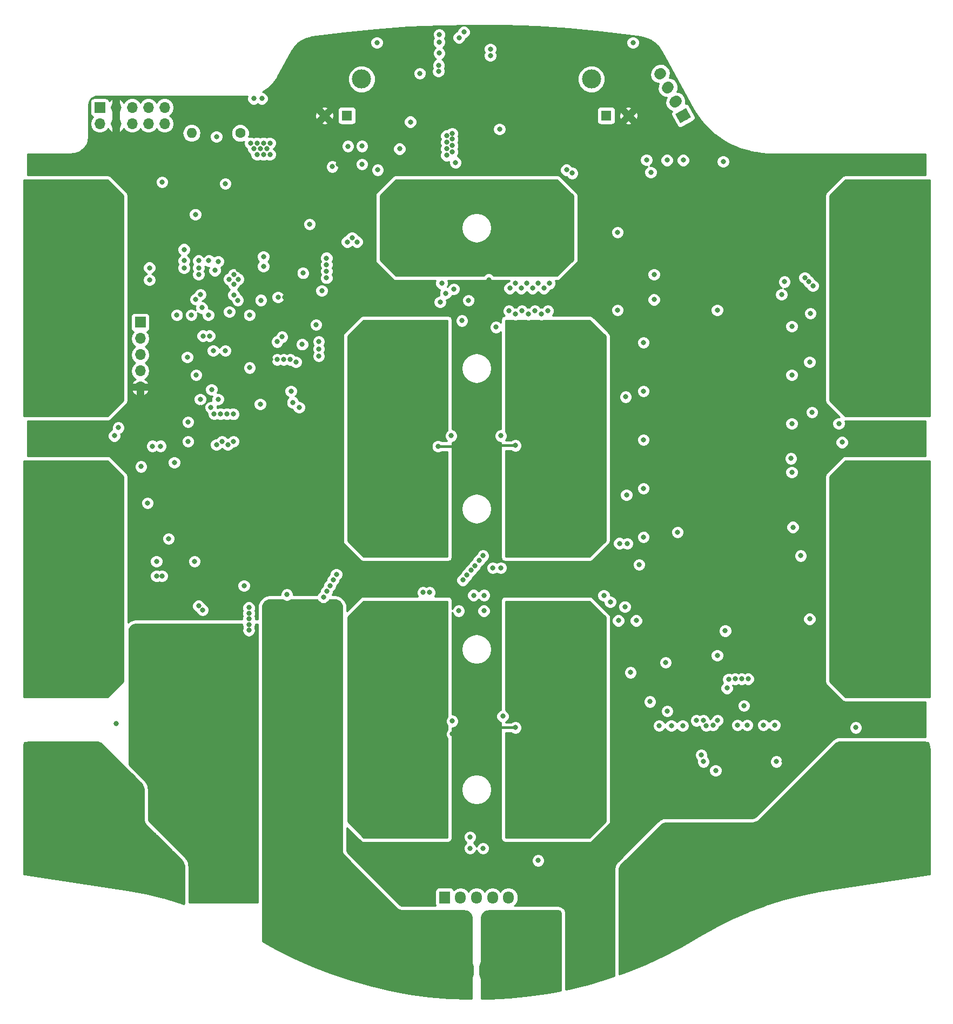
<source format=gbr>
G04 #@! TF.GenerationSoftware,KiCad,Pcbnew,(5.0.0)*
G04 #@! TF.CreationDate,2019-02-19T22:24:28-05:00*
G04 #@! TF.ProjectId,FusIon Pack,467573496F6E205061636B2E6B696361,rev?*
G04 #@! TF.SameCoordinates,Original*
G04 #@! TF.FileFunction,Copper,L3,Inr,Plane*
G04 #@! TF.FilePolarity,Positive*
%FSLAX46Y46*%
G04 Gerber Fmt 4.6, Leading zero omitted, Abs format (unit mm)*
G04 Created by KiCad (PCBNEW (5.0.0)) date 02/19/19 22:24:29*
%MOMM*%
%LPD*%
G01*
G04 APERTURE LIST*
G04 #@! TA.AperFunction,Conductor*
%ADD10C,0.100000*%
G04 #@! TD*
G04 #@! TA.AperFunction,ViaPad*
%ADD11C,1.500000*%
G04 #@! TD*
G04 #@! TA.AperFunction,ViaPad*
%ADD12C,1.600000*%
G04 #@! TD*
G04 #@! TA.AperFunction,ViaPad*
%ADD13R,1.600000X1.600000*%
G04 #@! TD*
G04 #@! TA.AperFunction,ViaPad*
%ADD14O,1.700000X1.700000*%
G04 #@! TD*
G04 #@! TA.AperFunction,ViaPad*
%ADD15R,1.700000X1.700000*%
G04 #@! TD*
G04 #@! TA.AperFunction,ViaPad*
%ADD16C,6.500000*%
G04 #@! TD*
G04 #@! TA.AperFunction,ViaPad*
%ADD17O,1.600000X1.600000*%
G04 #@! TD*
G04 #@! TA.AperFunction,ViaPad*
%ADD18O,1.700000X1.950000*%
G04 #@! TD*
G04 #@! TA.AperFunction,ViaPad*
%ADD19R,1.700000X1.950000*%
G04 #@! TD*
G04 #@! TA.AperFunction,ViaPad*
%ADD20C,1.700000*%
G04 #@! TD*
G04 #@! TA.AperFunction,Conductor*
%ADD21C,1.700000*%
G04 #@! TD*
G04 #@! TA.AperFunction,ViaPad*
%ADD22C,3.000000*%
G04 #@! TD*
G04 #@! TA.AperFunction,ViaPad*
%ADD23C,0.800000*%
G04 #@! TD*
G04 #@! TA.AperFunction,Conductor*
%ADD24C,0.381000*%
G04 #@! TD*
G04 #@! TA.AperFunction,Conductor*
%ADD25C,0.254000*%
G04 #@! TD*
G04 APERTURE END LIST*
D10*
G04 #@! TO.N,/POWER_STAGE/BAT+*
G04 #@! TO.C,BT1*
G36*
X44161756Y-137501806D02*
X44198159Y-137507206D01*
X44233857Y-137516147D01*
X44268506Y-137528545D01*
X44301774Y-137544280D01*
X44333339Y-137563199D01*
X44362897Y-137585121D01*
X44390165Y-137609835D01*
X44414879Y-137637103D01*
X44436801Y-137666661D01*
X44455720Y-137698226D01*
X44471455Y-137731494D01*
X44483853Y-137766143D01*
X44492794Y-137801841D01*
X44498194Y-137838244D01*
X44500000Y-137875000D01*
X44500000Y-152125000D01*
X44498194Y-152161756D01*
X44492794Y-152198159D01*
X44483853Y-152233857D01*
X44471455Y-152268506D01*
X44455720Y-152301774D01*
X44436801Y-152333339D01*
X44414879Y-152362897D01*
X44390165Y-152390165D01*
X44362897Y-152414879D01*
X44333339Y-152436801D01*
X44301774Y-152455720D01*
X44268506Y-152471455D01*
X44233857Y-152483853D01*
X44198159Y-152492794D01*
X44161756Y-152498194D01*
X44125000Y-152500000D01*
X43375000Y-152500000D01*
X43338244Y-152498194D01*
X43301841Y-152492794D01*
X43266143Y-152483853D01*
X43231494Y-152471455D01*
X43198226Y-152455720D01*
X43166661Y-152436801D01*
X43137103Y-152414879D01*
X43109835Y-152390165D01*
X43085121Y-152362897D01*
X43063199Y-152333339D01*
X43044280Y-152301774D01*
X43028545Y-152268506D01*
X43016147Y-152233857D01*
X43007206Y-152198159D01*
X43001806Y-152161756D01*
X43000000Y-152125000D01*
X43000000Y-137875000D01*
X43001806Y-137838244D01*
X43007206Y-137801841D01*
X43016147Y-137766143D01*
X43028545Y-137731494D01*
X43044280Y-137698226D01*
X43063199Y-137666661D01*
X43085121Y-137637103D01*
X43109835Y-137609835D01*
X43137103Y-137585121D01*
X43166661Y-137563199D01*
X43198226Y-137544280D01*
X43231494Y-137528545D01*
X43266143Y-137516147D01*
X43301841Y-137507206D01*
X43338244Y-137501806D01*
X43375000Y-137500000D01*
X44125000Y-137500000D01*
X44161756Y-137501806D01*
X44161756Y-137501806D01*
G37*
D11*
X43750000Y-145000000D03*
D10*
G04 #@! TO.N,Net-(BT1-Pad2)*
G36*
X109161756Y-137501806D02*
X109198159Y-137507206D01*
X109233857Y-137516147D01*
X109268506Y-137528545D01*
X109301774Y-137544280D01*
X109333339Y-137563199D01*
X109362897Y-137585121D01*
X109390165Y-137609835D01*
X109414879Y-137637103D01*
X109436801Y-137666661D01*
X109455720Y-137698226D01*
X109471455Y-137731494D01*
X109483853Y-137766143D01*
X109492794Y-137801841D01*
X109498194Y-137838244D01*
X109500000Y-137875000D01*
X109500000Y-152125000D01*
X109498194Y-152161756D01*
X109492794Y-152198159D01*
X109483853Y-152233857D01*
X109471455Y-152268506D01*
X109455720Y-152301774D01*
X109436801Y-152333339D01*
X109414879Y-152362897D01*
X109390165Y-152390165D01*
X109362897Y-152414879D01*
X109333339Y-152436801D01*
X109301774Y-152455720D01*
X109268506Y-152471455D01*
X109233857Y-152483853D01*
X109198159Y-152492794D01*
X109161756Y-152498194D01*
X109125000Y-152500000D01*
X108375000Y-152500000D01*
X108338244Y-152498194D01*
X108301841Y-152492794D01*
X108266143Y-152483853D01*
X108231494Y-152471455D01*
X108198226Y-152455720D01*
X108166661Y-152436801D01*
X108137103Y-152414879D01*
X108109835Y-152390165D01*
X108085121Y-152362897D01*
X108063199Y-152333339D01*
X108044280Y-152301774D01*
X108028545Y-152268506D01*
X108016147Y-152233857D01*
X108007206Y-152198159D01*
X108001806Y-152161756D01*
X108000000Y-152125000D01*
X108000000Y-137875000D01*
X108001806Y-137838244D01*
X108007206Y-137801841D01*
X108016147Y-137766143D01*
X108028545Y-137731494D01*
X108044280Y-137698226D01*
X108063199Y-137666661D01*
X108085121Y-137637103D01*
X108109835Y-137609835D01*
X108137103Y-137585121D01*
X108166661Y-137563199D01*
X108198226Y-137544280D01*
X108231494Y-137528545D01*
X108266143Y-137516147D01*
X108301841Y-137507206D01*
X108338244Y-137501806D01*
X108375000Y-137500000D01*
X109125000Y-137500000D01*
X109161756Y-137501806D01*
X109161756Y-137501806D01*
G37*
D11*
X108750000Y-145000000D03*
G04 #@! TD*
D10*
G04 #@! TO.N,Net-(BT1-Pad2)*
G04 #@! TO.C,BT2*
G36*
X109161756Y-115501806D02*
X109198159Y-115507206D01*
X109233857Y-115516147D01*
X109268506Y-115528545D01*
X109301774Y-115544280D01*
X109333339Y-115563199D01*
X109362897Y-115585121D01*
X109390165Y-115609835D01*
X109414879Y-115637103D01*
X109436801Y-115666661D01*
X109455720Y-115698226D01*
X109471455Y-115731494D01*
X109483853Y-115766143D01*
X109492794Y-115801841D01*
X109498194Y-115838244D01*
X109500000Y-115875000D01*
X109500000Y-130125000D01*
X109498194Y-130161756D01*
X109492794Y-130198159D01*
X109483853Y-130233857D01*
X109471455Y-130268506D01*
X109455720Y-130301774D01*
X109436801Y-130333339D01*
X109414879Y-130362897D01*
X109390165Y-130390165D01*
X109362897Y-130414879D01*
X109333339Y-130436801D01*
X109301774Y-130455720D01*
X109268506Y-130471455D01*
X109233857Y-130483853D01*
X109198159Y-130492794D01*
X109161756Y-130498194D01*
X109125000Y-130500000D01*
X108375000Y-130500000D01*
X108338244Y-130498194D01*
X108301841Y-130492794D01*
X108266143Y-130483853D01*
X108231494Y-130471455D01*
X108198226Y-130455720D01*
X108166661Y-130436801D01*
X108137103Y-130414879D01*
X108109835Y-130390165D01*
X108085121Y-130362897D01*
X108063199Y-130333339D01*
X108044280Y-130301774D01*
X108028545Y-130268506D01*
X108016147Y-130233857D01*
X108007206Y-130198159D01*
X108001806Y-130161756D01*
X108000000Y-130125000D01*
X108000000Y-115875000D01*
X108001806Y-115838244D01*
X108007206Y-115801841D01*
X108016147Y-115766143D01*
X108028545Y-115731494D01*
X108044280Y-115698226D01*
X108063199Y-115666661D01*
X108085121Y-115637103D01*
X108109835Y-115609835D01*
X108137103Y-115585121D01*
X108166661Y-115563199D01*
X108198226Y-115544280D01*
X108231494Y-115528545D01*
X108266143Y-115516147D01*
X108301841Y-115507206D01*
X108338244Y-115501806D01*
X108375000Y-115500000D01*
X109125000Y-115500000D01*
X109161756Y-115501806D01*
X109161756Y-115501806D01*
G37*
D11*
X108750000Y-123000000D03*
D10*
G04 #@! TO.N,Net-(BT2-Pad2)*
G36*
X44161756Y-115501806D02*
X44198159Y-115507206D01*
X44233857Y-115516147D01*
X44268506Y-115528545D01*
X44301774Y-115544280D01*
X44333339Y-115563199D01*
X44362897Y-115585121D01*
X44390165Y-115609835D01*
X44414879Y-115637103D01*
X44436801Y-115666661D01*
X44455720Y-115698226D01*
X44471455Y-115731494D01*
X44483853Y-115766143D01*
X44492794Y-115801841D01*
X44498194Y-115838244D01*
X44500000Y-115875000D01*
X44500000Y-130125000D01*
X44498194Y-130161756D01*
X44492794Y-130198159D01*
X44483853Y-130233857D01*
X44471455Y-130268506D01*
X44455720Y-130301774D01*
X44436801Y-130333339D01*
X44414879Y-130362897D01*
X44390165Y-130390165D01*
X44362897Y-130414879D01*
X44333339Y-130436801D01*
X44301774Y-130455720D01*
X44268506Y-130471455D01*
X44233857Y-130483853D01*
X44198159Y-130492794D01*
X44161756Y-130498194D01*
X44125000Y-130500000D01*
X43375000Y-130500000D01*
X43338244Y-130498194D01*
X43301841Y-130492794D01*
X43266143Y-130483853D01*
X43231494Y-130471455D01*
X43198226Y-130455720D01*
X43166661Y-130436801D01*
X43137103Y-130414879D01*
X43109835Y-130390165D01*
X43085121Y-130362897D01*
X43063199Y-130333339D01*
X43044280Y-130301774D01*
X43028545Y-130268506D01*
X43016147Y-130233857D01*
X43007206Y-130198159D01*
X43001806Y-130161756D01*
X43000000Y-130125000D01*
X43000000Y-115875000D01*
X43001806Y-115838244D01*
X43007206Y-115801841D01*
X43016147Y-115766143D01*
X43028545Y-115731494D01*
X43044280Y-115698226D01*
X43063199Y-115666661D01*
X43085121Y-115637103D01*
X43109835Y-115609835D01*
X43137103Y-115585121D01*
X43166661Y-115563199D01*
X43198226Y-115544280D01*
X43231494Y-115528545D01*
X43266143Y-115516147D01*
X43301841Y-115507206D01*
X43338244Y-115501806D01*
X43375000Y-115500000D01*
X44125000Y-115500000D01*
X44161756Y-115501806D01*
X44161756Y-115501806D01*
G37*
D11*
X43750000Y-123000000D03*
G04 #@! TD*
D10*
G04 #@! TO.N,Net-(BT2-Pad2)*
G04 #@! TO.C,BT3*
G36*
X44161756Y-93501806D02*
X44198159Y-93507206D01*
X44233857Y-93516147D01*
X44268506Y-93528545D01*
X44301774Y-93544280D01*
X44333339Y-93563199D01*
X44362897Y-93585121D01*
X44390165Y-93609835D01*
X44414879Y-93637103D01*
X44436801Y-93666661D01*
X44455720Y-93698226D01*
X44471455Y-93731494D01*
X44483853Y-93766143D01*
X44492794Y-93801841D01*
X44498194Y-93838244D01*
X44500000Y-93875000D01*
X44500000Y-108125000D01*
X44498194Y-108161756D01*
X44492794Y-108198159D01*
X44483853Y-108233857D01*
X44471455Y-108268506D01*
X44455720Y-108301774D01*
X44436801Y-108333339D01*
X44414879Y-108362897D01*
X44390165Y-108390165D01*
X44362897Y-108414879D01*
X44333339Y-108436801D01*
X44301774Y-108455720D01*
X44268506Y-108471455D01*
X44233857Y-108483853D01*
X44198159Y-108492794D01*
X44161756Y-108498194D01*
X44125000Y-108500000D01*
X43375000Y-108500000D01*
X43338244Y-108498194D01*
X43301841Y-108492794D01*
X43266143Y-108483853D01*
X43231494Y-108471455D01*
X43198226Y-108455720D01*
X43166661Y-108436801D01*
X43137103Y-108414879D01*
X43109835Y-108390165D01*
X43085121Y-108362897D01*
X43063199Y-108333339D01*
X43044280Y-108301774D01*
X43028545Y-108268506D01*
X43016147Y-108233857D01*
X43007206Y-108198159D01*
X43001806Y-108161756D01*
X43000000Y-108125000D01*
X43000000Y-93875000D01*
X43001806Y-93838244D01*
X43007206Y-93801841D01*
X43016147Y-93766143D01*
X43028545Y-93731494D01*
X43044280Y-93698226D01*
X43063199Y-93666661D01*
X43085121Y-93637103D01*
X43109835Y-93609835D01*
X43137103Y-93585121D01*
X43166661Y-93563199D01*
X43198226Y-93544280D01*
X43231494Y-93528545D01*
X43266143Y-93516147D01*
X43301841Y-93507206D01*
X43338244Y-93501806D01*
X43375000Y-93500000D01*
X44125000Y-93500000D01*
X44161756Y-93501806D01*
X44161756Y-93501806D01*
G37*
D11*
X43750000Y-101000000D03*
D10*
G04 #@! TO.N,Net-(BT3-Pad2)*
G36*
X109161756Y-93501806D02*
X109198159Y-93507206D01*
X109233857Y-93516147D01*
X109268506Y-93528545D01*
X109301774Y-93544280D01*
X109333339Y-93563199D01*
X109362897Y-93585121D01*
X109390165Y-93609835D01*
X109414879Y-93637103D01*
X109436801Y-93666661D01*
X109455720Y-93698226D01*
X109471455Y-93731494D01*
X109483853Y-93766143D01*
X109492794Y-93801841D01*
X109498194Y-93838244D01*
X109500000Y-93875000D01*
X109500000Y-108125000D01*
X109498194Y-108161756D01*
X109492794Y-108198159D01*
X109483853Y-108233857D01*
X109471455Y-108268506D01*
X109455720Y-108301774D01*
X109436801Y-108333339D01*
X109414879Y-108362897D01*
X109390165Y-108390165D01*
X109362897Y-108414879D01*
X109333339Y-108436801D01*
X109301774Y-108455720D01*
X109268506Y-108471455D01*
X109233857Y-108483853D01*
X109198159Y-108492794D01*
X109161756Y-108498194D01*
X109125000Y-108500000D01*
X108375000Y-108500000D01*
X108338244Y-108498194D01*
X108301841Y-108492794D01*
X108266143Y-108483853D01*
X108231494Y-108471455D01*
X108198226Y-108455720D01*
X108166661Y-108436801D01*
X108137103Y-108414879D01*
X108109835Y-108390165D01*
X108085121Y-108362897D01*
X108063199Y-108333339D01*
X108044280Y-108301774D01*
X108028545Y-108268506D01*
X108016147Y-108233857D01*
X108007206Y-108198159D01*
X108001806Y-108161756D01*
X108000000Y-108125000D01*
X108000000Y-93875000D01*
X108001806Y-93838244D01*
X108007206Y-93801841D01*
X108016147Y-93766143D01*
X108028545Y-93731494D01*
X108044280Y-93698226D01*
X108063199Y-93666661D01*
X108085121Y-93637103D01*
X108109835Y-93609835D01*
X108137103Y-93585121D01*
X108166661Y-93563199D01*
X108198226Y-93544280D01*
X108231494Y-93528545D01*
X108266143Y-93516147D01*
X108301841Y-93507206D01*
X108338244Y-93501806D01*
X108375000Y-93500000D01*
X109125000Y-93500000D01*
X109161756Y-93501806D01*
X109161756Y-93501806D01*
G37*
D11*
X108750000Y-101000000D03*
G04 #@! TD*
D10*
G04 #@! TO.N,Net-(BT3-Pad2)*
G04 #@! TO.C,BT4*
G36*
X109161756Y-71501806D02*
X109198159Y-71507206D01*
X109233857Y-71516147D01*
X109268506Y-71528545D01*
X109301774Y-71544280D01*
X109333339Y-71563199D01*
X109362897Y-71585121D01*
X109390165Y-71609835D01*
X109414879Y-71637103D01*
X109436801Y-71666661D01*
X109455720Y-71698226D01*
X109471455Y-71731494D01*
X109483853Y-71766143D01*
X109492794Y-71801841D01*
X109498194Y-71838244D01*
X109500000Y-71875000D01*
X109500000Y-86125000D01*
X109498194Y-86161756D01*
X109492794Y-86198159D01*
X109483853Y-86233857D01*
X109471455Y-86268506D01*
X109455720Y-86301774D01*
X109436801Y-86333339D01*
X109414879Y-86362897D01*
X109390165Y-86390165D01*
X109362897Y-86414879D01*
X109333339Y-86436801D01*
X109301774Y-86455720D01*
X109268506Y-86471455D01*
X109233857Y-86483853D01*
X109198159Y-86492794D01*
X109161756Y-86498194D01*
X109125000Y-86500000D01*
X108375000Y-86500000D01*
X108338244Y-86498194D01*
X108301841Y-86492794D01*
X108266143Y-86483853D01*
X108231494Y-86471455D01*
X108198226Y-86455720D01*
X108166661Y-86436801D01*
X108137103Y-86414879D01*
X108109835Y-86390165D01*
X108085121Y-86362897D01*
X108063199Y-86333339D01*
X108044280Y-86301774D01*
X108028545Y-86268506D01*
X108016147Y-86233857D01*
X108007206Y-86198159D01*
X108001806Y-86161756D01*
X108000000Y-86125000D01*
X108000000Y-71875000D01*
X108001806Y-71838244D01*
X108007206Y-71801841D01*
X108016147Y-71766143D01*
X108028545Y-71731494D01*
X108044280Y-71698226D01*
X108063199Y-71666661D01*
X108085121Y-71637103D01*
X108109835Y-71609835D01*
X108137103Y-71585121D01*
X108166661Y-71563199D01*
X108198226Y-71544280D01*
X108231494Y-71528545D01*
X108266143Y-71516147D01*
X108301841Y-71507206D01*
X108338244Y-71501806D01*
X108375000Y-71500000D01*
X109125000Y-71500000D01*
X109161756Y-71501806D01*
X109161756Y-71501806D01*
G37*
D11*
X108750000Y-79000000D03*
D10*
G04 #@! TO.N,Net-(BT4-Pad2)*
G36*
X44161756Y-71501806D02*
X44198159Y-71507206D01*
X44233857Y-71516147D01*
X44268506Y-71528545D01*
X44301774Y-71544280D01*
X44333339Y-71563199D01*
X44362897Y-71585121D01*
X44390165Y-71609835D01*
X44414879Y-71637103D01*
X44436801Y-71666661D01*
X44455720Y-71698226D01*
X44471455Y-71731494D01*
X44483853Y-71766143D01*
X44492794Y-71801841D01*
X44498194Y-71838244D01*
X44500000Y-71875000D01*
X44500000Y-86125000D01*
X44498194Y-86161756D01*
X44492794Y-86198159D01*
X44483853Y-86233857D01*
X44471455Y-86268506D01*
X44455720Y-86301774D01*
X44436801Y-86333339D01*
X44414879Y-86362897D01*
X44390165Y-86390165D01*
X44362897Y-86414879D01*
X44333339Y-86436801D01*
X44301774Y-86455720D01*
X44268506Y-86471455D01*
X44233857Y-86483853D01*
X44198159Y-86492794D01*
X44161756Y-86498194D01*
X44125000Y-86500000D01*
X43375000Y-86500000D01*
X43338244Y-86498194D01*
X43301841Y-86492794D01*
X43266143Y-86483853D01*
X43231494Y-86471455D01*
X43198226Y-86455720D01*
X43166661Y-86436801D01*
X43137103Y-86414879D01*
X43109835Y-86390165D01*
X43085121Y-86362897D01*
X43063199Y-86333339D01*
X43044280Y-86301774D01*
X43028545Y-86268506D01*
X43016147Y-86233857D01*
X43007206Y-86198159D01*
X43001806Y-86161756D01*
X43000000Y-86125000D01*
X43000000Y-71875000D01*
X43001806Y-71838244D01*
X43007206Y-71801841D01*
X43016147Y-71766143D01*
X43028545Y-71731494D01*
X43044280Y-71698226D01*
X43063199Y-71666661D01*
X43085121Y-71637103D01*
X43109835Y-71609835D01*
X43137103Y-71585121D01*
X43166661Y-71563199D01*
X43198226Y-71544280D01*
X43231494Y-71528545D01*
X43266143Y-71516147D01*
X43301841Y-71507206D01*
X43338244Y-71501806D01*
X43375000Y-71500000D01*
X44125000Y-71500000D01*
X44161756Y-71501806D01*
X44161756Y-71501806D01*
G37*
D11*
X43750000Y-79000000D03*
G04 #@! TD*
D10*
G04 #@! TO.N,Net-(BT4-Pad2)*
G04 #@! TO.C,BT5*
G36*
X44161756Y-49501806D02*
X44198159Y-49507206D01*
X44233857Y-49516147D01*
X44268506Y-49528545D01*
X44301774Y-49544280D01*
X44333339Y-49563199D01*
X44362897Y-49585121D01*
X44390165Y-49609835D01*
X44414879Y-49637103D01*
X44436801Y-49666661D01*
X44455720Y-49698226D01*
X44471455Y-49731494D01*
X44483853Y-49766143D01*
X44492794Y-49801841D01*
X44498194Y-49838244D01*
X44500000Y-49875000D01*
X44500000Y-64125000D01*
X44498194Y-64161756D01*
X44492794Y-64198159D01*
X44483853Y-64233857D01*
X44471455Y-64268506D01*
X44455720Y-64301774D01*
X44436801Y-64333339D01*
X44414879Y-64362897D01*
X44390165Y-64390165D01*
X44362897Y-64414879D01*
X44333339Y-64436801D01*
X44301774Y-64455720D01*
X44268506Y-64471455D01*
X44233857Y-64483853D01*
X44198159Y-64492794D01*
X44161756Y-64498194D01*
X44125000Y-64500000D01*
X43375000Y-64500000D01*
X43338244Y-64498194D01*
X43301841Y-64492794D01*
X43266143Y-64483853D01*
X43231494Y-64471455D01*
X43198226Y-64455720D01*
X43166661Y-64436801D01*
X43137103Y-64414879D01*
X43109835Y-64390165D01*
X43085121Y-64362897D01*
X43063199Y-64333339D01*
X43044280Y-64301774D01*
X43028545Y-64268506D01*
X43016147Y-64233857D01*
X43007206Y-64198159D01*
X43001806Y-64161756D01*
X43000000Y-64125000D01*
X43000000Y-49875000D01*
X43001806Y-49838244D01*
X43007206Y-49801841D01*
X43016147Y-49766143D01*
X43028545Y-49731494D01*
X43044280Y-49698226D01*
X43063199Y-49666661D01*
X43085121Y-49637103D01*
X43109835Y-49609835D01*
X43137103Y-49585121D01*
X43166661Y-49563199D01*
X43198226Y-49544280D01*
X43231494Y-49528545D01*
X43266143Y-49516147D01*
X43301841Y-49507206D01*
X43338244Y-49501806D01*
X43375000Y-49500000D01*
X44125000Y-49500000D01*
X44161756Y-49501806D01*
X44161756Y-49501806D01*
G37*
D11*
X43750000Y-57000000D03*
D10*
G04 #@! TO.N,Net-(BT5-Pad2)*
G36*
X109161756Y-49501806D02*
X109198159Y-49507206D01*
X109233857Y-49516147D01*
X109268506Y-49528545D01*
X109301774Y-49544280D01*
X109333339Y-49563199D01*
X109362897Y-49585121D01*
X109390165Y-49609835D01*
X109414879Y-49637103D01*
X109436801Y-49666661D01*
X109455720Y-49698226D01*
X109471455Y-49731494D01*
X109483853Y-49766143D01*
X109492794Y-49801841D01*
X109498194Y-49838244D01*
X109500000Y-49875000D01*
X109500000Y-64125000D01*
X109498194Y-64161756D01*
X109492794Y-64198159D01*
X109483853Y-64233857D01*
X109471455Y-64268506D01*
X109455720Y-64301774D01*
X109436801Y-64333339D01*
X109414879Y-64362897D01*
X109390165Y-64390165D01*
X109362897Y-64414879D01*
X109333339Y-64436801D01*
X109301774Y-64455720D01*
X109268506Y-64471455D01*
X109233857Y-64483853D01*
X109198159Y-64492794D01*
X109161756Y-64498194D01*
X109125000Y-64500000D01*
X108375000Y-64500000D01*
X108338244Y-64498194D01*
X108301841Y-64492794D01*
X108266143Y-64483853D01*
X108231494Y-64471455D01*
X108198226Y-64455720D01*
X108166661Y-64436801D01*
X108137103Y-64414879D01*
X108109835Y-64390165D01*
X108085121Y-64362897D01*
X108063199Y-64333339D01*
X108044280Y-64301774D01*
X108028545Y-64268506D01*
X108016147Y-64233857D01*
X108007206Y-64198159D01*
X108001806Y-64161756D01*
X108000000Y-64125000D01*
X108000000Y-49875000D01*
X108001806Y-49838244D01*
X108007206Y-49801841D01*
X108016147Y-49766143D01*
X108028545Y-49731494D01*
X108044280Y-49698226D01*
X108063199Y-49666661D01*
X108085121Y-49637103D01*
X108109835Y-49609835D01*
X108137103Y-49585121D01*
X108166661Y-49563199D01*
X108198226Y-49544280D01*
X108231494Y-49528545D01*
X108266143Y-49516147D01*
X108301841Y-49507206D01*
X108338244Y-49501806D01*
X108375000Y-49500000D01*
X109125000Y-49500000D01*
X109161756Y-49501806D01*
X109161756Y-49501806D01*
G37*
D11*
X108750000Y-57000000D03*
G04 #@! TD*
D10*
G04 #@! TO.N,Net-(BT5-Pad2)*
G04 #@! TO.C,BT6*
G36*
X119661756Y-49501806D02*
X119698159Y-49507206D01*
X119733857Y-49516147D01*
X119768506Y-49528545D01*
X119801774Y-49544280D01*
X119833339Y-49563199D01*
X119862897Y-49585121D01*
X119890165Y-49609835D01*
X119914879Y-49637103D01*
X119936801Y-49666661D01*
X119955720Y-49698226D01*
X119971455Y-49731494D01*
X119983853Y-49766143D01*
X119992794Y-49801841D01*
X119998194Y-49838244D01*
X120000000Y-49875000D01*
X120000000Y-64125000D01*
X119998194Y-64161756D01*
X119992794Y-64198159D01*
X119983853Y-64233857D01*
X119971455Y-64268506D01*
X119955720Y-64301774D01*
X119936801Y-64333339D01*
X119914879Y-64362897D01*
X119890165Y-64390165D01*
X119862897Y-64414879D01*
X119833339Y-64436801D01*
X119801774Y-64455720D01*
X119768506Y-64471455D01*
X119733857Y-64483853D01*
X119698159Y-64492794D01*
X119661756Y-64498194D01*
X119625000Y-64500000D01*
X118875000Y-64500000D01*
X118838244Y-64498194D01*
X118801841Y-64492794D01*
X118766143Y-64483853D01*
X118731494Y-64471455D01*
X118698226Y-64455720D01*
X118666661Y-64436801D01*
X118637103Y-64414879D01*
X118609835Y-64390165D01*
X118585121Y-64362897D01*
X118563199Y-64333339D01*
X118544280Y-64301774D01*
X118528545Y-64268506D01*
X118516147Y-64233857D01*
X118507206Y-64198159D01*
X118501806Y-64161756D01*
X118500000Y-64125000D01*
X118500000Y-49875000D01*
X118501806Y-49838244D01*
X118507206Y-49801841D01*
X118516147Y-49766143D01*
X118528545Y-49731494D01*
X118544280Y-49698226D01*
X118563199Y-49666661D01*
X118585121Y-49637103D01*
X118609835Y-49609835D01*
X118637103Y-49585121D01*
X118666661Y-49563199D01*
X118698226Y-49544280D01*
X118731494Y-49528545D01*
X118766143Y-49516147D01*
X118801841Y-49507206D01*
X118838244Y-49501806D01*
X118875000Y-49500000D01*
X119625000Y-49500000D01*
X119661756Y-49501806D01*
X119661756Y-49501806D01*
G37*
D11*
X119250000Y-57000000D03*
D10*
G04 #@! TO.N,Net-(BT6-Pad2)*
G36*
X184661756Y-49501806D02*
X184698159Y-49507206D01*
X184733857Y-49516147D01*
X184768506Y-49528545D01*
X184801774Y-49544280D01*
X184833339Y-49563199D01*
X184862897Y-49585121D01*
X184890165Y-49609835D01*
X184914879Y-49637103D01*
X184936801Y-49666661D01*
X184955720Y-49698226D01*
X184971455Y-49731494D01*
X184983853Y-49766143D01*
X184992794Y-49801841D01*
X184998194Y-49838244D01*
X185000000Y-49875000D01*
X185000000Y-64125000D01*
X184998194Y-64161756D01*
X184992794Y-64198159D01*
X184983853Y-64233857D01*
X184971455Y-64268506D01*
X184955720Y-64301774D01*
X184936801Y-64333339D01*
X184914879Y-64362897D01*
X184890165Y-64390165D01*
X184862897Y-64414879D01*
X184833339Y-64436801D01*
X184801774Y-64455720D01*
X184768506Y-64471455D01*
X184733857Y-64483853D01*
X184698159Y-64492794D01*
X184661756Y-64498194D01*
X184625000Y-64500000D01*
X183875000Y-64500000D01*
X183838244Y-64498194D01*
X183801841Y-64492794D01*
X183766143Y-64483853D01*
X183731494Y-64471455D01*
X183698226Y-64455720D01*
X183666661Y-64436801D01*
X183637103Y-64414879D01*
X183609835Y-64390165D01*
X183585121Y-64362897D01*
X183563199Y-64333339D01*
X183544280Y-64301774D01*
X183528545Y-64268506D01*
X183516147Y-64233857D01*
X183507206Y-64198159D01*
X183501806Y-64161756D01*
X183500000Y-64125000D01*
X183500000Y-49875000D01*
X183501806Y-49838244D01*
X183507206Y-49801841D01*
X183516147Y-49766143D01*
X183528545Y-49731494D01*
X183544280Y-49698226D01*
X183563199Y-49666661D01*
X183585121Y-49637103D01*
X183609835Y-49609835D01*
X183637103Y-49585121D01*
X183666661Y-49563199D01*
X183698226Y-49544280D01*
X183731494Y-49528545D01*
X183766143Y-49516147D01*
X183801841Y-49507206D01*
X183838244Y-49501806D01*
X183875000Y-49500000D01*
X184625000Y-49500000D01*
X184661756Y-49501806D01*
X184661756Y-49501806D01*
G37*
D11*
X184250000Y-57000000D03*
G04 #@! TD*
D10*
G04 #@! TO.N,Net-(BT6-Pad2)*
G04 #@! TO.C,BT7*
G36*
X184661756Y-71501806D02*
X184698159Y-71507206D01*
X184733857Y-71516147D01*
X184768506Y-71528545D01*
X184801774Y-71544280D01*
X184833339Y-71563199D01*
X184862897Y-71585121D01*
X184890165Y-71609835D01*
X184914879Y-71637103D01*
X184936801Y-71666661D01*
X184955720Y-71698226D01*
X184971455Y-71731494D01*
X184983853Y-71766143D01*
X184992794Y-71801841D01*
X184998194Y-71838244D01*
X185000000Y-71875000D01*
X185000000Y-86125000D01*
X184998194Y-86161756D01*
X184992794Y-86198159D01*
X184983853Y-86233857D01*
X184971455Y-86268506D01*
X184955720Y-86301774D01*
X184936801Y-86333339D01*
X184914879Y-86362897D01*
X184890165Y-86390165D01*
X184862897Y-86414879D01*
X184833339Y-86436801D01*
X184801774Y-86455720D01*
X184768506Y-86471455D01*
X184733857Y-86483853D01*
X184698159Y-86492794D01*
X184661756Y-86498194D01*
X184625000Y-86500000D01*
X183875000Y-86500000D01*
X183838244Y-86498194D01*
X183801841Y-86492794D01*
X183766143Y-86483853D01*
X183731494Y-86471455D01*
X183698226Y-86455720D01*
X183666661Y-86436801D01*
X183637103Y-86414879D01*
X183609835Y-86390165D01*
X183585121Y-86362897D01*
X183563199Y-86333339D01*
X183544280Y-86301774D01*
X183528545Y-86268506D01*
X183516147Y-86233857D01*
X183507206Y-86198159D01*
X183501806Y-86161756D01*
X183500000Y-86125000D01*
X183500000Y-71875000D01*
X183501806Y-71838244D01*
X183507206Y-71801841D01*
X183516147Y-71766143D01*
X183528545Y-71731494D01*
X183544280Y-71698226D01*
X183563199Y-71666661D01*
X183585121Y-71637103D01*
X183609835Y-71609835D01*
X183637103Y-71585121D01*
X183666661Y-71563199D01*
X183698226Y-71544280D01*
X183731494Y-71528545D01*
X183766143Y-71516147D01*
X183801841Y-71507206D01*
X183838244Y-71501806D01*
X183875000Y-71500000D01*
X184625000Y-71500000D01*
X184661756Y-71501806D01*
X184661756Y-71501806D01*
G37*
D11*
X184250000Y-79000000D03*
D10*
G04 #@! TO.N,Net-(BT7-Pad2)*
G36*
X119661756Y-71501806D02*
X119698159Y-71507206D01*
X119733857Y-71516147D01*
X119768506Y-71528545D01*
X119801774Y-71544280D01*
X119833339Y-71563199D01*
X119862897Y-71585121D01*
X119890165Y-71609835D01*
X119914879Y-71637103D01*
X119936801Y-71666661D01*
X119955720Y-71698226D01*
X119971455Y-71731494D01*
X119983853Y-71766143D01*
X119992794Y-71801841D01*
X119998194Y-71838244D01*
X120000000Y-71875000D01*
X120000000Y-86125000D01*
X119998194Y-86161756D01*
X119992794Y-86198159D01*
X119983853Y-86233857D01*
X119971455Y-86268506D01*
X119955720Y-86301774D01*
X119936801Y-86333339D01*
X119914879Y-86362897D01*
X119890165Y-86390165D01*
X119862897Y-86414879D01*
X119833339Y-86436801D01*
X119801774Y-86455720D01*
X119768506Y-86471455D01*
X119733857Y-86483853D01*
X119698159Y-86492794D01*
X119661756Y-86498194D01*
X119625000Y-86500000D01*
X118875000Y-86500000D01*
X118838244Y-86498194D01*
X118801841Y-86492794D01*
X118766143Y-86483853D01*
X118731494Y-86471455D01*
X118698226Y-86455720D01*
X118666661Y-86436801D01*
X118637103Y-86414879D01*
X118609835Y-86390165D01*
X118585121Y-86362897D01*
X118563199Y-86333339D01*
X118544280Y-86301774D01*
X118528545Y-86268506D01*
X118516147Y-86233857D01*
X118507206Y-86198159D01*
X118501806Y-86161756D01*
X118500000Y-86125000D01*
X118500000Y-71875000D01*
X118501806Y-71838244D01*
X118507206Y-71801841D01*
X118516147Y-71766143D01*
X118528545Y-71731494D01*
X118544280Y-71698226D01*
X118563199Y-71666661D01*
X118585121Y-71637103D01*
X118609835Y-71609835D01*
X118637103Y-71585121D01*
X118666661Y-71563199D01*
X118698226Y-71544280D01*
X118731494Y-71528545D01*
X118766143Y-71516147D01*
X118801841Y-71507206D01*
X118838244Y-71501806D01*
X118875000Y-71500000D01*
X119625000Y-71500000D01*
X119661756Y-71501806D01*
X119661756Y-71501806D01*
G37*
D11*
X119250000Y-79000000D03*
G04 #@! TD*
D10*
G04 #@! TO.N,Net-(BT7-Pad2)*
G04 #@! TO.C,BT8*
G36*
X119661756Y-93501806D02*
X119698159Y-93507206D01*
X119733857Y-93516147D01*
X119768506Y-93528545D01*
X119801774Y-93544280D01*
X119833339Y-93563199D01*
X119862897Y-93585121D01*
X119890165Y-93609835D01*
X119914879Y-93637103D01*
X119936801Y-93666661D01*
X119955720Y-93698226D01*
X119971455Y-93731494D01*
X119983853Y-93766143D01*
X119992794Y-93801841D01*
X119998194Y-93838244D01*
X120000000Y-93875000D01*
X120000000Y-108125000D01*
X119998194Y-108161756D01*
X119992794Y-108198159D01*
X119983853Y-108233857D01*
X119971455Y-108268506D01*
X119955720Y-108301774D01*
X119936801Y-108333339D01*
X119914879Y-108362897D01*
X119890165Y-108390165D01*
X119862897Y-108414879D01*
X119833339Y-108436801D01*
X119801774Y-108455720D01*
X119768506Y-108471455D01*
X119733857Y-108483853D01*
X119698159Y-108492794D01*
X119661756Y-108498194D01*
X119625000Y-108500000D01*
X118875000Y-108500000D01*
X118838244Y-108498194D01*
X118801841Y-108492794D01*
X118766143Y-108483853D01*
X118731494Y-108471455D01*
X118698226Y-108455720D01*
X118666661Y-108436801D01*
X118637103Y-108414879D01*
X118609835Y-108390165D01*
X118585121Y-108362897D01*
X118563199Y-108333339D01*
X118544280Y-108301774D01*
X118528545Y-108268506D01*
X118516147Y-108233857D01*
X118507206Y-108198159D01*
X118501806Y-108161756D01*
X118500000Y-108125000D01*
X118500000Y-93875000D01*
X118501806Y-93838244D01*
X118507206Y-93801841D01*
X118516147Y-93766143D01*
X118528545Y-93731494D01*
X118544280Y-93698226D01*
X118563199Y-93666661D01*
X118585121Y-93637103D01*
X118609835Y-93609835D01*
X118637103Y-93585121D01*
X118666661Y-93563199D01*
X118698226Y-93544280D01*
X118731494Y-93528545D01*
X118766143Y-93516147D01*
X118801841Y-93507206D01*
X118838244Y-93501806D01*
X118875000Y-93500000D01*
X119625000Y-93500000D01*
X119661756Y-93501806D01*
X119661756Y-93501806D01*
G37*
D11*
X119250000Y-101000000D03*
D10*
G04 #@! TO.N,Net-(BT8-Pad2)*
G36*
X184661756Y-93501806D02*
X184698159Y-93507206D01*
X184733857Y-93516147D01*
X184768506Y-93528545D01*
X184801774Y-93544280D01*
X184833339Y-93563199D01*
X184862897Y-93585121D01*
X184890165Y-93609835D01*
X184914879Y-93637103D01*
X184936801Y-93666661D01*
X184955720Y-93698226D01*
X184971455Y-93731494D01*
X184983853Y-93766143D01*
X184992794Y-93801841D01*
X184998194Y-93838244D01*
X185000000Y-93875000D01*
X185000000Y-108125000D01*
X184998194Y-108161756D01*
X184992794Y-108198159D01*
X184983853Y-108233857D01*
X184971455Y-108268506D01*
X184955720Y-108301774D01*
X184936801Y-108333339D01*
X184914879Y-108362897D01*
X184890165Y-108390165D01*
X184862897Y-108414879D01*
X184833339Y-108436801D01*
X184801774Y-108455720D01*
X184768506Y-108471455D01*
X184733857Y-108483853D01*
X184698159Y-108492794D01*
X184661756Y-108498194D01*
X184625000Y-108500000D01*
X183875000Y-108500000D01*
X183838244Y-108498194D01*
X183801841Y-108492794D01*
X183766143Y-108483853D01*
X183731494Y-108471455D01*
X183698226Y-108455720D01*
X183666661Y-108436801D01*
X183637103Y-108414879D01*
X183609835Y-108390165D01*
X183585121Y-108362897D01*
X183563199Y-108333339D01*
X183544280Y-108301774D01*
X183528545Y-108268506D01*
X183516147Y-108233857D01*
X183507206Y-108198159D01*
X183501806Y-108161756D01*
X183500000Y-108125000D01*
X183500000Y-93875000D01*
X183501806Y-93838244D01*
X183507206Y-93801841D01*
X183516147Y-93766143D01*
X183528545Y-93731494D01*
X183544280Y-93698226D01*
X183563199Y-93666661D01*
X183585121Y-93637103D01*
X183609835Y-93609835D01*
X183637103Y-93585121D01*
X183666661Y-93563199D01*
X183698226Y-93544280D01*
X183731494Y-93528545D01*
X183766143Y-93516147D01*
X183801841Y-93507206D01*
X183838244Y-93501806D01*
X183875000Y-93500000D01*
X184625000Y-93500000D01*
X184661756Y-93501806D01*
X184661756Y-93501806D01*
G37*
D11*
X184250000Y-101000000D03*
G04 #@! TD*
D10*
G04 #@! TO.N,Net-(BT8-Pad2)*
G04 #@! TO.C,BT9*
G36*
X184661756Y-115501806D02*
X184698159Y-115507206D01*
X184733857Y-115516147D01*
X184768506Y-115528545D01*
X184801774Y-115544280D01*
X184833339Y-115563199D01*
X184862897Y-115585121D01*
X184890165Y-115609835D01*
X184914879Y-115637103D01*
X184936801Y-115666661D01*
X184955720Y-115698226D01*
X184971455Y-115731494D01*
X184983853Y-115766143D01*
X184992794Y-115801841D01*
X184998194Y-115838244D01*
X185000000Y-115875000D01*
X185000000Y-130125000D01*
X184998194Y-130161756D01*
X184992794Y-130198159D01*
X184983853Y-130233857D01*
X184971455Y-130268506D01*
X184955720Y-130301774D01*
X184936801Y-130333339D01*
X184914879Y-130362897D01*
X184890165Y-130390165D01*
X184862897Y-130414879D01*
X184833339Y-130436801D01*
X184801774Y-130455720D01*
X184768506Y-130471455D01*
X184733857Y-130483853D01*
X184698159Y-130492794D01*
X184661756Y-130498194D01*
X184625000Y-130500000D01*
X183875000Y-130500000D01*
X183838244Y-130498194D01*
X183801841Y-130492794D01*
X183766143Y-130483853D01*
X183731494Y-130471455D01*
X183698226Y-130455720D01*
X183666661Y-130436801D01*
X183637103Y-130414879D01*
X183609835Y-130390165D01*
X183585121Y-130362897D01*
X183563199Y-130333339D01*
X183544280Y-130301774D01*
X183528545Y-130268506D01*
X183516147Y-130233857D01*
X183507206Y-130198159D01*
X183501806Y-130161756D01*
X183500000Y-130125000D01*
X183500000Y-115875000D01*
X183501806Y-115838244D01*
X183507206Y-115801841D01*
X183516147Y-115766143D01*
X183528545Y-115731494D01*
X183544280Y-115698226D01*
X183563199Y-115666661D01*
X183585121Y-115637103D01*
X183609835Y-115609835D01*
X183637103Y-115585121D01*
X183666661Y-115563199D01*
X183698226Y-115544280D01*
X183731494Y-115528545D01*
X183766143Y-115516147D01*
X183801841Y-115507206D01*
X183838244Y-115501806D01*
X183875000Y-115500000D01*
X184625000Y-115500000D01*
X184661756Y-115501806D01*
X184661756Y-115501806D01*
G37*
D11*
X184250000Y-123000000D03*
D10*
G04 #@! TO.N,Net-(BT10-Pad1)*
G36*
X119661756Y-115501806D02*
X119698159Y-115507206D01*
X119733857Y-115516147D01*
X119768506Y-115528545D01*
X119801774Y-115544280D01*
X119833339Y-115563199D01*
X119862897Y-115585121D01*
X119890165Y-115609835D01*
X119914879Y-115637103D01*
X119936801Y-115666661D01*
X119955720Y-115698226D01*
X119971455Y-115731494D01*
X119983853Y-115766143D01*
X119992794Y-115801841D01*
X119998194Y-115838244D01*
X120000000Y-115875000D01*
X120000000Y-130125000D01*
X119998194Y-130161756D01*
X119992794Y-130198159D01*
X119983853Y-130233857D01*
X119971455Y-130268506D01*
X119955720Y-130301774D01*
X119936801Y-130333339D01*
X119914879Y-130362897D01*
X119890165Y-130390165D01*
X119862897Y-130414879D01*
X119833339Y-130436801D01*
X119801774Y-130455720D01*
X119768506Y-130471455D01*
X119733857Y-130483853D01*
X119698159Y-130492794D01*
X119661756Y-130498194D01*
X119625000Y-130500000D01*
X118875000Y-130500000D01*
X118838244Y-130498194D01*
X118801841Y-130492794D01*
X118766143Y-130483853D01*
X118731494Y-130471455D01*
X118698226Y-130455720D01*
X118666661Y-130436801D01*
X118637103Y-130414879D01*
X118609835Y-130390165D01*
X118585121Y-130362897D01*
X118563199Y-130333339D01*
X118544280Y-130301774D01*
X118528545Y-130268506D01*
X118516147Y-130233857D01*
X118507206Y-130198159D01*
X118501806Y-130161756D01*
X118500000Y-130125000D01*
X118500000Y-115875000D01*
X118501806Y-115838244D01*
X118507206Y-115801841D01*
X118516147Y-115766143D01*
X118528545Y-115731494D01*
X118544280Y-115698226D01*
X118563199Y-115666661D01*
X118585121Y-115637103D01*
X118609835Y-115609835D01*
X118637103Y-115585121D01*
X118666661Y-115563199D01*
X118698226Y-115544280D01*
X118731494Y-115528545D01*
X118766143Y-115516147D01*
X118801841Y-115507206D01*
X118838244Y-115501806D01*
X118875000Y-115500000D01*
X119625000Y-115500000D01*
X119661756Y-115501806D01*
X119661756Y-115501806D01*
G37*
D11*
X119250000Y-123000000D03*
G04 #@! TD*
D10*
G04 #@! TO.N,Net-(BT10-Pad1)*
G04 #@! TO.C,BT10*
G36*
X119661756Y-137501806D02*
X119698159Y-137507206D01*
X119733857Y-137516147D01*
X119768506Y-137528545D01*
X119801774Y-137544280D01*
X119833339Y-137563199D01*
X119862897Y-137585121D01*
X119890165Y-137609835D01*
X119914879Y-137637103D01*
X119936801Y-137666661D01*
X119955720Y-137698226D01*
X119971455Y-137731494D01*
X119983853Y-137766143D01*
X119992794Y-137801841D01*
X119998194Y-137838244D01*
X120000000Y-137875000D01*
X120000000Y-152125000D01*
X119998194Y-152161756D01*
X119992794Y-152198159D01*
X119983853Y-152233857D01*
X119971455Y-152268506D01*
X119955720Y-152301774D01*
X119936801Y-152333339D01*
X119914879Y-152362897D01*
X119890165Y-152390165D01*
X119862897Y-152414879D01*
X119833339Y-152436801D01*
X119801774Y-152455720D01*
X119768506Y-152471455D01*
X119733857Y-152483853D01*
X119698159Y-152492794D01*
X119661756Y-152498194D01*
X119625000Y-152500000D01*
X118875000Y-152500000D01*
X118838244Y-152498194D01*
X118801841Y-152492794D01*
X118766143Y-152483853D01*
X118731494Y-152471455D01*
X118698226Y-152455720D01*
X118666661Y-152436801D01*
X118637103Y-152414879D01*
X118609835Y-152390165D01*
X118585121Y-152362897D01*
X118563199Y-152333339D01*
X118544280Y-152301774D01*
X118528545Y-152268506D01*
X118516147Y-152233857D01*
X118507206Y-152198159D01*
X118501806Y-152161756D01*
X118500000Y-152125000D01*
X118500000Y-137875000D01*
X118501806Y-137838244D01*
X118507206Y-137801841D01*
X118516147Y-137766143D01*
X118528545Y-137731494D01*
X118544280Y-137698226D01*
X118563199Y-137666661D01*
X118585121Y-137637103D01*
X118609835Y-137609835D01*
X118637103Y-137585121D01*
X118666661Y-137563199D01*
X118698226Y-137544280D01*
X118731494Y-137528545D01*
X118766143Y-137516147D01*
X118801841Y-137507206D01*
X118838244Y-137501806D01*
X118875000Y-137500000D01*
X119625000Y-137500000D01*
X119661756Y-137501806D01*
X119661756Y-137501806D01*
G37*
D11*
X119250000Y-145000000D03*
D10*
G04 #@! TO.N,GNDPWR*
G36*
X184661756Y-137501806D02*
X184698159Y-137507206D01*
X184733857Y-137516147D01*
X184768506Y-137528545D01*
X184801774Y-137544280D01*
X184833339Y-137563199D01*
X184862897Y-137585121D01*
X184890165Y-137609835D01*
X184914879Y-137637103D01*
X184936801Y-137666661D01*
X184955720Y-137698226D01*
X184971455Y-137731494D01*
X184983853Y-137766143D01*
X184992794Y-137801841D01*
X184998194Y-137838244D01*
X185000000Y-137875000D01*
X185000000Y-152125000D01*
X184998194Y-152161756D01*
X184992794Y-152198159D01*
X184983853Y-152233857D01*
X184971455Y-152268506D01*
X184955720Y-152301774D01*
X184936801Y-152333339D01*
X184914879Y-152362897D01*
X184890165Y-152390165D01*
X184862897Y-152414879D01*
X184833339Y-152436801D01*
X184801774Y-152455720D01*
X184768506Y-152471455D01*
X184733857Y-152483853D01*
X184698159Y-152492794D01*
X184661756Y-152498194D01*
X184625000Y-152500000D01*
X183875000Y-152500000D01*
X183838244Y-152498194D01*
X183801841Y-152492794D01*
X183766143Y-152483853D01*
X183731494Y-152471455D01*
X183698226Y-152455720D01*
X183666661Y-152436801D01*
X183637103Y-152414879D01*
X183609835Y-152390165D01*
X183585121Y-152362897D01*
X183563199Y-152333339D01*
X183544280Y-152301774D01*
X183528545Y-152268506D01*
X183516147Y-152233857D01*
X183507206Y-152198159D01*
X183501806Y-152161756D01*
X183500000Y-152125000D01*
X183500000Y-137875000D01*
X183501806Y-137838244D01*
X183507206Y-137801841D01*
X183516147Y-137766143D01*
X183528545Y-137731494D01*
X183544280Y-137698226D01*
X183563199Y-137666661D01*
X183585121Y-137637103D01*
X183609835Y-137609835D01*
X183637103Y-137585121D01*
X183666661Y-137563199D01*
X183698226Y-137544280D01*
X183731494Y-137528545D01*
X183766143Y-137516147D01*
X183801841Y-137507206D01*
X183838244Y-137501806D01*
X183875000Y-137500000D01*
X184625000Y-137500000D01*
X184661756Y-137501806D01*
X184661756Y-137501806D01*
G37*
D11*
X184250000Y-145000000D03*
G04 #@! TD*
D12*
G04 #@! TO.N,GNDS*
G04 #@! TO.C,C52*
X90180000Y-39405000D03*
D13*
G04 #@! TO.N,/Boost_Charger/S_IN-*
X93680000Y-39405000D03*
G04 #@! TD*
D12*
G04 #@! TO.N,GNDS*
G04 #@! TO.C,C57*
X137820000Y-39405000D03*
D13*
G04 #@! TO.N,/Boost_Charger/S_OUT+*
X134320000Y-39405000D03*
G04 #@! TD*
D14*
G04 #@! TO.N,VBUS*
G04 #@! TO.C,J1*
X65105000Y-40675000D03*
X65105000Y-38135000D03*
G04 #@! TO.N,/STM32/USB_N*
X62565000Y-40675000D03*
G04 #@! TO.N,/STM32/PD_INT*
X62565000Y-38135000D03*
G04 #@! TO.N,/STM32/USB_P*
X60025000Y-40675000D03*
G04 #@! TO.N,+3V3*
X60025000Y-38135000D03*
G04 #@! TO.N,GNDS*
X57485000Y-40675000D03*
X57485000Y-38135000D03*
G04 #@! TO.N,SCL*
X54945000Y-40675000D03*
D15*
G04 #@! TO.N,SDA*
X54945000Y-38135000D03*
G04 #@! TD*
D14*
G04 #@! TO.N,GNDS*
G04 #@! TO.C,J2*
X61295000Y-81950000D03*
G04 #@! TO.N,nRST*
X61295000Y-79410000D03*
G04 #@! TO.N,SYS_SWCL*
X61295000Y-76870000D03*
G04 #@! TO.N,SYS_SWDIO*
X61295000Y-74330000D03*
D15*
G04 #@! TO.N,+3V3*
X61295000Y-71790000D03*
G04 #@! TD*
D16*
G04 #@! TO.N,/Output_Conn/PACK-*
G04 #@! TO.C,J5*
X117600000Y-173390000D03*
G04 #@! TO.N,/Output_Conn/PACK+*
X110400000Y-173390000D03*
G04 #@! TD*
D17*
G04 #@! TO.N,Net-(Q17-Pad3)*
G04 #@! TO.C,R78*
X69344360Y-42156664D03*
D12*
G04 #@! TO.N,/LED Connector/SW*
X76964360Y-42156664D03*
G04 #@! TD*
D18*
G04 #@! TO.N,/STM32/RESET*
G04 #@! TO.C,J4*
X119000000Y-161925000D03*
G04 #@! TO.N,/CAN_TRx/CANL*
X116500000Y-161925000D03*
G04 #@! TO.N,Net-(J4-Pad3)*
X114000000Y-161925000D03*
G04 #@! TO.N,/CAN_TRx/CANH*
X111500000Y-161925000D03*
D19*
G04 #@! TO.N,/Output_Conn/INT*
X109000000Y-161925000D03*
G04 #@! TD*
D20*
G04 #@! TO.N,/LED Connector/SW*
G04 #@! TO.C,J3*
X142783324Y-32826404D03*
D21*
X142673681Y-32886432D02*
X142892967Y-32766376D01*
D20*
G04 #@! TO.N,POWER_BUTT*
X143983883Y-35019269D03*
D21*
X143874240Y-35079297D02*
X144093526Y-34959241D01*
D20*
G04 #@! TO.N,+3V3*
X145184441Y-37212135D03*
D21*
X145074798Y-37272163D02*
X145294084Y-37152107D01*
D20*
G04 #@! TO.N,/LED Connector/V_LED*
X146385000Y-39405000D03*
D10*
G36*
X147648407Y-39682356D02*
X145937972Y-40618792D01*
X145121593Y-39127644D01*
X146832028Y-38191208D01*
X147648407Y-39682356D01*
X147648407Y-39682356D01*
G37*
G04 #@! TD*
D22*
G04 #@! TO.N,/Boost_Charger/DRAIN*
G04 #@! TO.C,L2*
X132000000Y-33690000D03*
G04 #@! TO.N,/Boost_Charger/S_IN-*
X96000000Y-33690000D03*
G04 #@! TD*
D23*
G04 #@! TO.N,Net-(BT1-Pad2)*
X101935000Y-138015000D03*
X104475000Y-150715000D03*
X104475000Y-149445000D03*
X104475000Y-141825000D03*
X107015000Y-151985000D03*
X103205000Y-138650000D03*
X101935000Y-143095000D03*
X105745000Y-150080000D03*
X103205000Y-148810000D03*
X101935000Y-145635000D03*
X101935000Y-141825000D03*
X104475000Y-143095000D03*
X104475000Y-144365000D03*
X103205000Y-147540000D03*
X107015000Y-144365000D03*
X101935000Y-151985000D03*
X104475000Y-140555000D03*
X103205000Y-146270000D03*
X101935000Y-139285000D03*
X101935000Y-140555000D03*
X105745000Y-139920000D03*
X105745000Y-147540000D03*
X101935000Y-150715000D03*
X101935000Y-146905000D03*
X103205000Y-151350000D03*
X105745000Y-151350000D03*
X105745000Y-145000000D03*
X103205000Y-150080000D03*
X104475000Y-148175000D03*
X104475000Y-138015000D03*
X104475000Y-146905000D03*
X107015000Y-148175000D03*
X107015000Y-145635000D03*
X104475000Y-151985000D03*
X107015000Y-143095000D03*
X105745000Y-141190000D03*
X103205000Y-145000000D03*
X103205000Y-143730000D03*
X101935000Y-144365000D03*
X107015000Y-138015000D03*
X105745000Y-142460000D03*
X103205000Y-141190000D03*
X107015000Y-141825000D03*
X105745000Y-146270000D03*
X107015000Y-150715000D03*
X107015000Y-146905000D03*
X107015000Y-139285000D03*
X101935000Y-148175000D03*
X107015000Y-149445000D03*
X101935000Y-149445000D03*
X104475000Y-139285000D03*
X105745000Y-138650000D03*
X107015000Y-140555000D03*
X103205000Y-139920000D03*
X105745000Y-148810000D03*
X104475000Y-145635000D03*
X105745000Y-143730000D03*
X103205000Y-142460000D03*
X101935000Y-129985000D03*
X101935000Y-128715000D03*
X103205000Y-128080000D03*
X105745000Y-128080000D03*
X107015000Y-119825000D03*
X104475000Y-126175000D03*
X107015000Y-126175000D03*
X107015000Y-123635000D03*
X104475000Y-129985000D03*
X107015000Y-128715000D03*
X105745000Y-125540000D03*
X101935000Y-122365000D03*
X103205000Y-119190000D03*
X107015000Y-116015000D03*
X101935000Y-127445000D03*
X104475000Y-123635000D03*
X103205000Y-123000000D03*
X107015000Y-121095000D03*
X105745000Y-116650000D03*
X101935000Y-118555000D03*
X103205000Y-125540000D03*
X101935000Y-119825000D03*
X103205000Y-117920000D03*
X103205000Y-116650000D03*
X104475000Y-127445000D03*
X104475000Y-128715000D03*
X101935000Y-117285000D03*
X103205000Y-120460000D03*
X104475000Y-119825000D03*
X104475000Y-121095000D03*
X105745000Y-120460000D03*
X105745000Y-121730000D03*
X105745000Y-123000000D03*
X107015000Y-127445000D03*
X101935000Y-124905000D03*
X103205000Y-126810000D03*
X101935000Y-121095000D03*
X101935000Y-116015000D03*
X105745000Y-129350000D03*
X107015000Y-124905000D03*
X107015000Y-122365000D03*
X107015000Y-117285000D03*
X107015000Y-118555000D03*
X104475000Y-118555000D03*
X101935000Y-123635000D03*
X104475000Y-124905000D03*
X103205000Y-124270000D03*
X104475000Y-117285000D03*
X105745000Y-117920000D03*
X103205000Y-129350000D03*
X103205000Y-121730000D03*
X105745000Y-126810000D03*
X104475000Y-116015000D03*
X105745000Y-124270000D03*
X104475000Y-122365000D03*
X105745000Y-119190000D03*
X101935000Y-126175000D03*
X107015000Y-129985000D03*
G04 #@! TO.N,/POWER_STAGE/BAT+*
X49230000Y-143730000D03*
X50500000Y-151985000D03*
X50500000Y-150715000D03*
X50500000Y-149445000D03*
X50500000Y-146905000D03*
X50500000Y-145635000D03*
X50500000Y-144365000D03*
X50500000Y-143095000D03*
X50500000Y-141825000D03*
X50500000Y-140555000D03*
X50500000Y-139285000D03*
X50500000Y-138015000D03*
X49230000Y-138650000D03*
X49230000Y-139920000D03*
X49230000Y-141190000D03*
X49230000Y-142460000D03*
X47960000Y-144365000D03*
X49230000Y-146270000D03*
X49230000Y-147540000D03*
X49230000Y-148810000D03*
X49230000Y-150080000D03*
X49230000Y-151350000D03*
X47960000Y-151985000D03*
X47960000Y-150715000D03*
X47960000Y-149445000D03*
X47960000Y-148175000D03*
X47960000Y-146905000D03*
X47960000Y-145635000D03*
X47960000Y-143095000D03*
X47960000Y-141825000D03*
X47960000Y-140555000D03*
X47960000Y-139285000D03*
X47960000Y-138015000D03*
X46690000Y-138650000D03*
X46690000Y-139920000D03*
X46690000Y-141190000D03*
X46690000Y-142460000D03*
X46690000Y-143730000D03*
X46690000Y-145000000D03*
X46690000Y-146270000D03*
X46690000Y-147540000D03*
X46690000Y-148810000D03*
X46690000Y-150080000D03*
X46690000Y-151350000D03*
X45420000Y-151985000D03*
X45420000Y-150715000D03*
X45420000Y-149445000D03*
X45420000Y-148175000D03*
X45420000Y-146905000D03*
X45420000Y-145635000D03*
X45420000Y-144365000D03*
X45420000Y-143095000D03*
X45420000Y-141825000D03*
X45420000Y-140555000D03*
X45420000Y-139285000D03*
X45420000Y-138015000D03*
X67645000Y-157065000D03*
X67645000Y-158335000D03*
X67645000Y-159605000D03*
X67645000Y-160875000D03*
X66375000Y-161510000D03*
X66375000Y-160240000D03*
X66375000Y-158970000D03*
X66375000Y-157700000D03*
X66375000Y-156430000D03*
X65105000Y-157065000D03*
X65105000Y-155795000D03*
X65105000Y-154525000D03*
X65105000Y-158335000D03*
X65105000Y-159605000D03*
X65105000Y-160875000D03*
X63835000Y-160240000D03*
X63835000Y-158970000D03*
X63835000Y-157700000D03*
X63835000Y-156430000D03*
X63835000Y-155160000D03*
X63835000Y-153890000D03*
X62565000Y-153255000D03*
X62565000Y-154525000D03*
X62565000Y-155795000D03*
X62565000Y-157065000D03*
X62565000Y-158335000D03*
X62565000Y-159605000D03*
X62565000Y-160875000D03*
X62565000Y-151985000D03*
X61295000Y-152620000D03*
X61295000Y-151350000D03*
X61295000Y-150080000D03*
X61295000Y-153890000D03*
X61295000Y-155160000D03*
X61295000Y-156430000D03*
X61295000Y-157700000D03*
X61295000Y-158970000D03*
X61295000Y-160240000D03*
X61295000Y-148810000D03*
X61295000Y-147540000D03*
X61295000Y-146270000D03*
X61295000Y-145000000D03*
X50500000Y-148175000D03*
X49230000Y-145000000D03*
G04 #@! TO.N,Net-(BT2-Pad2)*
X45420000Y-128715000D03*
X49230000Y-128080000D03*
X47960000Y-126175000D03*
X50500000Y-126175000D03*
X50500000Y-123635000D03*
X45420000Y-129985000D03*
X46690000Y-128080000D03*
X47960000Y-129985000D03*
X50500000Y-128715000D03*
X50500000Y-119825000D03*
X49230000Y-125540000D03*
X49230000Y-120460000D03*
X49230000Y-124270000D03*
X45420000Y-121095000D03*
X49230000Y-116650000D03*
X45420000Y-117285000D03*
X47960000Y-121095000D03*
X49230000Y-129350000D03*
X50500000Y-122365000D03*
X47960000Y-117285000D03*
X45420000Y-118555000D03*
X46690000Y-123000000D03*
X47960000Y-127445000D03*
X45420000Y-124905000D03*
X46690000Y-120460000D03*
X45420000Y-122365000D03*
X45420000Y-116015000D03*
X49230000Y-121730000D03*
X49230000Y-117920000D03*
X46690000Y-129350000D03*
X49230000Y-126810000D03*
X50500000Y-124905000D03*
X45420000Y-127445000D03*
X47960000Y-118555000D03*
X47960000Y-116015000D03*
X50500000Y-117285000D03*
X49230000Y-119190000D03*
X50500000Y-129985000D03*
X47960000Y-124905000D03*
X47960000Y-123635000D03*
X46690000Y-126810000D03*
X46690000Y-117920000D03*
X47960000Y-128715000D03*
X47960000Y-119825000D03*
X46690000Y-121730000D03*
X49230000Y-123000000D03*
X50500000Y-121095000D03*
X46690000Y-125540000D03*
X50500000Y-127445000D03*
X45420000Y-123635000D03*
X45420000Y-126175000D03*
X46690000Y-124270000D03*
X46690000Y-116650000D03*
X50500000Y-118555000D03*
X45420000Y-119825000D03*
X50500000Y-116015000D03*
X47960000Y-122365000D03*
X46690000Y-119190000D03*
X50500000Y-96555000D03*
X47960000Y-94015000D03*
X45420000Y-97825000D03*
X49230000Y-98460000D03*
X47960000Y-102905000D03*
X47960000Y-101635000D03*
X50500000Y-104175000D03*
X49230000Y-103540000D03*
X47960000Y-105445000D03*
X46690000Y-98460000D03*
X45420000Y-106715000D03*
X49230000Y-106080000D03*
X50500000Y-97825000D03*
X45420000Y-105445000D03*
X50500000Y-102905000D03*
X46690000Y-104810000D03*
X45420000Y-94015000D03*
X50500000Y-95285000D03*
X46690000Y-107350000D03*
X46690000Y-103540000D03*
X49230000Y-97190000D03*
X50500000Y-101635000D03*
X45420000Y-100365000D03*
X50500000Y-105445000D03*
X45420000Y-102905000D03*
X47960000Y-97825000D03*
X49230000Y-104810000D03*
X46690000Y-102270000D03*
X45420000Y-104175000D03*
X46690000Y-97190000D03*
X45420000Y-101635000D03*
X47960000Y-96555000D03*
X49230000Y-102270000D03*
X50500000Y-94015000D03*
X46690000Y-101000000D03*
X45420000Y-95285000D03*
X47960000Y-100365000D03*
X47960000Y-99095000D03*
X47960000Y-104175000D03*
X47960000Y-107985000D03*
X46690000Y-99730000D03*
X49230000Y-94650000D03*
X49230000Y-101000000D03*
X46690000Y-106080000D03*
X46690000Y-94650000D03*
X50500000Y-99095000D03*
X49230000Y-107350000D03*
X49230000Y-99730000D03*
X50500000Y-107985000D03*
X50500000Y-106715000D03*
X47960000Y-95285000D03*
X50500000Y-100365000D03*
X45420000Y-96555000D03*
X46690000Y-95920000D03*
X47960000Y-106715000D03*
X45420000Y-99095000D03*
X45420000Y-107985000D03*
X49230000Y-95920000D03*
G04 #@! TO.N,Net-(BT3-Pad2)*
X104475000Y-96555000D03*
X105745000Y-102270000D03*
X107015000Y-94015000D03*
X105745000Y-94650000D03*
X107015000Y-99095000D03*
X107015000Y-100365000D03*
X107015000Y-106715000D03*
X105745000Y-99730000D03*
X107015000Y-107985000D03*
X103205000Y-101000000D03*
X104475000Y-107985000D03*
X103205000Y-95920000D03*
X104475000Y-95285000D03*
X104475000Y-106715000D03*
X105745000Y-95920000D03*
X101935000Y-95285000D03*
X101935000Y-96555000D03*
X101935000Y-99095000D03*
X101935000Y-107985000D03*
X103205000Y-99730000D03*
X104475000Y-100365000D03*
X104475000Y-99095000D03*
X104475000Y-104175000D03*
X105745000Y-101000000D03*
X103205000Y-106080000D03*
X103205000Y-94650000D03*
X105745000Y-107350000D03*
X105745000Y-98460000D03*
X107015000Y-95285000D03*
X103205000Y-107350000D03*
X107015000Y-96555000D03*
X104475000Y-105445000D03*
X104475000Y-102905000D03*
X107015000Y-97825000D03*
X103205000Y-103540000D03*
X107015000Y-101635000D03*
X105745000Y-97190000D03*
X101935000Y-100365000D03*
X107015000Y-102905000D03*
X107015000Y-104175000D03*
X107015000Y-105445000D03*
X103205000Y-97190000D03*
X104475000Y-94015000D03*
X103205000Y-102270000D03*
X101935000Y-104175000D03*
X101935000Y-101635000D03*
X101935000Y-105445000D03*
X101935000Y-102905000D03*
X101935000Y-97825000D03*
X103205000Y-104810000D03*
X103205000Y-98460000D03*
X101935000Y-94015000D03*
X104475000Y-101635000D03*
X104475000Y-97825000D03*
X105745000Y-106080000D03*
X105745000Y-103540000D03*
X105745000Y-104810000D03*
X101935000Y-106715000D03*
X101935000Y-75825000D03*
X103205000Y-75190000D03*
X101935000Y-78365000D03*
X101935000Y-74555000D03*
X101935000Y-83445000D03*
X101935000Y-77095000D03*
X101935000Y-82175000D03*
X101935000Y-79635000D03*
X101935000Y-72015000D03*
X103205000Y-85350000D03*
X103205000Y-84080000D03*
X103205000Y-82810000D03*
X103205000Y-77730000D03*
X101935000Y-84715000D03*
X101935000Y-85985000D03*
X103205000Y-76460000D03*
X101935000Y-80905000D03*
X103205000Y-79000000D03*
X103205000Y-73920000D03*
X104475000Y-73285000D03*
X101935000Y-73285000D03*
X104475000Y-80905000D03*
X107015000Y-85985000D03*
X107015000Y-73285000D03*
X107015000Y-74555000D03*
X107015000Y-77095000D03*
X103205000Y-72650000D03*
X104475000Y-74555000D03*
X105745000Y-84080000D03*
X107015000Y-82175000D03*
X104475000Y-85985000D03*
X104475000Y-78365000D03*
X107015000Y-72015000D03*
X105745000Y-72650000D03*
X105745000Y-80270000D03*
X104475000Y-75825000D03*
X104475000Y-83445000D03*
X105745000Y-85350000D03*
X103205000Y-80270000D03*
X105745000Y-77730000D03*
X105745000Y-82810000D03*
X107015000Y-80905000D03*
X104475000Y-84715000D03*
X107015000Y-83445000D03*
X104475000Y-79635000D03*
X107015000Y-75825000D03*
X105745000Y-79000000D03*
X105745000Y-73920000D03*
X104475000Y-82175000D03*
X103205000Y-81540000D03*
X105745000Y-81540000D03*
X105745000Y-75190000D03*
X107015000Y-84715000D03*
X107015000Y-79635000D03*
X104475000Y-77095000D03*
X104475000Y-72015000D03*
X107015000Y-78365000D03*
X105745000Y-76460000D03*
G04 #@! TO.N,Net-(BT4-Pad2)*
X46690000Y-84080000D03*
X46690000Y-82810000D03*
X45420000Y-80905000D03*
X45420000Y-74555000D03*
X45420000Y-77095000D03*
X46690000Y-77730000D03*
X45420000Y-85985000D03*
X46690000Y-73920000D03*
X45420000Y-73285000D03*
X45420000Y-72015000D03*
X45420000Y-84715000D03*
X47960000Y-73285000D03*
X47960000Y-80905000D03*
X50500000Y-85985000D03*
X46690000Y-79000000D03*
X50500000Y-73285000D03*
X46690000Y-75190000D03*
X45420000Y-83445000D03*
X50500000Y-74555000D03*
X45420000Y-78365000D03*
X45420000Y-82175000D03*
X45420000Y-75825000D03*
X46690000Y-76460000D03*
X46690000Y-85350000D03*
X45420000Y-79635000D03*
X47960000Y-82175000D03*
X46690000Y-81540000D03*
X47960000Y-74555000D03*
X47960000Y-84715000D03*
X50500000Y-77095000D03*
X50500000Y-78365000D03*
X46690000Y-80270000D03*
X49230000Y-72650000D03*
X49230000Y-80270000D03*
X50500000Y-82175000D03*
X47960000Y-75825000D03*
X49230000Y-77730000D03*
X50500000Y-80905000D03*
X47960000Y-77095000D03*
X47960000Y-72015000D03*
X47960000Y-78365000D03*
X50500000Y-75825000D03*
X46690000Y-72650000D03*
X49230000Y-81540000D03*
X49230000Y-76460000D03*
X50500000Y-83445000D03*
X49230000Y-73920000D03*
X49230000Y-75190000D03*
X50500000Y-84715000D03*
X47960000Y-85985000D03*
X47960000Y-79635000D03*
X47960000Y-83445000D03*
X49230000Y-85350000D03*
X49230000Y-82810000D03*
X50500000Y-79635000D03*
X49230000Y-84080000D03*
X50500000Y-72015000D03*
X49230000Y-79000000D03*
X50500000Y-51285000D03*
X50500000Y-62715000D03*
X46690000Y-50650000D03*
X45420000Y-62715000D03*
X45420000Y-53825000D03*
X45420000Y-52555000D03*
X47960000Y-50015000D03*
X45420000Y-61445000D03*
X49230000Y-50650000D03*
X45420000Y-50015000D03*
X47960000Y-51285000D03*
X50500000Y-63985000D03*
X50500000Y-61445000D03*
X45420000Y-63985000D03*
X49230000Y-63350000D03*
X46690000Y-51920000D03*
X47960000Y-57635000D03*
X47960000Y-58905000D03*
X47960000Y-63985000D03*
X49230000Y-53190000D03*
X46690000Y-59540000D03*
X49230000Y-58270000D03*
X45420000Y-58905000D03*
X47960000Y-62715000D03*
X47960000Y-61445000D03*
X46690000Y-57000000D03*
X50500000Y-60175000D03*
X45420000Y-57635000D03*
X50500000Y-52555000D03*
X50500000Y-53825000D03*
X46690000Y-55730000D03*
X46690000Y-54460000D03*
X46690000Y-62080000D03*
X45420000Y-60175000D03*
X46690000Y-60810000D03*
X50500000Y-50015000D03*
X45420000Y-55095000D03*
X49230000Y-55730000D03*
X49230000Y-59540000D03*
X49230000Y-51920000D03*
X50500000Y-55095000D03*
X45420000Y-51285000D03*
X50500000Y-57635000D03*
X50500000Y-58905000D03*
X46690000Y-58270000D03*
X45420000Y-56365000D03*
X50500000Y-56365000D03*
X49230000Y-62080000D03*
X49230000Y-57000000D03*
X47960000Y-52555000D03*
X46690000Y-53190000D03*
X47960000Y-55095000D03*
X46690000Y-63350000D03*
X47960000Y-56365000D03*
X47960000Y-60175000D03*
X49230000Y-54460000D03*
X49230000Y-60810000D03*
X47960000Y-53825000D03*
G04 #@! TO.N,Net-(BT5-Pad2)*
X120985000Y-50015000D03*
X120985000Y-51285000D03*
X120985000Y-52555000D03*
X120985000Y-53825000D03*
X120985000Y-55095000D03*
X120985000Y-56365000D03*
X120985000Y-57635000D03*
X120985000Y-58905000D03*
X120985000Y-60175000D03*
X120985000Y-61445000D03*
X120985000Y-62715000D03*
X120985000Y-63985000D03*
X122255000Y-59540000D03*
X122255000Y-62080000D03*
X122255000Y-57000000D03*
X122255000Y-51920000D03*
X122255000Y-58270000D03*
X122255000Y-55730000D03*
X122255000Y-63350000D03*
X122255000Y-54460000D03*
X122255000Y-53190000D03*
X122255000Y-60810000D03*
X122255000Y-50650000D03*
X123525000Y-53825000D03*
X123525000Y-63985000D03*
X123525000Y-50015000D03*
X123525000Y-58905000D03*
X123525000Y-61445000D03*
X123525000Y-60175000D03*
X123525000Y-55095000D03*
X123525000Y-57635000D03*
X123525000Y-56365000D03*
X123525000Y-51285000D03*
X123525000Y-62715000D03*
X123525000Y-52555000D03*
X124795000Y-59540000D03*
X124795000Y-51920000D03*
X124795000Y-53190000D03*
X124795000Y-54460000D03*
X124795000Y-55730000D03*
X124795000Y-62080000D03*
X124795000Y-63350000D03*
X124795000Y-57000000D03*
X124795000Y-58270000D03*
X124795000Y-60810000D03*
X124795000Y-50650000D03*
X126065000Y-55095000D03*
X126065000Y-62715000D03*
X126065000Y-50015000D03*
X126065000Y-57635000D03*
X126065000Y-61445000D03*
X126065000Y-60175000D03*
X126065000Y-53825000D03*
X126065000Y-56365000D03*
X126065000Y-63985000D03*
X126065000Y-58905000D03*
X126065000Y-51285000D03*
X126065000Y-52555000D03*
X104475000Y-60175000D03*
X104475000Y-52555000D03*
X105745000Y-54460000D03*
X105745000Y-62080000D03*
X105745000Y-57000000D03*
X105745000Y-60810000D03*
X104475000Y-53825000D03*
X103205000Y-53190000D03*
X104475000Y-55095000D03*
X103205000Y-63350000D03*
X104475000Y-56365000D03*
X104475000Y-62715000D03*
X105745000Y-59540000D03*
X104475000Y-63985000D03*
X103205000Y-58270000D03*
X105745000Y-53190000D03*
X105745000Y-55730000D03*
X101935000Y-60175000D03*
X103205000Y-60810000D03*
X103205000Y-59540000D03*
X104475000Y-50015000D03*
X101935000Y-62715000D03*
X105745000Y-63350000D03*
X105745000Y-58270000D03*
X105745000Y-50650000D03*
X107015000Y-55095000D03*
X107015000Y-62715000D03*
X101935000Y-57635000D03*
X107015000Y-50015000D03*
X103205000Y-54460000D03*
X101935000Y-52555000D03*
X104475000Y-57635000D03*
X107015000Y-57635000D03*
X107015000Y-61445000D03*
X103205000Y-57000000D03*
X103205000Y-55730000D03*
X105745000Y-51920000D03*
X101935000Y-58905000D03*
X101935000Y-56365000D03*
X103205000Y-50650000D03*
X103205000Y-62080000D03*
X101935000Y-63985000D03*
X101935000Y-55095000D03*
X101935000Y-53825000D03*
X101935000Y-50015000D03*
X101935000Y-61445000D03*
X101935000Y-51285000D03*
X103205000Y-51920000D03*
X104475000Y-58905000D03*
X104475000Y-61445000D03*
X104475000Y-51285000D03*
X107015000Y-60175000D03*
X107015000Y-53825000D03*
X107015000Y-56365000D03*
X107015000Y-63985000D03*
X107015000Y-51285000D03*
X107015000Y-58905000D03*
X107015000Y-52555000D03*
G04 #@! TO.N,Net-(BT6-Pad2)*
X178770000Y-75190000D03*
X177500000Y-75825000D03*
X177500000Y-78365000D03*
X177500000Y-74555000D03*
X178770000Y-85350000D03*
X177500000Y-85985000D03*
X177500000Y-84715000D03*
X177500000Y-83445000D03*
X177500000Y-77095000D03*
X177500000Y-82175000D03*
X177500000Y-79635000D03*
X177500000Y-72015000D03*
X177500000Y-73285000D03*
X178770000Y-84080000D03*
X178770000Y-82810000D03*
X178770000Y-76460000D03*
X178770000Y-77730000D03*
X177500000Y-80905000D03*
X178770000Y-79000000D03*
X178770000Y-73920000D03*
X180040000Y-73285000D03*
X180040000Y-80905000D03*
X182580000Y-85985000D03*
X182580000Y-73285000D03*
X182580000Y-74555000D03*
X180040000Y-85985000D03*
X180040000Y-74555000D03*
X181310000Y-84080000D03*
X182580000Y-82175000D03*
X182580000Y-77095000D03*
X180040000Y-78365000D03*
X178770000Y-72650000D03*
X181310000Y-75190000D03*
X181310000Y-77730000D03*
X181310000Y-80270000D03*
X182580000Y-84715000D03*
X182580000Y-79635000D03*
X178770000Y-80270000D03*
X180040000Y-83445000D03*
X180040000Y-75825000D03*
X180040000Y-77095000D03*
X181310000Y-82810000D03*
X180040000Y-84715000D03*
X180040000Y-79635000D03*
X180040000Y-72015000D03*
X181310000Y-76460000D03*
X178770000Y-81540000D03*
X181310000Y-85350000D03*
X182580000Y-80905000D03*
X182580000Y-72015000D03*
X181310000Y-79000000D03*
X181310000Y-73920000D03*
X180040000Y-82175000D03*
X181310000Y-81540000D03*
X181310000Y-72650000D03*
X182580000Y-83445000D03*
X182580000Y-75825000D03*
X182580000Y-78365000D03*
X180040000Y-60175000D03*
X180040000Y-52555000D03*
X178770000Y-53190000D03*
X180040000Y-56365000D03*
X180040000Y-55095000D03*
X178770000Y-63350000D03*
X181310000Y-54460000D03*
X181310000Y-60810000D03*
X180040000Y-53825000D03*
X178770000Y-50650000D03*
X177500000Y-53825000D03*
X182580000Y-51285000D03*
X177500000Y-52555000D03*
X177500000Y-61445000D03*
X181310000Y-50650000D03*
X182580000Y-62715000D03*
X180040000Y-51285000D03*
X182580000Y-63985000D03*
X182580000Y-61445000D03*
X177500000Y-63985000D03*
X181310000Y-63350000D03*
X178770000Y-51920000D03*
X180040000Y-50015000D03*
X180040000Y-57635000D03*
X177500000Y-62715000D03*
X177500000Y-50015000D03*
X180040000Y-58905000D03*
X181310000Y-58270000D03*
X177500000Y-58905000D03*
X180040000Y-62715000D03*
X180040000Y-61445000D03*
X180040000Y-63985000D03*
X181310000Y-53190000D03*
X178770000Y-59540000D03*
X177500000Y-56365000D03*
X178770000Y-54460000D03*
X178770000Y-62080000D03*
X181310000Y-57000000D03*
X182580000Y-50015000D03*
X182580000Y-57635000D03*
X182580000Y-56365000D03*
X177500000Y-55095000D03*
X181310000Y-62080000D03*
X182580000Y-52555000D03*
X178770000Y-57000000D03*
X181310000Y-59540000D03*
X182580000Y-55095000D03*
X182580000Y-53825000D03*
X177500000Y-51285000D03*
X182580000Y-58905000D03*
X182580000Y-60175000D03*
X178770000Y-60810000D03*
X181310000Y-55730000D03*
X178770000Y-58270000D03*
X177500000Y-57635000D03*
X177500000Y-60175000D03*
X181310000Y-51920000D03*
X178770000Y-55730000D03*
G04 #@! TO.N,Net-(BT7-Pad2)*
X120985000Y-72015000D03*
X120985000Y-73285000D03*
X120985000Y-74555000D03*
X120985000Y-75825000D03*
X120985000Y-77095000D03*
X120985000Y-78365000D03*
X120985000Y-79635000D03*
X120985000Y-80905000D03*
X120985000Y-82175000D03*
X120985000Y-83445000D03*
X120985000Y-84715000D03*
X120985000Y-85985000D03*
X120985000Y-94015000D03*
X120985000Y-95285000D03*
X120985000Y-96555000D03*
X120985000Y-97825000D03*
X120985000Y-99095000D03*
X120985000Y-100365000D03*
X120985000Y-101635000D03*
X120985000Y-102905000D03*
X120985000Y-104175000D03*
X120985000Y-105445000D03*
X120985000Y-106715000D03*
X120985000Y-107985000D03*
X122255000Y-95920000D03*
X122255000Y-97190000D03*
X122255000Y-99730000D03*
X122255000Y-101000000D03*
X122255000Y-104810000D03*
X122255000Y-102270000D03*
X122255000Y-106080000D03*
X122255000Y-103540000D03*
X122255000Y-98460000D03*
X122255000Y-94650000D03*
X122255000Y-107350000D03*
X123525000Y-100365000D03*
X123525000Y-95285000D03*
X123525000Y-107985000D03*
X123525000Y-99095000D03*
X123525000Y-105445000D03*
X123525000Y-94015000D03*
X123525000Y-106715000D03*
X123525000Y-102905000D03*
X123525000Y-96555000D03*
X123525000Y-101635000D03*
X123525000Y-104175000D03*
X123525000Y-97825000D03*
X124795000Y-97190000D03*
X124795000Y-95920000D03*
X124795000Y-107350000D03*
X124795000Y-101000000D03*
X124795000Y-99730000D03*
X124795000Y-104810000D03*
X124795000Y-106080000D03*
X124795000Y-103540000D03*
X124795000Y-94650000D03*
X124795000Y-102270000D03*
X124795000Y-98460000D03*
X126065000Y-101635000D03*
X126065000Y-94015000D03*
X126065000Y-99095000D03*
X126065000Y-95285000D03*
X126065000Y-100365000D03*
X126065000Y-106715000D03*
X126065000Y-97825000D03*
X126065000Y-96555000D03*
X126065000Y-107985000D03*
X126065000Y-105445000D03*
X126065000Y-102905000D03*
X126065000Y-104175000D03*
X122255000Y-76460000D03*
X122255000Y-79000000D03*
X122255000Y-75190000D03*
X122255000Y-85350000D03*
X122255000Y-84080000D03*
X122255000Y-77730000D03*
X122255000Y-82810000D03*
X122255000Y-80270000D03*
X122255000Y-72650000D03*
X122255000Y-73920000D03*
X122255000Y-81540000D03*
X123525000Y-74555000D03*
X123525000Y-85985000D03*
X123525000Y-84715000D03*
X123525000Y-83445000D03*
X123525000Y-82175000D03*
X123525000Y-75825000D03*
X123525000Y-77095000D03*
X123525000Y-78365000D03*
X123525000Y-73285000D03*
X123525000Y-72015000D03*
X123525000Y-79635000D03*
X123525000Y-80905000D03*
X124795000Y-73920000D03*
X124795000Y-81540000D03*
X124795000Y-75190000D03*
X124795000Y-79000000D03*
X124795000Y-84080000D03*
X124795000Y-76460000D03*
X124795000Y-77730000D03*
X124795000Y-85350000D03*
X124795000Y-80270000D03*
X124795000Y-72650000D03*
X124795000Y-82810000D03*
X126065000Y-85985000D03*
X126065000Y-83445000D03*
X126065000Y-74555000D03*
X126065000Y-77095000D03*
X126065000Y-79635000D03*
X126065000Y-82175000D03*
X126065000Y-75825000D03*
X126065000Y-84715000D03*
X126065000Y-78365000D03*
X126065000Y-73285000D03*
X126065000Y-80905000D03*
X126065000Y-72015000D03*
G04 #@! TO.N,Net-(BT8-Pad2)*
X177500000Y-129985000D03*
X177500000Y-128715000D03*
X178770000Y-128080000D03*
X181310000Y-128080000D03*
X182580000Y-119825000D03*
X180040000Y-126175000D03*
X182580000Y-126175000D03*
X182580000Y-123635000D03*
X180040000Y-129985000D03*
X182580000Y-128715000D03*
X181310000Y-125540000D03*
X177500000Y-122365000D03*
X178770000Y-119190000D03*
X182580000Y-116015000D03*
X177500000Y-127445000D03*
X180040000Y-123635000D03*
X178770000Y-123000000D03*
X182580000Y-121095000D03*
X181310000Y-116650000D03*
X177500000Y-118555000D03*
X178770000Y-125540000D03*
X177500000Y-119825000D03*
X178770000Y-117920000D03*
X178770000Y-116650000D03*
X180040000Y-127445000D03*
X180040000Y-128715000D03*
X177500000Y-117285000D03*
X178770000Y-120460000D03*
X180040000Y-119825000D03*
X180040000Y-121095000D03*
X181310000Y-120460000D03*
X181310000Y-121730000D03*
X181310000Y-123000000D03*
X182580000Y-127445000D03*
X177500000Y-124905000D03*
X178770000Y-126810000D03*
X177500000Y-121095000D03*
X177500000Y-116015000D03*
X181310000Y-129350000D03*
X182580000Y-124905000D03*
X182580000Y-122365000D03*
X182580000Y-117285000D03*
X182580000Y-118555000D03*
X180040000Y-118555000D03*
X177500000Y-123635000D03*
X180040000Y-124905000D03*
X178770000Y-124270000D03*
X180040000Y-117285000D03*
X181310000Y-117920000D03*
X178770000Y-129350000D03*
X178770000Y-121730000D03*
X181310000Y-126810000D03*
X180040000Y-116015000D03*
X181310000Y-124270000D03*
X180040000Y-122365000D03*
X181310000Y-119190000D03*
X177500000Y-126175000D03*
X182580000Y-129985000D03*
X181310000Y-106080000D03*
X182580000Y-97825000D03*
X177500000Y-94015000D03*
X177500000Y-97825000D03*
X178770000Y-98460000D03*
X181310000Y-97190000D03*
X182580000Y-102905000D03*
X182580000Y-101635000D03*
X177500000Y-100365000D03*
X177500000Y-102905000D03*
X180040000Y-97825000D03*
X178770000Y-102270000D03*
X182580000Y-104175000D03*
X182580000Y-96555000D03*
X178770000Y-97190000D03*
X182580000Y-95285000D03*
X180040000Y-96555000D03*
X181310000Y-102270000D03*
X180040000Y-101635000D03*
X178770000Y-104810000D03*
X181310000Y-103540000D03*
X178770000Y-103540000D03*
X180040000Y-94015000D03*
X182580000Y-105445000D03*
X180040000Y-102905000D03*
X178770000Y-107350000D03*
X181310000Y-104810000D03*
X177500000Y-104175000D03*
X177500000Y-105445000D03*
X177500000Y-101635000D03*
X181310000Y-98460000D03*
X180040000Y-105445000D03*
X177500000Y-106715000D03*
X182580000Y-94015000D03*
X178770000Y-101000000D03*
X177500000Y-99095000D03*
X182580000Y-107985000D03*
X180040000Y-95285000D03*
X181310000Y-107350000D03*
X181310000Y-94650000D03*
X180040000Y-100365000D03*
X178770000Y-94650000D03*
X182580000Y-99095000D03*
X177500000Y-95285000D03*
X180040000Y-104175000D03*
X178770000Y-99730000D03*
X181310000Y-101000000D03*
X180040000Y-99095000D03*
X177500000Y-96555000D03*
X177500000Y-107985000D03*
X178770000Y-106080000D03*
X181310000Y-99730000D03*
X182580000Y-100365000D03*
X178770000Y-95920000D03*
X180040000Y-107985000D03*
X182580000Y-106715000D03*
X180040000Y-106715000D03*
X181310000Y-95920000D03*
G04 #@! TO.N,Net-(BT10-Pad1)*
X120985000Y-116015000D03*
X120985000Y-117285000D03*
X120985000Y-118555000D03*
X120985000Y-119825000D03*
X120985000Y-121095000D03*
X120985000Y-122365000D03*
X120985000Y-123635000D03*
X120985000Y-124905000D03*
X120985000Y-126175000D03*
X120985000Y-127445000D03*
X120985000Y-128715000D03*
X120985000Y-129985000D03*
X126065000Y-141825000D03*
X124795000Y-139920000D03*
X124795000Y-150080000D03*
X123525000Y-151985000D03*
X126065000Y-138015000D03*
X126065000Y-151985000D03*
X123525000Y-140555000D03*
X123525000Y-144365000D03*
X122255000Y-150080000D03*
X126065000Y-144365000D03*
X124795000Y-141190000D03*
X126065000Y-139285000D03*
X126065000Y-143095000D03*
X124795000Y-148810000D03*
X124795000Y-151350000D03*
X126065000Y-140555000D03*
X124795000Y-147540000D03*
X124795000Y-146270000D03*
X123525000Y-139285000D03*
X123525000Y-143095000D03*
X122255000Y-145000000D03*
X122255000Y-148810000D03*
X122255000Y-138650000D03*
X122255000Y-147540000D03*
X120985000Y-151985000D03*
X120985000Y-149445000D03*
X126065000Y-150715000D03*
X123525000Y-145635000D03*
X124795000Y-145000000D03*
X122255000Y-151350000D03*
X122255000Y-146270000D03*
X120985000Y-148175000D03*
X122255000Y-142460000D03*
X124795000Y-142460000D03*
X126065000Y-149445000D03*
X123525000Y-150715000D03*
X126065000Y-146905000D03*
X120985000Y-146905000D03*
X126065000Y-145635000D03*
X124795000Y-138650000D03*
X123525000Y-149445000D03*
X126065000Y-148175000D03*
X123525000Y-148175000D03*
X123525000Y-138015000D03*
X122255000Y-141190000D03*
X124795000Y-143730000D03*
X122255000Y-139920000D03*
X122255000Y-143730000D03*
X123525000Y-146905000D03*
X120985000Y-144365000D03*
X120985000Y-138015000D03*
X120985000Y-150715000D03*
X123525000Y-141825000D03*
X120985000Y-139285000D03*
X120985000Y-145635000D03*
X120985000Y-143095000D03*
X120985000Y-140555000D03*
X120985000Y-141825000D03*
X122255000Y-129350000D03*
X122255000Y-123000000D03*
X122255000Y-128080000D03*
X122255000Y-119190000D03*
X122255000Y-120460000D03*
X122255000Y-117920000D03*
X122255000Y-125540000D03*
X122255000Y-121730000D03*
X122255000Y-116650000D03*
X122255000Y-124270000D03*
X122255000Y-126810000D03*
X123525000Y-127445000D03*
X123525000Y-118555000D03*
X123525000Y-122365000D03*
X123525000Y-124905000D03*
X123525000Y-117285000D03*
X123525000Y-116015000D03*
X123525000Y-129985000D03*
X123525000Y-119825000D03*
X123525000Y-126175000D03*
X123525000Y-123635000D03*
X123525000Y-128715000D03*
X123525000Y-121095000D03*
X124795000Y-126810000D03*
X124795000Y-124270000D03*
X124795000Y-128080000D03*
X124795000Y-129350000D03*
X124795000Y-120460000D03*
X124795000Y-121730000D03*
X124795000Y-119190000D03*
X124795000Y-125540000D03*
X124795000Y-117920000D03*
X124795000Y-116650000D03*
X124795000Y-123000000D03*
X126065000Y-127445000D03*
X126065000Y-124905000D03*
X126065000Y-129985000D03*
X126065000Y-116015000D03*
X126065000Y-119825000D03*
X126065000Y-121095000D03*
X126065000Y-122365000D03*
X126065000Y-128715000D03*
X126065000Y-117285000D03*
X126065000Y-126175000D03*
X126065000Y-123635000D03*
X126065000Y-118555000D03*
G04 #@! TO.N,GNDPWR*
X182580000Y-151985000D03*
X182580000Y-150715000D03*
X182580000Y-149445000D03*
X182580000Y-148175000D03*
X182580000Y-146905000D03*
X182580000Y-145635000D03*
X182580000Y-144365000D03*
X182580000Y-143095000D03*
X182580000Y-141825000D03*
X182580000Y-140555000D03*
X182580000Y-139285000D03*
X182580000Y-138015000D03*
X136860000Y-172940000D03*
X136860000Y-171670000D03*
X136860000Y-170400000D03*
X136860000Y-169130000D03*
X136860000Y-167860000D03*
X136860000Y-166590000D03*
X136860000Y-165320000D03*
X136860000Y-164050000D03*
X136860000Y-162780000D03*
X136860000Y-161510000D03*
X136860000Y-160240000D03*
X136860000Y-158970000D03*
X136860000Y-157700000D03*
X138130000Y-157065000D03*
X138130000Y-158335000D03*
X138130000Y-159605000D03*
X138130000Y-160875000D03*
X138130000Y-162145000D03*
X138130000Y-163415000D03*
X138130000Y-164685000D03*
X138130000Y-165955000D03*
X138130000Y-167225000D03*
X138130000Y-168495000D03*
X138130000Y-169765000D03*
X136860000Y-171670000D03*
X136860000Y-171670000D03*
X138130000Y-171035000D03*
X138130000Y-172305000D03*
X139400000Y-171670000D03*
X139400000Y-170400000D03*
X139400000Y-169130000D03*
X139400000Y-167860000D03*
X139400000Y-166590000D03*
X139400000Y-165320000D03*
X139400000Y-164050000D03*
X139400000Y-162780000D03*
X139400000Y-161510000D03*
X139400000Y-160240000D03*
X139400000Y-158970000D03*
X139400000Y-157700000D03*
X139400000Y-156430000D03*
X140670000Y-155795000D03*
X139400000Y-155160000D03*
X140670000Y-154525000D03*
X140670000Y-157065000D03*
X140670000Y-158335000D03*
X140670000Y-159605000D03*
X140670000Y-160875000D03*
X140670000Y-162145000D03*
X140670000Y-163415000D03*
X140670000Y-164685000D03*
X140670000Y-165955000D03*
X140670000Y-167225000D03*
X140670000Y-168495000D03*
X140670000Y-169765000D03*
X140670000Y-171035000D03*
X141940000Y-170400000D03*
X141940000Y-169130000D03*
X141940000Y-167860000D03*
X141940000Y-166590000D03*
X141940000Y-165320000D03*
X141940000Y-164050000D03*
X141940000Y-162780000D03*
X141940000Y-161510000D03*
X141940000Y-160240000D03*
X141940000Y-158970000D03*
X141940000Y-157700000D03*
X141940000Y-156430000D03*
X141940000Y-156430000D03*
X141940000Y-156430000D03*
X141940000Y-155160000D03*
X141940000Y-153890000D03*
X141940000Y-152620000D03*
X181310000Y-142460000D03*
X181310000Y-138650000D03*
X181310000Y-145000000D03*
X181310000Y-139920000D03*
X181310000Y-143730000D03*
X181310000Y-141190000D03*
X181310000Y-151350000D03*
X181310000Y-150080000D03*
X181310000Y-147540000D03*
X181310000Y-146270000D03*
X181310000Y-148810000D03*
X180040000Y-139285000D03*
X180040000Y-149445000D03*
X180040000Y-151985000D03*
X180040000Y-140555000D03*
X180040000Y-148175000D03*
X180040000Y-150715000D03*
X180040000Y-146905000D03*
X180040000Y-145635000D03*
X180040000Y-144365000D03*
X180040000Y-141825000D03*
X180040000Y-138015000D03*
X180040000Y-143095000D03*
X178770000Y-141190000D03*
X178770000Y-145000000D03*
X178770000Y-139920000D03*
X178770000Y-143730000D03*
X178770000Y-146270000D03*
X178770000Y-151350000D03*
X178770000Y-150080000D03*
X178770000Y-148810000D03*
X178770000Y-138650000D03*
X178770000Y-147540000D03*
X178770000Y-142460000D03*
X177500000Y-151985000D03*
X177500000Y-149445000D03*
X177500000Y-144365000D03*
X177500000Y-148175000D03*
X177500000Y-138015000D03*
X177500000Y-146905000D03*
X177500000Y-150715000D03*
X177500000Y-145635000D03*
X177500000Y-141825000D03*
X177500000Y-140555000D03*
X177500000Y-139285000D03*
X177500000Y-143095000D03*
G04 #@! TO.N,/AFE/VC_9*
X140162000Y-105445000D03*
X144526000Y-135001000D03*
G04 #@! TO.N,/AFE/VC_10*
X142621000Y-135001000D03*
X143637000Y-125095000D03*
X139482600Y-109763000D03*
G04 #@! TO.N,/AFE/VC_8*
X140162000Y-97825000D03*
X146304000Y-135001000D03*
G04 #@! TO.N,/AFE/VC_7*
X140162000Y-90205000D03*
X148452909Y-134182909D03*
G04 #@! TO.N,/AFE/VC_6*
X140162000Y-82585000D03*
X149560000Y-134147000D03*
G04 #@! TO.N,/AFE/VC_5*
X151719000Y-69885000D03*
X151084000Y-134909000D03*
X151465000Y-142021000D03*
G04 #@! TO.N,/AFE/VC_4*
X163403000Y-72425000D03*
X151763400Y-134147000D03*
G04 #@! TO.N,/AFE/VC_3*
X163403000Y-80045000D03*
X154894000Y-134909000D03*
G04 #@! TO.N,/AFE/VC_2*
X163403000Y-87665000D03*
X156418000Y-134909000D03*
G04 #@! TO.N,/AFE/VC_1*
X158958000Y-134909000D03*
X163403000Y-95285000D03*
G04 #@! TO.N,GNDS*
X181818000Y-135544000D03*
X83910000Y-67853000D03*
X70067000Y-52105000D03*
X73614000Y-45270664D03*
X76535000Y-50073000D03*
X66793216Y-58365216D03*
X75483091Y-59181091D03*
X76662000Y-63535000D03*
X77741500Y-73784784D03*
X65015216Y-72171000D03*
X62755504Y-67980000D03*
X74575500Y-78267000D03*
X81742000Y-77632000D03*
X87711000Y-77632000D03*
X86504500Y-90840000D03*
X58882000Y-92745000D03*
X79265500Y-113065000D03*
X110190000Y-136306000D03*
X120096000Y-135290000D03*
X107967500Y-91221000D03*
X120096000Y-91094000D03*
X103902500Y-156181500D03*
X115905000Y-65122500D03*
X96565000Y-62773000D03*
X121749000Y-154095400D03*
X92346500Y-47025000D03*
X136034500Y-49565000D03*
X136034500Y-45882000D03*
X100728500Y-30769000D03*
X105110000Y-28927500D03*
X125049000Y-29880000D03*
X116032000Y-32229500D03*
X105618000Y-39532000D03*
X105618000Y-38579500D03*
X105618000Y-37627000D03*
X108348500Y-39532000D03*
X108348500Y-38579500D03*
X108348500Y-37627000D03*
X109301000Y-39532000D03*
X109301000Y-38579500D03*
X109301000Y-37627000D03*
X70693000Y-85125010D03*
X145750000Y-57185000D03*
X145750000Y-55915000D03*
X145750000Y-54645000D03*
X144480000Y-54645000D03*
X144480000Y-55915000D03*
X147020000Y-60360000D03*
X148290000Y-60360000D03*
X149560000Y-60360000D03*
X150830000Y-60360000D03*
X150195000Y-61630000D03*
X148925000Y-61630000D03*
X149560000Y-62900000D03*
X147020000Y-52105000D03*
X148290000Y-52105000D03*
X149560000Y-52105000D03*
X150830000Y-52105000D03*
X152100000Y-52105000D03*
X153370000Y-52105000D03*
X152735000Y-50835000D03*
X151465000Y-50835000D03*
X150195000Y-50835000D03*
X148925000Y-50835000D03*
X147655000Y-50835000D03*
X147020000Y-49565000D03*
X148290000Y-49565000D03*
X149560000Y-49565000D03*
X150830000Y-49565000D03*
X152100000Y-49565000D03*
X153370000Y-49565000D03*
X145750000Y-49565000D03*
X144480000Y-49565000D03*
X143210000Y-49565000D03*
X146385000Y-50835000D03*
X143845000Y-50835000D03*
X142575000Y-50835000D03*
X141940000Y-49565000D03*
X141305000Y-50835000D03*
X140670000Y-49565000D03*
X140035000Y-50835000D03*
X139400000Y-49565000D03*
X138765000Y-50835000D03*
X138130000Y-52105000D03*
X139400000Y-52105000D03*
X140670000Y-52105000D03*
X141940000Y-52105000D03*
X143210000Y-52105000D03*
X154005000Y-50835000D03*
X154640000Y-49565000D03*
X155910000Y-49565000D03*
X157180000Y-49565000D03*
X157815000Y-50835000D03*
X158450000Y-52105000D03*
X159085000Y-50835000D03*
X159720000Y-52105000D03*
X155910000Y-121920000D03*
X161045000Y-127924000D03*
X162133000Y-140624000D03*
X166070000Y-132325000D03*
X167000000Y-125892000D03*
X141305000Y-28864000D03*
X111079000Y-32166000D03*
X113111000Y-32166000D03*
X112095000Y-32166000D03*
X160101000Y-61630000D03*
X158450000Y-60360000D03*
X144226000Y-128178000D03*
X182834000Y-135544000D03*
X183850000Y-135544000D03*
X180802000Y-135544000D03*
X179785998Y-135544000D03*
G04 #@! TO.N,/AFE/VC_5B*
X140162000Y-74965000D03*
X149985927Y-134998855D03*
X149560000Y-140624000D03*
G04 #@! TO.N,VC5X*
X149225000Y-139573000D03*
X143891000Y-132715000D03*
G04 #@! TO.N,/AFE/C0*
X173436000Y-135290000D03*
X164800000Y-108366000D03*
G04 #@! TO.N,REGSRC*
X152980000Y-120130000D03*
X141813000Y-64297000D03*
G04 #@! TO.N,BOOT*
X153243000Y-129111400D03*
X77551000Y-113065000D03*
G04 #@! TO.N,REGOUT*
X151719000Y-123987000D03*
X145496000Y-104683000D03*
X141813000Y-68234000D03*
G04 #@! TO.N,+3V3*
X86187000Y-85125000D03*
X85679000Y-78013000D03*
X146385000Y-46390000D03*
X67025000Y-70647000D03*
X68661000Y-77251000D03*
X70693000Y-83855000D03*
X78425000Y-70647000D03*
X69931000Y-54890000D03*
X68153000Y-60375000D03*
X80599000Y-61503000D03*
X82885000Y-67853000D03*
X165435000Y-64805000D03*
X166070000Y-65440000D03*
X166705000Y-66075000D03*
G04 #@! TO.N,/STM32/ICHG*
X128986000Y-48422000D03*
X74630000Y-50073000D03*
G04 #@! TO.N,TS0*
X110444000Y-66583000D03*
X73487000Y-62265000D03*
X115189000Y-114553984D03*
X115143000Y-117002000D03*
X118108410Y-133512000D03*
X117810000Y-110271000D03*
G04 #@! TO.N,TS1*
X112730000Y-68361000D03*
X72979000Y-63662000D03*
X117047994Y-72552000D03*
X117810000Y-89570000D03*
G04 #@! TO.N,TS2*
X108539000Y-65694000D03*
X72045600Y-62138000D03*
G04 #@! TO.N,TS3*
X110018600Y-89570000D03*
X111714000Y-71536000D03*
X108285000Y-68621201D03*
X70439000Y-63281014D03*
G04 #@! TO.N,TS4*
X109174000Y-67262400D03*
X110190000Y-134274000D03*
X113538008Y-114554000D03*
X111206000Y-117002006D03*
X116540000Y-110271000D03*
X70439000Y-62137990D03*
G04 #@! TO.N,+5V*
X89281000Y-74803000D03*
X162260000Y-65440000D03*
X84790000Y-77632000D03*
X143845000Y-46390000D03*
X136098000Y-57693000D03*
G04 #@! TO.N,/Boost_Charger/S_IN-*
X108157992Y-26705000D03*
X96048590Y-44186705D03*
G04 #@! TO.N,VBUS*
X81615000Y-45501000D03*
X80599000Y-45501000D03*
X79583000Y-45501000D03*
X80091000Y-44612000D03*
X81107000Y-44612000D03*
X79583000Y-43723000D03*
X80599000Y-43723000D03*
X81615000Y-43723000D03*
X79075000Y-44612000D03*
X78567000Y-43723000D03*
X96048600Y-47025000D03*
X166197000Y-118272000D03*
X141305000Y-48295000D03*
X98506000Y-47914000D03*
X128097000Y-47914000D03*
G04 #@! TO.N,/POWER_STAGE/BATT_IN*
X65740000Y-105699000D03*
X66629000Y-93761000D03*
G04 #@! TO.N,/POWER_STAGE/S_CHG*
X77170000Y-162145000D03*
X77170000Y-160875000D03*
X77170000Y-159605000D03*
X77170000Y-158335000D03*
X77170000Y-157065000D03*
X75900000Y-156430000D03*
X75900000Y-157700000D03*
X75900000Y-158970000D03*
X75900000Y-160240000D03*
X75900000Y-161510000D03*
X74630000Y-162145000D03*
X74630000Y-160875000D03*
X74630000Y-159605000D03*
X74630000Y-158335000D03*
X74630000Y-157065000D03*
X73360000Y-156430000D03*
X73360000Y-157700000D03*
X73360000Y-158970000D03*
X73360000Y-160240000D03*
X73360000Y-161510000D03*
X65740000Y-121060000D03*
X64470000Y-121060000D03*
X61930000Y-121060000D03*
X65105000Y-122140000D03*
X63835000Y-122140000D03*
X62565000Y-122140000D03*
X61930000Y-123410000D03*
X63200000Y-123410000D03*
X64470000Y-123410000D03*
X66375000Y-122140000D03*
X67645000Y-122140000D03*
X68915000Y-122140000D03*
X62565000Y-124680000D03*
X63835000Y-124680000D03*
X64470000Y-125950000D03*
X63200000Y-125950000D03*
X61930000Y-125950000D03*
X62565000Y-127220000D03*
X63835000Y-127220000D03*
X64470000Y-128490000D03*
X63200000Y-128490000D03*
X61930000Y-128490000D03*
X62565000Y-129760000D03*
X63835000Y-129760000D03*
X65740000Y-128490000D03*
X65105000Y-129760000D03*
X66375000Y-129760000D03*
X67645000Y-129760000D03*
X68915000Y-129760000D03*
X69550000Y-128490000D03*
X69550000Y-125950000D03*
X61295000Y-129760000D03*
X60025000Y-129760000D03*
X60660000Y-131030000D03*
X61930000Y-131030000D03*
X63200000Y-131030000D03*
X64470000Y-131030000D03*
X65105000Y-132300000D03*
X63835000Y-132300000D03*
X62565000Y-132300000D03*
X61295000Y-132300000D03*
X60025000Y-132300000D03*
X60660000Y-133570000D03*
X61930000Y-133570000D03*
X63200000Y-133570000D03*
X64470000Y-133570000D03*
X63835000Y-134840000D03*
X62565000Y-134840000D03*
X61295000Y-134840000D03*
X60025000Y-134840000D03*
X60660000Y-136110000D03*
X61930000Y-136110000D03*
X63200000Y-136110000D03*
X64470000Y-136110000D03*
X65740000Y-136110000D03*
X69550000Y-136110000D03*
X68915000Y-137380000D03*
X67645000Y-137380000D03*
X66375000Y-137380000D03*
X65105000Y-137380000D03*
X63835000Y-137380000D03*
X62565000Y-137380000D03*
X61295000Y-137380000D03*
X69550000Y-133570000D03*
X60660000Y-138650000D03*
X61930000Y-138650000D03*
X63200000Y-138650000D03*
X64470000Y-138650000D03*
X63835000Y-139920000D03*
X62565000Y-139920000D03*
X61295000Y-139920000D03*
X60660000Y-141190000D03*
X61930000Y-141190000D03*
X63200000Y-141190000D03*
X64470000Y-141190000D03*
X63835000Y-142460000D03*
X62565000Y-142460000D03*
X61295000Y-142460000D03*
X63200000Y-143730000D03*
X64470000Y-143730000D03*
X65740000Y-143730000D03*
X63835000Y-145000000D03*
X65105000Y-145000000D03*
X66375000Y-145000000D03*
X67645000Y-145000000D03*
X68915000Y-145000000D03*
X69550000Y-143730000D03*
X69550000Y-141190000D03*
X63200000Y-146270000D03*
X64470000Y-146270000D03*
X63835000Y-147540000D03*
X63200000Y-148810000D03*
X64470000Y-148810000D03*
X63835000Y-150080000D03*
X64470000Y-151350000D03*
X65740000Y-151350000D03*
X66375000Y-152620000D03*
X69550000Y-151350000D03*
X69550000Y-148810000D03*
X67645000Y-152620000D03*
X68915000Y-152620000D03*
X67010000Y-153890000D03*
X68280000Y-153890000D03*
X69550000Y-153890000D03*
X70185000Y-152620000D03*
X70820000Y-153890000D03*
X72090000Y-153890000D03*
X73360000Y-153890000D03*
X68915000Y-155160000D03*
X70185000Y-155160000D03*
X71455000Y-155160000D03*
X72725000Y-155160000D03*
X72090000Y-156430000D03*
X70820000Y-156430000D03*
X69550000Y-156430000D03*
X61295000Y-127220000D03*
X61295000Y-124680000D03*
X61295000Y-122140000D03*
X63200000Y-121060000D03*
G04 #@! TO.N,/Output_Conn/PACK+*
X105110000Y-169765000D03*
X106380000Y-170400000D03*
X87330000Y-122775000D03*
X88600000Y-122775000D03*
X89870000Y-122775000D03*
X91140000Y-122775000D03*
X92410000Y-122775000D03*
X91775000Y-124045000D03*
X90505000Y-124045000D03*
X86695000Y-124045000D03*
X92410000Y-125315000D03*
X92410000Y-127855000D03*
X91140000Y-127855000D03*
X91775000Y-129125000D03*
X90505000Y-129125000D03*
X92410000Y-130395000D03*
X91140000Y-130395000D03*
X89870000Y-130395000D03*
X88600000Y-130395000D03*
X87330000Y-130395000D03*
X91775000Y-131665000D03*
X90505000Y-131665000D03*
X86695000Y-131665000D03*
X92410000Y-132935000D03*
X92410000Y-135475000D03*
X91140000Y-135475000D03*
X91775000Y-136745000D03*
X92410000Y-138015000D03*
X91140000Y-138015000D03*
X89870000Y-138015000D03*
X88600000Y-138015000D03*
X87330000Y-138015000D03*
X91775000Y-139285000D03*
X90505000Y-139285000D03*
X86695000Y-139285000D03*
X92410000Y-140555000D03*
X92410000Y-143095000D03*
X91140000Y-143095000D03*
X91775000Y-144365000D03*
X90505000Y-144365000D03*
X92410000Y-145635000D03*
X91140000Y-145635000D03*
X89870000Y-145635000D03*
X88600000Y-145635000D03*
X87330000Y-145635000D03*
X91775000Y-146905000D03*
X90505000Y-146905000D03*
X86695000Y-146905000D03*
X92410000Y-148175000D03*
X92410000Y-150715000D03*
X91775000Y-151985000D03*
X90505000Y-151985000D03*
X92410000Y-153255000D03*
X91140000Y-153255000D03*
X89870000Y-153255000D03*
X88600000Y-153255000D03*
X87330000Y-153255000D03*
X86060000Y-153255000D03*
X91775000Y-154525000D03*
X90505000Y-154525000D03*
X89235000Y-154525000D03*
X87965000Y-154525000D03*
X86695000Y-154525000D03*
X85425000Y-154525000D03*
X84155000Y-154525000D03*
X82885000Y-154525000D03*
X92410000Y-155795000D03*
X91140000Y-155795000D03*
X89870000Y-155795000D03*
X89235000Y-154525000D03*
X89235000Y-154525000D03*
X88600000Y-155795000D03*
X87330000Y-155795000D03*
X86060000Y-155795000D03*
X84790000Y-155795000D03*
X83520000Y-155795000D03*
X82250000Y-155795000D03*
X80980000Y-155795000D03*
X82885000Y-157065000D03*
X84155000Y-157065000D03*
X85425000Y-157065000D03*
X86695000Y-157065000D03*
X87965000Y-157065000D03*
X89235000Y-157065000D03*
X91140000Y-155795000D03*
X91140000Y-155795000D03*
X90505000Y-157065000D03*
X91775000Y-157065000D03*
X93045000Y-157065000D03*
X94315000Y-157065000D03*
X94950000Y-158335000D03*
X93680000Y-158335000D03*
X92410000Y-158335000D03*
X91140000Y-158335000D03*
X89870000Y-158335000D03*
X88600000Y-158335000D03*
X87330000Y-158335000D03*
X86060000Y-158335000D03*
X84790000Y-158335000D03*
X83520000Y-158335000D03*
X112730000Y-169765000D03*
X112730000Y-168495000D03*
X111460000Y-169130000D03*
X110190000Y-168495000D03*
X108920000Y-169130000D03*
X107650000Y-168495000D03*
X107650000Y-169765000D03*
X108920000Y-167860000D03*
X106380000Y-169130000D03*
X106380000Y-171670000D03*
X106380000Y-172940000D03*
X106380000Y-174210000D03*
X106380000Y-175480000D03*
X106380000Y-176750000D03*
X107650000Y-176115000D03*
X105110000Y-176115000D03*
X105110000Y-174845000D03*
X105110000Y-173575000D03*
X105110000Y-172305000D03*
X105110000Y-171035000D03*
X103840000Y-170400000D03*
X103840000Y-171670000D03*
X103840000Y-172940000D03*
X103840000Y-174210000D03*
X103840000Y-175480000D03*
X112730000Y-167225000D03*
X112730000Y-165955000D03*
X108920000Y-166590000D03*
G04 #@! TO.N,/Output_Conn/PACK-*
X115270000Y-165955000D03*
X115270000Y-167225000D03*
X115270000Y-168495000D03*
X115270000Y-169765000D03*
X116540000Y-169130000D03*
X117810000Y-168495000D03*
X119080000Y-167860000D03*
X119080000Y-169130000D03*
X120350000Y-168495000D03*
X120350000Y-169765000D03*
X121620000Y-169130000D03*
X121620000Y-170400000D03*
X121620000Y-171670000D03*
X121620000Y-172940000D03*
X121620000Y-174210000D03*
X121620000Y-175480000D03*
X121620000Y-176750000D03*
X120350000Y-176115000D03*
X122890000Y-169765000D03*
X122890000Y-171035000D03*
X122890000Y-172305000D03*
X122890000Y-173575000D03*
X122890000Y-174845000D03*
X122890000Y-176115000D03*
X124160000Y-175480000D03*
X124160000Y-174210000D03*
X124160000Y-172940000D03*
X124160000Y-171670000D03*
X124160000Y-170400000D03*
X125430000Y-169765000D03*
X126700000Y-169130000D03*
X125430000Y-168495000D03*
X126700000Y-167860000D03*
X125430000Y-167225000D03*
X126700000Y-166590000D03*
X125430000Y-165955000D03*
X126700000Y-165320000D03*
X125430000Y-164685000D03*
X124160000Y-169130000D03*
X124160000Y-167860000D03*
X124160000Y-166590000D03*
X124160000Y-165320000D03*
X122890000Y-164685000D03*
X122890000Y-165955000D03*
X122890000Y-167225000D03*
X122890000Y-168495000D03*
X121620000Y-167860000D03*
X121620000Y-166590000D03*
X122890000Y-164685000D03*
X122890000Y-164685000D03*
X119080000Y-166590000D03*
X125430000Y-171035000D03*
X125430000Y-172305000D03*
X125430000Y-173575000D03*
X125430000Y-174845000D03*
X125430000Y-176115000D03*
X126700000Y-175480000D03*
X126700000Y-174210000D03*
X126700000Y-172940000D03*
X126700000Y-171670000D03*
X126700000Y-170400000D03*
G04 #@! TO.N,C10*
X141178000Y-131226000D03*
X139019000Y-118526000D03*
X136225000Y-118526000D03*
X57485000Y-134655000D03*
G04 #@! TO.N,/AFE/C9*
X137622000Y-106461000D03*
X133939000Y-114589000D03*
G04 #@! TO.N,/AFE/C8*
X137495000Y-98841000D03*
X57231000Y-89570000D03*
G04 #@! TO.N,/AFE/C7*
X136398000Y-106426000D03*
X115016000Y-108366000D03*
G04 #@! TO.N,/AFE/C6*
X137368000Y-83474000D03*
X57866000Y-88300000D03*
G04 #@! TO.N,/AFE/C5*
X137242600Y-116360189D03*
X138130000Y-126654000D03*
G04 #@! TO.N,/AFE/C4*
X166324000Y-70393000D03*
X170769000Y-87664998D03*
G04 #@! TO.N,/AFE/C3*
X136098000Y-69885000D03*
X166197000Y-78013000D03*
G04 #@! TO.N,/AFE/C2*
X171277000Y-90586000D03*
X166578000Y-85887000D03*
G04 #@! TO.N,/AFE/C1*
X163276000Y-93126000D03*
X134955000Y-115605000D03*
G04 #@! TO.N,/Boost_Charger/OUT_GATE*
X110698000Y-46771000D03*
X101935000Y-44612000D03*
G04 #@! TO.N,/Boost_Charger/SOURCE*
X117602000Y-41529000D03*
X103632000Y-40386000D03*
G04 #@! TO.N,/POWER_STAGE/CHG_INJECT*
X120096000Y-70520000D03*
X119080000Y-70012000D03*
X71074000Y-116875000D03*
X63835000Y-111541000D03*
X70439000Y-116240000D03*
X64724000Y-111541000D03*
X121112000Y-70012000D03*
X122128000Y-70520000D03*
X123144000Y-70012000D03*
X124160000Y-70520000D03*
X125176000Y-70012000D03*
X78313000Y-120050000D03*
X78313000Y-119161000D03*
X78313000Y-118272000D03*
X78313000Y-117383000D03*
X78313000Y-116494000D03*
G04 #@! TO.N,Net-(D41-Pad1)*
X84282000Y-114462000D03*
X62438000Y-100111000D03*
G04 #@! TO.N,SCL*
X153497000Y-127717600D03*
X72725000Y-76235000D03*
X69977000Y-68199000D03*
X89281000Y-77089000D03*
X112476000Y-111414000D03*
G04 #@! TO.N,SDA*
X154513000Y-127670000D03*
X74630000Y-76235000D03*
X70739000Y-67437000D03*
X89281000Y-75946000D03*
X113111000Y-110652000D03*
G04 #@! TO.N,SYS_SWCL*
X69296000Y-70647000D03*
G04 #@! TO.N,nRST*
X89743000Y-66837000D03*
X75946000Y-67500500D03*
G04 #@! TO.N,POWER_BUTT*
X64724000Y-49819000D03*
X70439008Y-64297000D03*
X73233000Y-42707000D03*
X79075000Y-36738000D03*
G04 #@! TO.N,/LED Connector/SW*
X80344996Y-36738000D03*
G04 #@! TO.N,/CAN_TRx/CANL*
X85200000Y-84334000D03*
X75011000Y-90967000D03*
X74884000Y-86141004D03*
X91013000Y-113065000D03*
G04 #@! TO.N,Net-(J4-Pad3)*
X92029000Y-111286982D03*
G04 #@! TO.N,/STM32/RESET*
X123652000Y-156118000D03*
G04 #@! TO.N,/CAN_TRx/CANH*
X84917000Y-82585000D03*
X75882500Y-86169500D03*
X75900000Y-90459000D03*
X91521000Y-112176000D03*
G04 #@! TO.N,/Boost_Charger/BOOST_OUT*
X109301000Y-45628000D03*
X109301000Y-42580000D03*
X109301000Y-43596000D03*
X109301000Y-44612000D03*
X110190000Y-42199000D03*
X110190000Y-43088000D03*
X110190000Y-44104000D03*
X110190000Y-45120000D03*
X119207000Y-66456000D03*
X120985000Y-66456000D03*
X122763000Y-66456000D03*
X123652000Y-65694000D03*
X124541000Y-66456000D03*
X125430000Y-65694000D03*
X121874000Y-65694000D03*
X120096000Y-65694000D03*
G04 #@! TO.N,Net-(Q14-Pad3)*
X76581000Y-68326000D03*
X82758000Y-74838000D03*
X82758000Y-77632000D03*
X72852000Y-86141000D03*
X73233000Y-90967000D03*
X105618000Y-114125400D03*
X115016000Y-154213000D03*
X89997000Y-114843000D03*
G04 #@! TO.N,/Boost_Charger/PCHG_BYP*
X75946000Y-65786000D03*
X90487496Y-63754000D03*
G04 #@! TO.N,/Boost_Charger/S_IN+*
X108136508Y-27871449D03*
X93853000Y-44196000D03*
G04 #@! TO.N,/POWER_STAGE/D_PCHG*
X63835000Y-109255000D03*
X69804000Y-109255000D03*
G04 #@! TO.N,/STM32/ADC_IUSB*
X91394000Y-47406000D03*
X87838000Y-56423000D03*
G04 #@! TO.N,/FLASH/CS*
X70058000Y-80045000D03*
X70947000Y-69504000D03*
G04 #@! TO.N,/STM32/BOOST_RUN*
X76650161Y-65030228D03*
X90487500Y-62738004D03*
X94488000Y-58547000D03*
X111252000Y-27178000D03*
G04 #@! TO.N,/Boost_Charger/V_FB*
X138511000Y-27975000D03*
X116159000Y-28991000D03*
G04 #@! TO.N,/Boost_Charger/VREF*
X105110000Y-32801000D03*
X108158000Y-29626008D03*
G04 #@! TO.N,/Boost_Charger/OUT_EN*
X98379000Y-27975000D03*
X108035584Y-32470584D03*
G04 #@! TO.N,/POWER_STAGE/PACK_DIV*
X80599000Y-63027000D03*
X86804506Y-64071500D03*
G04 #@! TO.N,/POWER_STAGE/PACK_OUT*
X61422000Y-94396000D03*
X88854000Y-72171000D03*
X68788000Y-90459000D03*
X68788000Y-87411000D03*
G04 #@! TO.N,CHG*
X155529000Y-127670000D03*
X64470000Y-91185600D03*
X113746000Y-109934410D03*
G04 #@! TO.N,DSG*
X156545000Y-127670000D03*
X63200000Y-91185600D03*
X114381000Y-109128000D03*
G04 #@! TO.N,/CAN_TRx/STBY*
X86677500Y-75247500D03*
X75265000Y-70139000D03*
G04 #@! TO.N,/STM32/BOOST_OUT_EN*
X75946000Y-64325492D03*
X90487500Y-61722000D03*
X93726000Y-59182000D03*
X108077000Y-31496000D03*
G04 #@! TO.N,ALERT*
X155910000Y-131861000D03*
X111841000Y-112176000D03*
G04 #@! TO.N,/STM32/CAN_RX*
X78440000Y-78902000D03*
X80091000Y-84617000D03*
G04 #@! TO.N,/STM32/ISET_BOOST*
X75247500Y-65024000D03*
X90487500Y-64833500D03*
X95250000Y-59182000D03*
X112014000Y-26324000D03*
G04 #@! TO.N,/STM32/FLASH_SCK*
X71963000Y-70647000D03*
X73487000Y-83855000D03*
G04 #@! TO.N,/STM32/FLASH_MISO*
X72471000Y-82331000D03*
X71120000Y-73914000D03*
G04 #@! TO.N,/STM32/FLASH_MOSI*
X72135996Y-73914000D03*
X72344000Y-85125000D03*
G04 #@! TO.N,/AFE/VC_0*
X160736000Y-134909000D03*
X160990000Y-140624000D03*
X163576000Y-103886000D03*
G04 #@! TO.N,Net-(R61-Pad2)*
X62738000Y-63246000D03*
X68153000Y-62138008D03*
G04 #@! TO.N,Net-(R62-Pad1)*
X62738000Y-65151000D03*
X68153007Y-63280993D03*
G04 #@! TO.N,/LV Regulation/ZENER_OUT*
X161798000Y-67437000D03*
X152653996Y-46609000D03*
G04 #@! TO.N,Net-(Q13-Pad3)*
X80199000Y-68326000D03*
X83520000Y-74076000D03*
X83774000Y-77632000D03*
X73868000Y-86141000D03*
X74122000Y-90459000D03*
X106634000Y-114125400D03*
X112984000Y-152435000D03*
X112984000Y-154213000D03*
X90505000Y-113954000D03*
G04 #@! TO.N,VD*
X140634091Y-46354091D03*
X116159000Y-30007000D03*
G04 #@! TD*
D24*
G04 #@! TO.N,GNDS*
X107967500Y-91221000D02*
X110317000Y-91221000D01*
X120096000Y-91094000D02*
X117429000Y-91094000D01*
X120096000Y-135290000D02*
X119530315Y-135290000D01*
X119530315Y-135290000D02*
X117683000Y-135290000D01*
G04 #@! TD*
D25*
G04 #@! TO.N,GNDS*
G36*
X118388419Y-25288348D02*
X123432485Y-25481337D01*
X128469187Y-25815089D01*
X133494617Y-26289345D01*
X138508566Y-26904191D01*
X139778993Y-27082738D01*
X140547070Y-27264429D01*
X141241930Y-27566691D01*
X141872272Y-27987217D01*
X142418191Y-28512729D01*
X142877761Y-29147810D01*
X142945055Y-29265549D01*
X147856678Y-38233365D01*
X147866210Y-38244741D01*
X148379146Y-39098254D01*
X148385792Y-39108050D01*
X148391664Y-39118345D01*
X148417917Y-39156329D01*
X149276535Y-40318805D01*
X149287579Y-40332155D01*
X149297761Y-40346169D01*
X149328024Y-40381043D01*
X150309020Y-41442279D01*
X150321452Y-41454326D01*
X150333121Y-41467151D01*
X150367028Y-41498493D01*
X151458553Y-42445670D01*
X151472241Y-42456288D01*
X151485238Y-42467746D01*
X151522379Y-42495179D01*
X152711251Y-43316859D01*
X152726023Y-43325911D01*
X152740197Y-43335873D01*
X152780124Y-43359064D01*
X154051983Y-44045323D01*
X154067660Y-44052700D01*
X154082841Y-44061046D01*
X154125072Y-44079716D01*
X155464556Y-44622262D01*
X155480947Y-44627874D01*
X155496953Y-44634504D01*
X155540977Y-44648427D01*
X156931907Y-45040709D01*
X156948801Y-45044485D01*
X156965452Y-45049323D01*
X157010738Y-45058330D01*
X158436316Y-45295612D01*
X158453523Y-45297512D01*
X158470604Y-45300493D01*
X158516601Y-45304476D01*
X158516606Y-45304476D01*
X159907657Y-45381031D01*
X159927612Y-45385000D01*
X184358000Y-45385000D01*
X184358000Y-48745000D01*
X171785000Y-48745000D01*
X171541996Y-48793336D01*
X171335987Y-48930987D01*
X168795987Y-51470987D01*
X168658336Y-51676996D01*
X168610000Y-51920000D01*
X168610000Y-84080000D01*
X168658336Y-84323004D01*
X168795987Y-84529013D01*
X170896972Y-86629998D01*
X170563126Y-86629998D01*
X170182720Y-86787567D01*
X169891569Y-87078718D01*
X169734000Y-87459124D01*
X169734000Y-87870872D01*
X169891569Y-88251278D01*
X170182720Y-88542429D01*
X170563126Y-88699998D01*
X170974874Y-88699998D01*
X171355280Y-88542429D01*
X171646431Y-88251278D01*
X171804000Y-87870872D01*
X171804000Y-87459124D01*
X171713564Y-87240791D01*
X171785000Y-87255000D01*
X184358000Y-87255000D01*
X184358000Y-92745000D01*
X171785000Y-92745000D01*
X171541996Y-92793336D01*
X171335987Y-92930987D01*
X168795987Y-95470987D01*
X168658336Y-95676996D01*
X168610000Y-95920000D01*
X168610000Y-128080000D01*
X168658336Y-128323004D01*
X168795987Y-128529013D01*
X171335987Y-131069013D01*
X171541996Y-131206664D01*
X171785000Y-131255000D01*
X184358000Y-131255000D01*
X184358000Y-136818920D01*
X184234882Y-136785931D01*
X184125877Y-136766710D01*
X183905344Y-136747416D01*
X183850000Y-136745000D01*
X171041051Y-136745000D01*
X170978809Y-136748058D01*
X170731045Y-136772461D01*
X170608957Y-136796746D01*
X170370713Y-136869016D01*
X170255705Y-136916654D01*
X170036139Y-137034015D01*
X169932638Y-137103172D01*
X169740187Y-137261112D01*
X169694013Y-137302961D01*
X157760017Y-149236957D01*
X157640028Y-149335429D01*
X157530778Y-149393825D01*
X157412232Y-149429785D01*
X157257755Y-149445000D01*
X143736051Y-149445000D01*
X143673809Y-149448058D01*
X143426045Y-149472461D01*
X143303957Y-149496746D01*
X143065713Y-149569016D01*
X142950705Y-149616654D01*
X142731139Y-149734015D01*
X142627638Y-149803172D01*
X142435187Y-149961112D01*
X142389013Y-150002961D01*
X136147961Y-156244013D01*
X136106112Y-156290187D01*
X135948172Y-156482638D01*
X135879015Y-156586139D01*
X135761654Y-156805705D01*
X135714016Y-156920713D01*
X135641746Y-157158957D01*
X135617461Y-157281045D01*
X135593058Y-157528809D01*
X135590000Y-157591051D01*
X135590000Y-174201398D01*
X134589402Y-174551260D01*
X131567708Y-175450476D01*
X128506979Y-176206361D01*
X127970000Y-176312416D01*
X127970000Y-164373000D01*
X127964567Y-164290114D01*
X127947257Y-164158634D01*
X127904354Y-163998518D01*
X127853605Y-163875998D01*
X127770719Y-163732435D01*
X127689988Y-163627225D01*
X127572775Y-163510012D01*
X127467565Y-163429281D01*
X127324002Y-163346395D01*
X127201482Y-163295646D01*
X127041366Y-163252743D01*
X126909886Y-163235433D01*
X126827000Y-163230000D01*
X119906934Y-163230000D01*
X120070625Y-163120625D01*
X120398839Y-162629417D01*
X120485000Y-162196255D01*
X120485000Y-161653744D01*
X120398839Y-161220582D01*
X120070625Y-160729375D01*
X119579417Y-160401161D01*
X119000000Y-160285908D01*
X118420582Y-160401161D01*
X117929375Y-160729375D01*
X117750000Y-160997829D01*
X117570625Y-160729375D01*
X117079417Y-160401161D01*
X116500000Y-160285908D01*
X115920582Y-160401161D01*
X115429375Y-160729375D01*
X115250000Y-160997829D01*
X115070625Y-160729375D01*
X114579417Y-160401161D01*
X114000000Y-160285908D01*
X113420582Y-160401161D01*
X112929375Y-160729375D01*
X112750000Y-160997829D01*
X112570625Y-160729375D01*
X112079417Y-160401161D01*
X111500000Y-160285908D01*
X110920582Y-160401161D01*
X110450719Y-160715114D01*
X110448157Y-160702235D01*
X110307809Y-160492191D01*
X110097765Y-160351843D01*
X109850000Y-160302560D01*
X108150000Y-160302560D01*
X107902235Y-160351843D01*
X107692191Y-160492191D01*
X107551843Y-160702235D01*
X107502560Y-160950000D01*
X107502560Y-162900000D01*
X107551843Y-163147765D01*
X107606791Y-163230000D01*
X102492245Y-163230000D01*
X102337768Y-163214785D01*
X102219222Y-163178825D01*
X102109972Y-163120429D01*
X101989983Y-163021957D01*
X94880152Y-155912126D01*
X122617000Y-155912126D01*
X122617000Y-156323874D01*
X122774569Y-156704280D01*
X123065720Y-156995431D01*
X123446126Y-157153000D01*
X123857874Y-157153000D01*
X124238280Y-156995431D01*
X124529431Y-156704280D01*
X124687000Y-156323874D01*
X124687000Y-155912126D01*
X124529431Y-155531720D01*
X124238280Y-155240569D01*
X123857874Y-155083000D01*
X123446126Y-155083000D01*
X123065720Y-155240569D01*
X122774569Y-155531720D01*
X122617000Y-155912126D01*
X94880152Y-155912126D01*
X93888043Y-154920017D01*
X93789571Y-154800028D01*
X93731175Y-154690778D01*
X93695215Y-154572232D01*
X93680000Y-154417755D01*
X93680000Y-150978026D01*
X95770987Y-153069013D01*
X95976996Y-153206664D01*
X96220000Y-153255000D01*
X109555000Y-153255000D01*
X109798004Y-153206664D01*
X110004013Y-153069013D01*
X110141664Y-152863004D01*
X110190000Y-152620000D01*
X110190000Y-152229126D01*
X111949000Y-152229126D01*
X111949000Y-152640874D01*
X112106569Y-153021280D01*
X112397720Y-153312431D01*
X112425650Y-153324000D01*
X112397720Y-153335569D01*
X112106569Y-153626720D01*
X111949000Y-154007126D01*
X111949000Y-154418874D01*
X112106569Y-154799280D01*
X112397720Y-155090431D01*
X112778126Y-155248000D01*
X113189874Y-155248000D01*
X113570280Y-155090431D01*
X113861431Y-154799280D01*
X114000000Y-154464744D01*
X114138569Y-154799280D01*
X114429720Y-155090431D01*
X114810126Y-155248000D01*
X115221874Y-155248000D01*
X115602280Y-155090431D01*
X115893431Y-154799280D01*
X116051000Y-154418874D01*
X116051000Y-154007126D01*
X115893431Y-153626720D01*
X115602280Y-153335569D01*
X115221874Y-153178000D01*
X114810126Y-153178000D01*
X114429720Y-153335569D01*
X114138569Y-153626720D01*
X114000000Y-153961256D01*
X113861431Y-153626720D01*
X113570280Y-153335569D01*
X113542350Y-153324000D01*
X113570280Y-153312431D01*
X113861431Y-153021280D01*
X114019000Y-152640874D01*
X114019000Y-152229126D01*
X113861431Y-151848720D01*
X113570280Y-151557569D01*
X113189874Y-151400000D01*
X112778126Y-151400000D01*
X112397720Y-151557569D01*
X112106569Y-151848720D01*
X111949000Y-152229126D01*
X110190000Y-152229126D01*
X110190000Y-145000000D01*
X111620000Y-145000000D01*
X111736485Y-145735460D01*
X112074540Y-146398929D01*
X112601071Y-146925460D01*
X113264540Y-147263515D01*
X114000000Y-147380000D01*
X114735460Y-147263515D01*
X115398929Y-146925460D01*
X115925460Y-146398929D01*
X116263515Y-145735460D01*
X116380000Y-145000000D01*
X116263515Y-144264540D01*
X115925460Y-143601071D01*
X115398929Y-143074540D01*
X114735460Y-142736485D01*
X114000000Y-142620000D01*
X113264540Y-142736485D01*
X112601071Y-143074540D01*
X112074540Y-143601071D01*
X111736485Y-144264540D01*
X111620000Y-145000000D01*
X110190000Y-145000000D01*
X110190000Y-135309000D01*
X110395874Y-135309000D01*
X110776280Y-135151431D01*
X111067431Y-134860280D01*
X111225000Y-134479874D01*
X111225000Y-134068126D01*
X111067431Y-133687720D01*
X110776280Y-133396569D01*
X110557931Y-133306126D01*
X117073410Y-133306126D01*
X117073410Y-133717874D01*
X117230979Y-134098280D01*
X117522130Y-134389431D01*
X117810000Y-134508670D01*
X117810000Y-152620000D01*
X117858336Y-152863004D01*
X117995987Y-153069013D01*
X118201996Y-153206664D01*
X118445000Y-153255000D01*
X131780000Y-153255000D01*
X132023004Y-153206664D01*
X132229013Y-153069013D01*
X134769013Y-150529013D01*
X134906664Y-150323004D01*
X134955000Y-150080000D01*
X134955000Y-141815126D01*
X150430000Y-141815126D01*
X150430000Y-142226874D01*
X150587569Y-142607280D01*
X150878720Y-142898431D01*
X151259126Y-143056000D01*
X151670874Y-143056000D01*
X152051280Y-142898431D01*
X152342431Y-142607280D01*
X152500000Y-142226874D01*
X152500000Y-141815126D01*
X152342431Y-141434720D01*
X152051280Y-141143569D01*
X151670874Y-140986000D01*
X151259126Y-140986000D01*
X150878720Y-141143569D01*
X150587569Y-141434720D01*
X150430000Y-141815126D01*
X134955000Y-141815126D01*
X134955000Y-139367126D01*
X148190000Y-139367126D01*
X148190000Y-139778874D01*
X148347569Y-140159280D01*
X148548846Y-140360557D01*
X148525000Y-140418126D01*
X148525000Y-140829874D01*
X148682569Y-141210280D01*
X148973720Y-141501431D01*
X149354126Y-141659000D01*
X149765874Y-141659000D01*
X150146280Y-141501431D01*
X150437431Y-141210280D01*
X150595000Y-140829874D01*
X150595000Y-140418126D01*
X159955000Y-140418126D01*
X159955000Y-140829874D01*
X160112569Y-141210280D01*
X160403720Y-141501431D01*
X160784126Y-141659000D01*
X161195874Y-141659000D01*
X161576280Y-141501431D01*
X161867431Y-141210280D01*
X162025000Y-140829874D01*
X162025000Y-140418126D01*
X161867431Y-140037720D01*
X161576280Y-139746569D01*
X161195874Y-139589000D01*
X160784126Y-139589000D01*
X160403720Y-139746569D01*
X160112569Y-140037720D01*
X159955000Y-140418126D01*
X150595000Y-140418126D01*
X150437431Y-140037720D01*
X150236154Y-139836443D01*
X150260000Y-139778874D01*
X150260000Y-139367126D01*
X150102431Y-138986720D01*
X149811280Y-138695569D01*
X149430874Y-138538000D01*
X149019126Y-138538000D01*
X148638720Y-138695569D01*
X148347569Y-138986720D01*
X148190000Y-139367126D01*
X134955000Y-139367126D01*
X134955000Y-134795126D01*
X141586000Y-134795126D01*
X141586000Y-135206874D01*
X141743569Y-135587280D01*
X142034720Y-135878431D01*
X142415126Y-136036000D01*
X142826874Y-136036000D01*
X143207280Y-135878431D01*
X143498431Y-135587280D01*
X143573500Y-135406047D01*
X143648569Y-135587280D01*
X143939720Y-135878431D01*
X144320126Y-136036000D01*
X144731874Y-136036000D01*
X145112280Y-135878431D01*
X145403431Y-135587280D01*
X145415000Y-135559350D01*
X145426569Y-135587280D01*
X145717720Y-135878431D01*
X146098126Y-136036000D01*
X146509874Y-136036000D01*
X146890280Y-135878431D01*
X147181431Y-135587280D01*
X147339000Y-135206874D01*
X147339000Y-134795126D01*
X147181431Y-134414720D01*
X146890280Y-134123569D01*
X146536515Y-133977035D01*
X147417909Y-133977035D01*
X147417909Y-134388783D01*
X147575478Y-134769189D01*
X147866629Y-135060340D01*
X148247035Y-135217909D01*
X148658783Y-135217909D01*
X148950927Y-135096899D01*
X148950927Y-135204729D01*
X149108496Y-135585135D01*
X149399647Y-135876286D01*
X149780053Y-136033855D01*
X150191801Y-136033855D01*
X150572207Y-135876286D01*
X150613927Y-135834566D01*
X150878126Y-135944000D01*
X151289874Y-135944000D01*
X151670280Y-135786431D01*
X151961431Y-135495280D01*
X152116446Y-135121039D01*
X152349680Y-135024431D01*
X152640831Y-134733280D01*
X152653321Y-134703126D01*
X153859000Y-134703126D01*
X153859000Y-135114874D01*
X154016569Y-135495280D01*
X154307720Y-135786431D01*
X154688126Y-135944000D01*
X155099874Y-135944000D01*
X155480280Y-135786431D01*
X155656000Y-135610711D01*
X155831720Y-135786431D01*
X156212126Y-135944000D01*
X156623874Y-135944000D01*
X157004280Y-135786431D01*
X157295431Y-135495280D01*
X157453000Y-135114874D01*
X157453000Y-134703126D01*
X157923000Y-134703126D01*
X157923000Y-135114874D01*
X158080569Y-135495280D01*
X158371720Y-135786431D01*
X158752126Y-135944000D01*
X159163874Y-135944000D01*
X159544280Y-135786431D01*
X159835431Y-135495280D01*
X159847000Y-135467350D01*
X159858569Y-135495280D01*
X160149720Y-135786431D01*
X160530126Y-135944000D01*
X160941874Y-135944000D01*
X161322280Y-135786431D01*
X161613431Y-135495280D01*
X161771000Y-135114874D01*
X161771000Y-135084126D01*
X172401000Y-135084126D01*
X172401000Y-135495874D01*
X172558569Y-135876280D01*
X172849720Y-136167431D01*
X173230126Y-136325000D01*
X173641874Y-136325000D01*
X174022280Y-136167431D01*
X174313431Y-135876280D01*
X174471000Y-135495874D01*
X174471000Y-135084126D01*
X174313431Y-134703720D01*
X174022280Y-134412569D01*
X173641874Y-134255000D01*
X173230126Y-134255000D01*
X172849720Y-134412569D01*
X172558569Y-134703720D01*
X172401000Y-135084126D01*
X161771000Y-135084126D01*
X161771000Y-134703126D01*
X161613431Y-134322720D01*
X161322280Y-134031569D01*
X160941874Y-133874000D01*
X160530126Y-133874000D01*
X160149720Y-134031569D01*
X159858569Y-134322720D01*
X159847000Y-134350650D01*
X159835431Y-134322720D01*
X159544280Y-134031569D01*
X159163874Y-133874000D01*
X158752126Y-133874000D01*
X158371720Y-134031569D01*
X158080569Y-134322720D01*
X157923000Y-134703126D01*
X157453000Y-134703126D01*
X157295431Y-134322720D01*
X157004280Y-134031569D01*
X156623874Y-133874000D01*
X156212126Y-133874000D01*
X155831720Y-134031569D01*
X155656000Y-134207289D01*
X155480280Y-134031569D01*
X155099874Y-133874000D01*
X154688126Y-133874000D01*
X154307720Y-134031569D01*
X154016569Y-134322720D01*
X153859000Y-134703126D01*
X152653321Y-134703126D01*
X152798400Y-134352874D01*
X152798400Y-133941126D01*
X152640831Y-133560720D01*
X152349680Y-133269569D01*
X151969274Y-133112000D01*
X151557526Y-133112000D01*
X151177120Y-133269569D01*
X150885969Y-133560720D01*
X150730954Y-133934961D01*
X150595000Y-133991274D01*
X150595000Y-133941126D01*
X150437431Y-133560720D01*
X150146280Y-133269569D01*
X149765874Y-133112000D01*
X149354126Y-133112000D01*
X148973720Y-133269569D01*
X148967504Y-133275785D01*
X148658783Y-133147909D01*
X148247035Y-133147909D01*
X147866629Y-133305478D01*
X147575478Y-133596629D01*
X147417909Y-133977035D01*
X146536515Y-133977035D01*
X146509874Y-133966000D01*
X146098126Y-133966000D01*
X145717720Y-134123569D01*
X145426569Y-134414720D01*
X145415000Y-134442650D01*
X145403431Y-134414720D01*
X145112280Y-134123569D01*
X144731874Y-133966000D01*
X144320126Y-133966000D01*
X143939720Y-134123569D01*
X143648569Y-134414720D01*
X143573500Y-134595953D01*
X143498431Y-134414720D01*
X143207280Y-134123569D01*
X142826874Y-133966000D01*
X142415126Y-133966000D01*
X142034720Y-134123569D01*
X141743569Y-134414720D01*
X141586000Y-134795126D01*
X134955000Y-134795126D01*
X134955000Y-132509126D01*
X142856000Y-132509126D01*
X142856000Y-132920874D01*
X143013569Y-133301280D01*
X143304720Y-133592431D01*
X143685126Y-133750000D01*
X144096874Y-133750000D01*
X144477280Y-133592431D01*
X144768431Y-133301280D01*
X144926000Y-132920874D01*
X144926000Y-132509126D01*
X144768431Y-132128720D01*
X144477280Y-131837569D01*
X144096874Y-131680000D01*
X143685126Y-131680000D01*
X143304720Y-131837569D01*
X143013569Y-132128720D01*
X142856000Y-132509126D01*
X134955000Y-132509126D01*
X134955000Y-131020126D01*
X140143000Y-131020126D01*
X140143000Y-131431874D01*
X140300569Y-131812280D01*
X140591720Y-132103431D01*
X140972126Y-132261000D01*
X141383874Y-132261000D01*
X141764280Y-132103431D01*
X142055431Y-131812280D01*
X142120526Y-131655126D01*
X154875000Y-131655126D01*
X154875000Y-132066874D01*
X155032569Y-132447280D01*
X155323720Y-132738431D01*
X155704126Y-132896000D01*
X156115874Y-132896000D01*
X156496280Y-132738431D01*
X156787431Y-132447280D01*
X156945000Y-132066874D01*
X156945000Y-131655126D01*
X156787431Y-131274720D01*
X156496280Y-130983569D01*
X156115874Y-130826000D01*
X155704126Y-130826000D01*
X155323720Y-130983569D01*
X155032569Y-131274720D01*
X154875000Y-131655126D01*
X142120526Y-131655126D01*
X142213000Y-131431874D01*
X142213000Y-131020126D01*
X142055431Y-130639720D01*
X141764280Y-130348569D01*
X141383874Y-130191000D01*
X140972126Y-130191000D01*
X140591720Y-130348569D01*
X140300569Y-130639720D01*
X140143000Y-131020126D01*
X134955000Y-131020126D01*
X134955000Y-128905526D01*
X152208000Y-128905526D01*
X152208000Y-129317274D01*
X152365569Y-129697680D01*
X152656720Y-129988831D01*
X153037126Y-130146400D01*
X153448874Y-130146400D01*
X153829280Y-129988831D01*
X154120431Y-129697680D01*
X154278000Y-129317274D01*
X154278000Y-128905526D01*
X154171705Y-128648907D01*
X154307126Y-128705000D01*
X154718874Y-128705000D01*
X155021000Y-128579856D01*
X155323126Y-128705000D01*
X155734874Y-128705000D01*
X156037000Y-128579856D01*
X156339126Y-128705000D01*
X156750874Y-128705000D01*
X157131280Y-128547431D01*
X157422431Y-128256280D01*
X157580000Y-127875874D01*
X157580000Y-127464126D01*
X157422431Y-127083720D01*
X157131280Y-126792569D01*
X156750874Y-126635000D01*
X156339126Y-126635000D01*
X156037000Y-126760144D01*
X155734874Y-126635000D01*
X155323126Y-126635000D01*
X155021000Y-126760144D01*
X154718874Y-126635000D01*
X154307126Y-126635000D01*
X153947542Y-126783944D01*
X153702874Y-126682600D01*
X153291126Y-126682600D01*
X152910720Y-126840169D01*
X152619569Y-127131320D01*
X152462000Y-127511726D01*
X152462000Y-127923474D01*
X152609974Y-128280715D01*
X152365569Y-128525120D01*
X152208000Y-128905526D01*
X134955000Y-128905526D01*
X134955000Y-126448126D01*
X137095000Y-126448126D01*
X137095000Y-126859874D01*
X137252569Y-127240280D01*
X137543720Y-127531431D01*
X137924126Y-127689000D01*
X138335874Y-127689000D01*
X138716280Y-127531431D01*
X139007431Y-127240280D01*
X139165000Y-126859874D01*
X139165000Y-126448126D01*
X139007431Y-126067720D01*
X138716280Y-125776569D01*
X138335874Y-125619000D01*
X137924126Y-125619000D01*
X137543720Y-125776569D01*
X137252569Y-126067720D01*
X137095000Y-126448126D01*
X134955000Y-126448126D01*
X134955000Y-124889126D01*
X142602000Y-124889126D01*
X142602000Y-125300874D01*
X142759569Y-125681280D01*
X143050720Y-125972431D01*
X143431126Y-126130000D01*
X143842874Y-126130000D01*
X144223280Y-125972431D01*
X144514431Y-125681280D01*
X144672000Y-125300874D01*
X144672000Y-124889126D01*
X144514431Y-124508720D01*
X144223280Y-124217569D01*
X143842874Y-124060000D01*
X143431126Y-124060000D01*
X143050720Y-124217569D01*
X142759569Y-124508720D01*
X142602000Y-124889126D01*
X134955000Y-124889126D01*
X134955000Y-123781126D01*
X150684000Y-123781126D01*
X150684000Y-124192874D01*
X150841569Y-124573280D01*
X151132720Y-124864431D01*
X151513126Y-125022000D01*
X151924874Y-125022000D01*
X152305280Y-124864431D01*
X152596431Y-124573280D01*
X152754000Y-124192874D01*
X152754000Y-123781126D01*
X152596431Y-123400720D01*
X152305280Y-123109569D01*
X151924874Y-122952000D01*
X151513126Y-122952000D01*
X151132720Y-123109569D01*
X150841569Y-123400720D01*
X150684000Y-123781126D01*
X134955000Y-123781126D01*
X134955000Y-119924126D01*
X151945000Y-119924126D01*
X151945000Y-120335874D01*
X152102569Y-120716280D01*
X152393720Y-121007431D01*
X152774126Y-121165000D01*
X153185874Y-121165000D01*
X153566280Y-121007431D01*
X153857431Y-120716280D01*
X154015000Y-120335874D01*
X154015000Y-119924126D01*
X153857431Y-119543720D01*
X153566280Y-119252569D01*
X153185874Y-119095000D01*
X152774126Y-119095000D01*
X152393720Y-119252569D01*
X152102569Y-119543720D01*
X151945000Y-119924126D01*
X134955000Y-119924126D01*
X134955000Y-118320126D01*
X135190000Y-118320126D01*
X135190000Y-118731874D01*
X135347569Y-119112280D01*
X135638720Y-119403431D01*
X136019126Y-119561000D01*
X136430874Y-119561000D01*
X136811280Y-119403431D01*
X137102431Y-119112280D01*
X137260000Y-118731874D01*
X137260000Y-118320126D01*
X137984000Y-118320126D01*
X137984000Y-118731874D01*
X138141569Y-119112280D01*
X138432720Y-119403431D01*
X138813126Y-119561000D01*
X139224874Y-119561000D01*
X139605280Y-119403431D01*
X139896431Y-119112280D01*
X140054000Y-118731874D01*
X140054000Y-118320126D01*
X139948790Y-118066126D01*
X165162000Y-118066126D01*
X165162000Y-118477874D01*
X165319569Y-118858280D01*
X165610720Y-119149431D01*
X165991126Y-119307000D01*
X166402874Y-119307000D01*
X166783280Y-119149431D01*
X167074431Y-118858280D01*
X167232000Y-118477874D01*
X167232000Y-118066126D01*
X167074431Y-117685720D01*
X166783280Y-117394569D01*
X166402874Y-117237000D01*
X165991126Y-117237000D01*
X165610720Y-117394569D01*
X165319569Y-117685720D01*
X165162000Y-118066126D01*
X139948790Y-118066126D01*
X139896431Y-117939720D01*
X139605280Y-117648569D01*
X139224874Y-117491000D01*
X138813126Y-117491000D01*
X138432720Y-117648569D01*
X138141569Y-117939720D01*
X137984000Y-118320126D01*
X137260000Y-118320126D01*
X137102431Y-117939720D01*
X136811280Y-117648569D01*
X136430874Y-117491000D01*
X136019126Y-117491000D01*
X135638720Y-117648569D01*
X135347569Y-117939720D01*
X135190000Y-118320126D01*
X134955000Y-118320126D01*
X134955000Y-117920000D01*
X134906664Y-117676996D01*
X134769013Y-117470987D01*
X132229013Y-114930987D01*
X132023004Y-114793336D01*
X131780000Y-114745000D01*
X118445000Y-114745000D01*
X118201996Y-114793336D01*
X117995987Y-114930987D01*
X117858336Y-115136996D01*
X117810000Y-115380000D01*
X117810000Y-132515330D01*
X117522130Y-132634569D01*
X117230979Y-132925720D01*
X117073410Y-133306126D01*
X110557931Y-133306126D01*
X110395874Y-133239000D01*
X110190000Y-133239000D01*
X110190000Y-123000000D01*
X111620000Y-123000000D01*
X111736485Y-123735460D01*
X112074540Y-124398929D01*
X112601071Y-124925460D01*
X113264540Y-125263515D01*
X114000000Y-125380000D01*
X114735460Y-125263515D01*
X115398929Y-124925460D01*
X115925460Y-124398929D01*
X116263515Y-123735460D01*
X116380000Y-123000000D01*
X116263515Y-122264540D01*
X115925460Y-121601071D01*
X115398929Y-121074540D01*
X114735460Y-120736485D01*
X114000000Y-120620000D01*
X113264540Y-120736485D01*
X112601071Y-121074540D01*
X112074540Y-121601071D01*
X111736485Y-122264540D01*
X111620000Y-123000000D01*
X110190000Y-123000000D01*
X110190000Y-117253750D01*
X110328569Y-117588286D01*
X110619720Y-117879437D01*
X111000126Y-118037006D01*
X111411874Y-118037006D01*
X111792280Y-117879437D01*
X112083431Y-117588286D01*
X112241000Y-117207880D01*
X112241000Y-116796132D01*
X112240998Y-116796126D01*
X114108000Y-116796126D01*
X114108000Y-117207874D01*
X114265569Y-117588280D01*
X114556720Y-117879431D01*
X114937126Y-118037000D01*
X115348874Y-118037000D01*
X115729280Y-117879431D01*
X116020431Y-117588280D01*
X116178000Y-117207874D01*
X116178000Y-116796126D01*
X116020431Y-116415720D01*
X115729280Y-116124569D01*
X115348874Y-115967000D01*
X114937126Y-115967000D01*
X114556720Y-116124569D01*
X114265569Y-116415720D01*
X114108000Y-116796126D01*
X112240998Y-116796126D01*
X112083431Y-116415726D01*
X111792280Y-116124575D01*
X111411874Y-115967006D01*
X111000126Y-115967006D01*
X110619720Y-116124575D01*
X110328569Y-116415726D01*
X110190000Y-116750262D01*
X110190000Y-115380000D01*
X110141664Y-115136996D01*
X110004013Y-114930987D01*
X109798004Y-114793336D01*
X109555000Y-114745000D01*
X107478111Y-114745000D01*
X107511431Y-114711680D01*
X107662019Y-114348126D01*
X112503008Y-114348126D01*
X112503008Y-114759874D01*
X112660577Y-115140280D01*
X112951728Y-115431431D01*
X113332134Y-115589000D01*
X113743882Y-115589000D01*
X114124288Y-115431431D01*
X114363512Y-115192207D01*
X114602720Y-115431415D01*
X114983126Y-115588984D01*
X115394874Y-115588984D01*
X115775280Y-115431415D01*
X116066431Y-115140264D01*
X116224000Y-114759858D01*
X116224000Y-114383126D01*
X132904000Y-114383126D01*
X132904000Y-114794874D01*
X133061569Y-115175280D01*
X133352720Y-115466431D01*
X133733126Y-115624000D01*
X133920000Y-115624000D01*
X133920000Y-115810874D01*
X134077569Y-116191280D01*
X134368720Y-116482431D01*
X134749126Y-116640000D01*
X135160874Y-116640000D01*
X135541280Y-116482431D01*
X135832431Y-116191280D01*
X135847742Y-116154315D01*
X136207600Y-116154315D01*
X136207600Y-116566063D01*
X136365169Y-116946469D01*
X136656320Y-117237620D01*
X137036726Y-117395189D01*
X137448474Y-117395189D01*
X137828880Y-117237620D01*
X138120031Y-116946469D01*
X138277600Y-116566063D01*
X138277600Y-116154315D01*
X138120031Y-115773909D01*
X137828880Y-115482758D01*
X137448474Y-115325189D01*
X137036726Y-115325189D01*
X136656320Y-115482758D01*
X136365169Y-115773909D01*
X136207600Y-116154315D01*
X135847742Y-116154315D01*
X135990000Y-115810874D01*
X135990000Y-115399126D01*
X135832431Y-115018720D01*
X135541280Y-114727569D01*
X135160874Y-114570000D01*
X134974000Y-114570000D01*
X134974000Y-114383126D01*
X134816431Y-114002720D01*
X134525280Y-113711569D01*
X134144874Y-113554000D01*
X133733126Y-113554000D01*
X133352720Y-113711569D01*
X133061569Y-114002720D01*
X132904000Y-114383126D01*
X116224000Y-114383126D01*
X116224000Y-114348110D01*
X116066431Y-113967704D01*
X115775280Y-113676553D01*
X115394874Y-113518984D01*
X114983126Y-113518984D01*
X114602720Y-113676553D01*
X114363496Y-113915777D01*
X114124288Y-113676569D01*
X113743882Y-113519000D01*
X113332134Y-113519000D01*
X112951728Y-113676569D01*
X112660577Y-113967720D01*
X112503008Y-114348126D01*
X107662019Y-114348126D01*
X107669000Y-114331274D01*
X107669000Y-113919526D01*
X107511431Y-113539120D01*
X107220280Y-113247969D01*
X106839874Y-113090400D01*
X106428126Y-113090400D01*
X106126000Y-113215544D01*
X105823874Y-113090400D01*
X105412126Y-113090400D01*
X105031720Y-113247969D01*
X104740569Y-113539120D01*
X104583000Y-113919526D01*
X104583000Y-114331274D01*
X104740569Y-114711680D01*
X104773889Y-114745000D01*
X96220000Y-114745000D01*
X95976996Y-114793336D01*
X95770987Y-114930987D01*
X93680000Y-117021974D01*
X93680000Y-116425000D01*
X93677584Y-116369656D01*
X93658290Y-116149123D01*
X93639069Y-116040118D01*
X93581773Y-115826285D01*
X93543915Y-115722269D01*
X93450357Y-115521635D01*
X93395013Y-115425778D01*
X93268037Y-115244438D01*
X93196889Y-115159647D01*
X93040353Y-115003111D01*
X92955562Y-114931963D01*
X92774222Y-114804987D01*
X92678365Y-114749643D01*
X92477731Y-114656085D01*
X92373715Y-114618227D01*
X92159882Y-114560931D01*
X92050877Y-114541710D01*
X91830344Y-114522416D01*
X91775000Y-114520000D01*
X91390831Y-114520000D01*
X91540000Y-114159874D01*
X91540000Y-113966986D01*
X91599280Y-113942431D01*
X91890431Y-113651280D01*
X92048000Y-113270874D01*
X92048000Y-113077986D01*
X92107280Y-113053431D01*
X92398431Y-112762280D01*
X92556000Y-112381874D01*
X92556000Y-112188968D01*
X92615280Y-112164413D01*
X92809567Y-111970126D01*
X110806000Y-111970126D01*
X110806000Y-112381874D01*
X110963569Y-112762280D01*
X111254720Y-113053431D01*
X111635126Y-113211000D01*
X112046874Y-113211000D01*
X112427280Y-113053431D01*
X112718431Y-112762280D01*
X112876000Y-112381874D01*
X112876000Y-112368591D01*
X113062280Y-112291431D01*
X113353431Y-112000280D01*
X113511000Y-111619874D01*
X113511000Y-111606591D01*
X113697280Y-111529431D01*
X113988431Y-111238280D01*
X114130437Y-110895447D01*
X114332280Y-110811841D01*
X114623431Y-110520690D01*
X114781000Y-110140284D01*
X114781000Y-110082591D01*
X114823164Y-110065126D01*
X115505000Y-110065126D01*
X115505000Y-110476874D01*
X115662569Y-110857280D01*
X115953720Y-111148431D01*
X116334126Y-111306000D01*
X116745874Y-111306000D01*
X117126280Y-111148431D01*
X117175000Y-111099711D01*
X117223720Y-111148431D01*
X117604126Y-111306000D01*
X118015874Y-111306000D01*
X118396280Y-111148431D01*
X118687431Y-110857280D01*
X118845000Y-110476874D01*
X118845000Y-110065126D01*
X118687431Y-109684720D01*
X118559837Y-109557126D01*
X138447600Y-109557126D01*
X138447600Y-109968874D01*
X138605169Y-110349280D01*
X138896320Y-110640431D01*
X139276726Y-110798000D01*
X139688474Y-110798000D01*
X140068880Y-110640431D01*
X140360031Y-110349280D01*
X140517600Y-109968874D01*
X140517600Y-109557126D01*
X140360031Y-109176720D01*
X140068880Y-108885569D01*
X139688474Y-108728000D01*
X139276726Y-108728000D01*
X138896320Y-108885569D01*
X138605169Y-109176720D01*
X138447600Y-109557126D01*
X118559837Y-109557126D01*
X118396280Y-109393569D01*
X118015874Y-109236000D01*
X117604126Y-109236000D01*
X117223720Y-109393569D01*
X117175000Y-109442289D01*
X117126280Y-109393569D01*
X116745874Y-109236000D01*
X116334126Y-109236000D01*
X115953720Y-109393569D01*
X115662569Y-109684720D01*
X115505000Y-110065126D01*
X114823164Y-110065126D01*
X114967280Y-110005431D01*
X115258431Y-109714280D01*
X115416000Y-109333874D01*
X115416000Y-109320591D01*
X115602280Y-109243431D01*
X115893431Y-108952280D01*
X116051000Y-108571874D01*
X116051000Y-108160126D01*
X115893431Y-107779720D01*
X115602280Y-107488569D01*
X115221874Y-107331000D01*
X114810126Y-107331000D01*
X114429720Y-107488569D01*
X114138569Y-107779720D01*
X113981000Y-108160126D01*
X113981000Y-108173409D01*
X113794720Y-108250569D01*
X113503569Y-108541720D01*
X113346000Y-108922126D01*
X113346000Y-108979819D01*
X113159720Y-109056979D01*
X112868569Y-109348130D01*
X112726563Y-109690963D01*
X112524720Y-109774569D01*
X112233569Y-110065720D01*
X112076000Y-110446126D01*
X112076000Y-110459409D01*
X111889720Y-110536569D01*
X111598569Y-110827720D01*
X111441000Y-111208126D01*
X111441000Y-111221409D01*
X111254720Y-111298569D01*
X110963569Y-111589720D01*
X110806000Y-111970126D01*
X92809567Y-111970126D01*
X92906431Y-111873262D01*
X93064000Y-111492856D01*
X93064000Y-111081108D01*
X92906431Y-110700702D01*
X92615280Y-110409551D01*
X92234874Y-110251982D01*
X91823126Y-110251982D01*
X91442720Y-110409551D01*
X91151569Y-110700702D01*
X90994000Y-111081108D01*
X90994000Y-111274014D01*
X90934720Y-111298569D01*
X90643569Y-111589720D01*
X90486000Y-111970126D01*
X90486000Y-112163014D01*
X90426720Y-112187569D01*
X90135569Y-112478720D01*
X89978000Y-112859126D01*
X89978000Y-113052014D01*
X89918720Y-113076569D01*
X89627569Y-113367720D01*
X89470000Y-113748126D01*
X89470000Y-113941014D01*
X89410720Y-113965569D01*
X89119569Y-114256720D01*
X89010515Y-114520000D01*
X85317000Y-114520000D01*
X85317000Y-114256126D01*
X85159431Y-113875720D01*
X84868280Y-113584569D01*
X84487874Y-113427000D01*
X84076126Y-113427000D01*
X83695720Y-113584569D01*
X83404569Y-113875720D01*
X83247000Y-114256126D01*
X83247000Y-114520000D01*
X81615000Y-114520000D01*
X81559656Y-114522416D01*
X81339123Y-114541710D01*
X81230118Y-114560931D01*
X81016285Y-114618227D01*
X80912269Y-114656085D01*
X80711635Y-114749643D01*
X80615778Y-114804987D01*
X80434438Y-114931963D01*
X80349647Y-115003111D01*
X80193111Y-115159647D01*
X80121963Y-115244438D01*
X79994987Y-115425778D01*
X79939643Y-115521635D01*
X79846085Y-115722269D01*
X79808227Y-115826285D01*
X79750931Y-116040118D01*
X79731710Y-116149123D01*
X79712416Y-116369656D01*
X79710000Y-116425000D01*
X79710000Y-118330000D01*
X79348000Y-118330000D01*
X79348000Y-118066126D01*
X79249158Y-117827500D01*
X79348000Y-117588874D01*
X79348000Y-117177126D01*
X79249158Y-116938500D01*
X79348000Y-116699874D01*
X79348000Y-116288126D01*
X79190431Y-115907720D01*
X78899280Y-115616569D01*
X78518874Y-115459000D01*
X78107126Y-115459000D01*
X77726720Y-115616569D01*
X77435569Y-115907720D01*
X77278000Y-116288126D01*
X77278000Y-116699874D01*
X77376842Y-116938500D01*
X77278000Y-117177126D01*
X77278000Y-117588874D01*
X77376842Y-117827500D01*
X77278000Y-118066126D01*
X77278000Y-118330000D01*
X60660000Y-118330000D01*
X60604656Y-118332416D01*
X60384123Y-118351710D01*
X60275118Y-118370931D01*
X60061285Y-118428227D01*
X59957269Y-118466085D01*
X59756635Y-118559643D01*
X59660778Y-118614987D01*
X59479438Y-118741963D01*
X59394647Y-118813111D01*
X59390000Y-118817758D01*
X59390000Y-116034126D01*
X69404000Y-116034126D01*
X69404000Y-116445874D01*
X69561569Y-116826280D01*
X69852720Y-117117431D01*
X70095858Y-117218142D01*
X70196569Y-117461280D01*
X70487720Y-117752431D01*
X70868126Y-117910000D01*
X71279874Y-117910000D01*
X71660280Y-117752431D01*
X71951431Y-117461280D01*
X72109000Y-117080874D01*
X72109000Y-116669126D01*
X71951431Y-116288720D01*
X71660280Y-115997569D01*
X71417142Y-115896858D01*
X71316431Y-115653720D01*
X71025280Y-115362569D01*
X70644874Y-115205000D01*
X70233126Y-115205000D01*
X69852720Y-115362569D01*
X69561569Y-115653720D01*
X69404000Y-116034126D01*
X59390000Y-116034126D01*
X59390000Y-112859126D01*
X76516000Y-112859126D01*
X76516000Y-113270874D01*
X76673569Y-113651280D01*
X76964720Y-113942431D01*
X77345126Y-114100000D01*
X77756874Y-114100000D01*
X78137280Y-113942431D01*
X78428431Y-113651280D01*
X78586000Y-113270874D01*
X78586000Y-112859126D01*
X78428431Y-112478720D01*
X78137280Y-112187569D01*
X77756874Y-112030000D01*
X77345126Y-112030000D01*
X76964720Y-112187569D01*
X76673569Y-112478720D01*
X76516000Y-112859126D01*
X59390000Y-112859126D01*
X59390000Y-111335126D01*
X62800000Y-111335126D01*
X62800000Y-111746874D01*
X62957569Y-112127280D01*
X63248720Y-112418431D01*
X63629126Y-112576000D01*
X64040874Y-112576000D01*
X64279500Y-112477158D01*
X64518126Y-112576000D01*
X64929874Y-112576000D01*
X65310280Y-112418431D01*
X65601431Y-112127280D01*
X65759000Y-111746874D01*
X65759000Y-111335126D01*
X65601431Y-110954720D01*
X65310280Y-110663569D01*
X64929874Y-110506000D01*
X64518126Y-110506000D01*
X64279500Y-110604842D01*
X64040874Y-110506000D01*
X63629126Y-110506000D01*
X63248720Y-110663569D01*
X62957569Y-110954720D01*
X62800000Y-111335126D01*
X59390000Y-111335126D01*
X59390000Y-109049126D01*
X62800000Y-109049126D01*
X62800000Y-109460874D01*
X62957569Y-109841280D01*
X63248720Y-110132431D01*
X63629126Y-110290000D01*
X64040874Y-110290000D01*
X64421280Y-110132431D01*
X64712431Y-109841280D01*
X64870000Y-109460874D01*
X64870000Y-109049126D01*
X68769000Y-109049126D01*
X68769000Y-109460874D01*
X68926569Y-109841280D01*
X69217720Y-110132431D01*
X69598126Y-110290000D01*
X70009874Y-110290000D01*
X70390280Y-110132431D01*
X70681431Y-109841280D01*
X70839000Y-109460874D01*
X70839000Y-109049126D01*
X70681431Y-108668720D01*
X70390280Y-108377569D01*
X70009874Y-108220000D01*
X69598126Y-108220000D01*
X69217720Y-108377569D01*
X68926569Y-108668720D01*
X68769000Y-109049126D01*
X64870000Y-109049126D01*
X64712431Y-108668720D01*
X64421280Y-108377569D01*
X64040874Y-108220000D01*
X63629126Y-108220000D01*
X63248720Y-108377569D01*
X62957569Y-108668720D01*
X62800000Y-109049126D01*
X59390000Y-109049126D01*
X59390000Y-105493126D01*
X64705000Y-105493126D01*
X64705000Y-105904874D01*
X64862569Y-106285280D01*
X65153720Y-106576431D01*
X65534126Y-106734000D01*
X65945874Y-106734000D01*
X66326280Y-106576431D01*
X66617431Y-106285280D01*
X66775000Y-105904874D01*
X66775000Y-105493126D01*
X66617431Y-105112720D01*
X66326280Y-104821569D01*
X65945874Y-104664000D01*
X65534126Y-104664000D01*
X65153720Y-104821569D01*
X64862569Y-105112720D01*
X64705000Y-105493126D01*
X59390000Y-105493126D01*
X59390000Y-99905126D01*
X61403000Y-99905126D01*
X61403000Y-100316874D01*
X61560569Y-100697280D01*
X61851720Y-100988431D01*
X62232126Y-101146000D01*
X62643874Y-101146000D01*
X63024280Y-100988431D01*
X63315431Y-100697280D01*
X63473000Y-100316874D01*
X63473000Y-99905126D01*
X63315431Y-99524720D01*
X63024280Y-99233569D01*
X62643874Y-99076000D01*
X62232126Y-99076000D01*
X61851720Y-99233569D01*
X61560569Y-99524720D01*
X61403000Y-99905126D01*
X59390000Y-99905126D01*
X59390000Y-95920000D01*
X59341664Y-95676996D01*
X59204013Y-95470987D01*
X57923152Y-94190126D01*
X60387000Y-94190126D01*
X60387000Y-94601874D01*
X60544569Y-94982280D01*
X60835720Y-95273431D01*
X61216126Y-95431000D01*
X61627874Y-95431000D01*
X62008280Y-95273431D01*
X62299431Y-94982280D01*
X62457000Y-94601874D01*
X62457000Y-94190126D01*
X62299431Y-93809720D01*
X62044837Y-93555126D01*
X65594000Y-93555126D01*
X65594000Y-93966874D01*
X65751569Y-94347280D01*
X66042720Y-94638431D01*
X66423126Y-94796000D01*
X66834874Y-94796000D01*
X67215280Y-94638431D01*
X67506431Y-94347280D01*
X67664000Y-93966874D01*
X67664000Y-93555126D01*
X67506431Y-93174720D01*
X67215280Y-92883569D01*
X66834874Y-92726000D01*
X66423126Y-92726000D01*
X66042720Y-92883569D01*
X65751569Y-93174720D01*
X65594000Y-93555126D01*
X62044837Y-93555126D01*
X62008280Y-93518569D01*
X61627874Y-93361000D01*
X61216126Y-93361000D01*
X60835720Y-93518569D01*
X60544569Y-93809720D01*
X60387000Y-94190126D01*
X57923152Y-94190126D01*
X56664013Y-92930987D01*
X56458004Y-92793336D01*
X56215000Y-92745000D01*
X43642000Y-92745000D01*
X43642000Y-90979726D01*
X62165000Y-90979726D01*
X62165000Y-91391474D01*
X62322569Y-91771880D01*
X62613720Y-92063031D01*
X62994126Y-92220600D01*
X63405874Y-92220600D01*
X63786280Y-92063031D01*
X63835000Y-92014311D01*
X63883720Y-92063031D01*
X64264126Y-92220600D01*
X64675874Y-92220600D01*
X65056280Y-92063031D01*
X65347431Y-91771880D01*
X65505000Y-91391474D01*
X65505000Y-90979726D01*
X65347431Y-90599320D01*
X65056280Y-90308169D01*
X64923395Y-90253126D01*
X67753000Y-90253126D01*
X67753000Y-90664874D01*
X67910569Y-91045280D01*
X68201720Y-91336431D01*
X68582126Y-91494000D01*
X68993874Y-91494000D01*
X69374280Y-91336431D01*
X69665431Y-91045280D01*
X69783131Y-90761126D01*
X72198000Y-90761126D01*
X72198000Y-91172874D01*
X72355569Y-91553280D01*
X72646720Y-91844431D01*
X73027126Y-92002000D01*
X73438874Y-92002000D01*
X73819280Y-91844431D01*
X74110431Y-91553280D01*
X74122000Y-91525350D01*
X74133569Y-91553280D01*
X74424720Y-91844431D01*
X74805126Y-92002000D01*
X75216874Y-92002000D01*
X75597280Y-91844431D01*
X75888431Y-91553280D01*
X75912986Y-91494000D01*
X76105874Y-91494000D01*
X76486280Y-91336431D01*
X76777431Y-91045280D01*
X76935000Y-90664874D01*
X76935000Y-90253126D01*
X76777431Y-89872720D01*
X76486280Y-89581569D01*
X76105874Y-89424000D01*
X75694126Y-89424000D01*
X75313720Y-89581569D01*
X75022569Y-89872720D01*
X75011000Y-89900650D01*
X74999431Y-89872720D01*
X74708280Y-89581569D01*
X74327874Y-89424000D01*
X73916126Y-89424000D01*
X73535720Y-89581569D01*
X73244569Y-89872720D01*
X73220014Y-89932000D01*
X73027126Y-89932000D01*
X72646720Y-90089569D01*
X72355569Y-90380720D01*
X72198000Y-90761126D01*
X69783131Y-90761126D01*
X69823000Y-90664874D01*
X69823000Y-90253126D01*
X69665431Y-89872720D01*
X69374280Y-89581569D01*
X68993874Y-89424000D01*
X68582126Y-89424000D01*
X68201720Y-89581569D01*
X67910569Y-89872720D01*
X67753000Y-90253126D01*
X64923395Y-90253126D01*
X64675874Y-90150600D01*
X64264126Y-90150600D01*
X63883720Y-90308169D01*
X63835000Y-90356889D01*
X63786280Y-90308169D01*
X63405874Y-90150600D01*
X62994126Y-90150600D01*
X62613720Y-90308169D01*
X62322569Y-90599320D01*
X62165000Y-90979726D01*
X43642000Y-90979726D01*
X43642000Y-89364126D01*
X56196000Y-89364126D01*
X56196000Y-89775874D01*
X56353569Y-90156280D01*
X56644720Y-90447431D01*
X57025126Y-90605000D01*
X57436874Y-90605000D01*
X57817280Y-90447431D01*
X58108431Y-90156280D01*
X58266000Y-89775874D01*
X58266000Y-89364126D01*
X58227273Y-89270632D01*
X58452280Y-89177431D01*
X58743431Y-88886280D01*
X58901000Y-88505874D01*
X58901000Y-88094126D01*
X58743431Y-87713720D01*
X58452280Y-87422569D01*
X58071874Y-87265000D01*
X57660126Y-87265000D01*
X57279720Y-87422569D01*
X56988569Y-87713720D01*
X56831000Y-88094126D01*
X56831000Y-88505874D01*
X56869727Y-88599368D01*
X56644720Y-88692569D01*
X56353569Y-88983720D01*
X56196000Y-89364126D01*
X43642000Y-89364126D01*
X43642000Y-87255000D01*
X56215000Y-87255000D01*
X56458004Y-87206664D01*
X56460305Y-87205126D01*
X67753000Y-87205126D01*
X67753000Y-87616874D01*
X67910569Y-87997280D01*
X68201720Y-88288431D01*
X68582126Y-88446000D01*
X68993874Y-88446000D01*
X69374280Y-88288431D01*
X69665431Y-87997280D01*
X69823000Y-87616874D01*
X69823000Y-87205126D01*
X69665431Y-86824720D01*
X69374280Y-86533569D01*
X68993874Y-86376000D01*
X68582126Y-86376000D01*
X68201720Y-86533569D01*
X67910569Y-86824720D01*
X67753000Y-87205126D01*
X56460305Y-87205126D01*
X56664013Y-87069013D01*
X59204013Y-84529013D01*
X59341664Y-84323004D01*
X59390000Y-84080000D01*
X59390000Y-83649126D01*
X69658000Y-83649126D01*
X69658000Y-84060874D01*
X69815569Y-84441280D01*
X70106720Y-84732431D01*
X70487126Y-84890000D01*
X70898874Y-84890000D01*
X71279280Y-84732431D01*
X71462028Y-84549683D01*
X71309000Y-84919126D01*
X71309000Y-85330874D01*
X71466569Y-85711280D01*
X71757720Y-86002431D01*
X71817000Y-86026986D01*
X71817000Y-86346874D01*
X71974569Y-86727280D01*
X72265720Y-87018431D01*
X72646126Y-87176000D01*
X73057874Y-87176000D01*
X73360000Y-87050856D01*
X73662126Y-87176000D01*
X74073874Y-87176000D01*
X74375995Y-87050858D01*
X74678126Y-87176004D01*
X75089874Y-87176004D01*
X75348852Y-87068732D01*
X75676626Y-87204500D01*
X76088374Y-87204500D01*
X76468780Y-87046931D01*
X76759931Y-86755780D01*
X76917500Y-86375374D01*
X76917500Y-85963626D01*
X76759931Y-85583220D01*
X76468780Y-85292069D01*
X76088374Y-85134500D01*
X75676626Y-85134500D01*
X75417648Y-85241772D01*
X75089874Y-85106004D01*
X74678126Y-85106004D01*
X74376005Y-85231146D01*
X74073874Y-85106000D01*
X73662126Y-85106000D01*
X73379000Y-85223274D01*
X73379000Y-84919126D01*
X73366936Y-84890000D01*
X73692874Y-84890000D01*
X74073280Y-84732431D01*
X74364431Y-84441280D01*
X74376921Y-84411126D01*
X79056000Y-84411126D01*
X79056000Y-84822874D01*
X79213569Y-85203280D01*
X79504720Y-85494431D01*
X79885126Y-85652000D01*
X80296874Y-85652000D01*
X80677280Y-85494431D01*
X80968431Y-85203280D01*
X81126000Y-84822874D01*
X81126000Y-84411126D01*
X80968431Y-84030720D01*
X80677280Y-83739569D01*
X80296874Y-83582000D01*
X79885126Y-83582000D01*
X79504720Y-83739569D01*
X79213569Y-84030720D01*
X79056000Y-84411126D01*
X74376921Y-84411126D01*
X74522000Y-84060874D01*
X74522000Y-83649126D01*
X74364431Y-83268720D01*
X74073280Y-82977569D01*
X73692874Y-82820000D01*
X73388726Y-82820000D01*
X73506000Y-82536874D01*
X73506000Y-82379126D01*
X83882000Y-82379126D01*
X83882000Y-82790874D01*
X84039569Y-83171280D01*
X84330720Y-83462431D01*
X84526686Y-83543603D01*
X84322569Y-83747720D01*
X84165000Y-84128126D01*
X84165000Y-84539874D01*
X84322569Y-84920280D01*
X84613720Y-85211431D01*
X84994126Y-85369000D01*
X85167792Y-85369000D01*
X85309569Y-85711280D01*
X85600720Y-86002431D01*
X85981126Y-86160000D01*
X86392874Y-86160000D01*
X86773280Y-86002431D01*
X87064431Y-85711280D01*
X87222000Y-85330874D01*
X87222000Y-84919126D01*
X87064431Y-84538720D01*
X86773280Y-84247569D01*
X86392874Y-84090000D01*
X86219208Y-84090000D01*
X86077431Y-83747720D01*
X85786280Y-83456569D01*
X85590314Y-83375397D01*
X85794431Y-83171280D01*
X85952000Y-82790874D01*
X85952000Y-82379126D01*
X85794431Y-81998720D01*
X85503280Y-81707569D01*
X85122874Y-81550000D01*
X84711126Y-81550000D01*
X84330720Y-81707569D01*
X84039569Y-81998720D01*
X83882000Y-82379126D01*
X73506000Y-82379126D01*
X73506000Y-82125126D01*
X73348431Y-81744720D01*
X73057280Y-81453569D01*
X72676874Y-81296000D01*
X72265126Y-81296000D01*
X71884720Y-81453569D01*
X71593569Y-81744720D01*
X71436000Y-82125126D01*
X71436000Y-82536874D01*
X71593569Y-82917280D01*
X71884720Y-83208431D01*
X72265126Y-83366000D01*
X72569274Y-83366000D01*
X72452000Y-83649126D01*
X72452000Y-84060874D01*
X72464064Y-84090000D01*
X72138126Y-84090000D01*
X71757720Y-84247569D01*
X71574972Y-84430317D01*
X71728000Y-84060874D01*
X71728000Y-83649126D01*
X71570431Y-83268720D01*
X71279280Y-82977569D01*
X70898874Y-82820000D01*
X70487126Y-82820000D01*
X70106720Y-82977569D01*
X69815569Y-83268720D01*
X69658000Y-83649126D01*
X59390000Y-83649126D01*
X59390000Y-82592356D01*
X59956119Y-82592356D01*
X60189155Y-82941175D01*
X60652639Y-83288915D01*
X60870000Y-83214168D01*
X60870000Y-82375000D01*
X61720000Y-82375000D01*
X61720000Y-83214168D01*
X61937361Y-83288915D01*
X62400845Y-82941175D01*
X62633881Y-82592356D01*
X62551310Y-82375000D01*
X61720000Y-82375000D01*
X60870000Y-82375000D01*
X60038690Y-82375000D01*
X59956119Y-82592356D01*
X59390000Y-82592356D01*
X59390000Y-74330000D01*
X59780908Y-74330000D01*
X59896161Y-74909418D01*
X60224375Y-75400625D01*
X60522761Y-75600000D01*
X60224375Y-75799375D01*
X59896161Y-76290582D01*
X59780908Y-76870000D01*
X59896161Y-77449418D01*
X60224375Y-77940625D01*
X60522761Y-78140000D01*
X60224375Y-78339375D01*
X59896161Y-78830582D01*
X59780908Y-79410000D01*
X59896161Y-79989418D01*
X60224375Y-80480625D01*
X60542874Y-80693439D01*
X60189155Y-80958825D01*
X59956119Y-81307644D01*
X60038690Y-81525000D01*
X60870000Y-81525000D01*
X60870000Y-81422000D01*
X61720000Y-81422000D01*
X61720000Y-81525000D01*
X62551310Y-81525000D01*
X62633881Y-81307644D01*
X62400845Y-80958825D01*
X62047126Y-80693439D01*
X62365625Y-80480625D01*
X62693839Y-79989418D01*
X62723733Y-79839126D01*
X69023000Y-79839126D01*
X69023000Y-80250874D01*
X69180569Y-80631280D01*
X69471720Y-80922431D01*
X69852126Y-81080000D01*
X70263874Y-81080000D01*
X70644280Y-80922431D01*
X70935431Y-80631280D01*
X71093000Y-80250874D01*
X71093000Y-79839126D01*
X70935431Y-79458720D01*
X70644280Y-79167569D01*
X70263874Y-79010000D01*
X69852126Y-79010000D01*
X69471720Y-79167569D01*
X69180569Y-79458720D01*
X69023000Y-79839126D01*
X62723733Y-79839126D01*
X62809092Y-79410000D01*
X62693839Y-78830582D01*
X62603999Y-78696126D01*
X77405000Y-78696126D01*
X77405000Y-79107874D01*
X77562569Y-79488280D01*
X77853720Y-79779431D01*
X78234126Y-79937000D01*
X78645874Y-79937000D01*
X79026280Y-79779431D01*
X79317431Y-79488280D01*
X79475000Y-79107874D01*
X79475000Y-78696126D01*
X79317431Y-78315720D01*
X79026280Y-78024569D01*
X78645874Y-77867000D01*
X78234126Y-77867000D01*
X77853720Y-78024569D01*
X77562569Y-78315720D01*
X77405000Y-78696126D01*
X62603999Y-78696126D01*
X62365625Y-78339375D01*
X62067239Y-78140000D01*
X62365625Y-77940625D01*
X62693839Y-77449418D01*
X62774257Y-77045126D01*
X67626000Y-77045126D01*
X67626000Y-77456874D01*
X67783569Y-77837280D01*
X68074720Y-78128431D01*
X68455126Y-78286000D01*
X68866874Y-78286000D01*
X69247280Y-78128431D01*
X69538431Y-77837280D01*
X69696000Y-77456874D01*
X69696000Y-77426126D01*
X81723000Y-77426126D01*
X81723000Y-77837874D01*
X81880569Y-78218280D01*
X82171720Y-78509431D01*
X82552126Y-78667000D01*
X82963874Y-78667000D01*
X83266000Y-78541856D01*
X83568126Y-78667000D01*
X83979874Y-78667000D01*
X84282000Y-78541856D01*
X84584126Y-78667000D01*
X84869289Y-78667000D01*
X85092720Y-78890431D01*
X85473126Y-79048000D01*
X85884874Y-79048000D01*
X86265280Y-78890431D01*
X86556431Y-78599280D01*
X86714000Y-78218874D01*
X86714000Y-77807126D01*
X86556431Y-77426720D01*
X86265280Y-77135569D01*
X85884874Y-76978000D01*
X85599711Y-76978000D01*
X85376280Y-76754569D01*
X84995874Y-76597000D01*
X84584126Y-76597000D01*
X84282000Y-76722144D01*
X83979874Y-76597000D01*
X83568126Y-76597000D01*
X83266000Y-76722144D01*
X82963874Y-76597000D01*
X82552126Y-76597000D01*
X82171720Y-76754569D01*
X81880569Y-77045720D01*
X81723000Y-77426126D01*
X69696000Y-77426126D01*
X69696000Y-77045126D01*
X69538431Y-76664720D01*
X69247280Y-76373569D01*
X68866874Y-76216000D01*
X68455126Y-76216000D01*
X68074720Y-76373569D01*
X67783569Y-76664720D01*
X67626000Y-77045126D01*
X62774257Y-77045126D01*
X62809092Y-76870000D01*
X62693839Y-76290582D01*
X62519140Y-76029126D01*
X71690000Y-76029126D01*
X71690000Y-76440874D01*
X71847569Y-76821280D01*
X72138720Y-77112431D01*
X72519126Y-77270000D01*
X72930874Y-77270000D01*
X73311280Y-77112431D01*
X73602431Y-76821280D01*
X73677500Y-76640047D01*
X73752569Y-76821280D01*
X74043720Y-77112431D01*
X74424126Y-77270000D01*
X74835874Y-77270000D01*
X75216280Y-77112431D01*
X75507431Y-76821280D01*
X75665000Y-76440874D01*
X75665000Y-76029126D01*
X75507431Y-75648720D01*
X75216280Y-75357569D01*
X74835874Y-75200000D01*
X74424126Y-75200000D01*
X74043720Y-75357569D01*
X73752569Y-75648720D01*
X73677500Y-75829953D01*
X73602431Y-75648720D01*
X73311280Y-75357569D01*
X72930874Y-75200000D01*
X72519126Y-75200000D01*
X72138720Y-75357569D01*
X71847569Y-75648720D01*
X71690000Y-76029126D01*
X62519140Y-76029126D01*
X62365625Y-75799375D01*
X62067239Y-75600000D01*
X62365625Y-75400625D01*
X62693839Y-74909418D01*
X62809092Y-74330000D01*
X62693839Y-73750582D01*
X62665471Y-73708126D01*
X70085000Y-73708126D01*
X70085000Y-74119874D01*
X70242569Y-74500280D01*
X70533720Y-74791431D01*
X70914126Y-74949000D01*
X71325874Y-74949000D01*
X71627998Y-74823856D01*
X71930122Y-74949000D01*
X72341870Y-74949000D01*
X72722276Y-74791431D01*
X72881581Y-74632126D01*
X81723000Y-74632126D01*
X81723000Y-75043874D01*
X81880569Y-75424280D01*
X82171720Y-75715431D01*
X82552126Y-75873000D01*
X82963874Y-75873000D01*
X83344280Y-75715431D01*
X83635431Y-75424280D01*
X83773339Y-75091339D01*
X83893357Y-75041626D01*
X85642500Y-75041626D01*
X85642500Y-75453374D01*
X85800069Y-75833780D01*
X86091220Y-76124931D01*
X86471626Y-76282500D01*
X86883374Y-76282500D01*
X87263780Y-76124931D01*
X87554931Y-75833780D01*
X87712500Y-75453374D01*
X87712500Y-75041626D01*
X87554931Y-74661220D01*
X87490837Y-74597126D01*
X88246000Y-74597126D01*
X88246000Y-75008874D01*
X88397447Y-75374500D01*
X88246000Y-75740126D01*
X88246000Y-76151874D01*
X88397447Y-76517500D01*
X88246000Y-76883126D01*
X88246000Y-77294874D01*
X88403569Y-77675280D01*
X88694720Y-77966431D01*
X89075126Y-78124000D01*
X89486874Y-78124000D01*
X89867280Y-77966431D01*
X90158431Y-77675280D01*
X90316000Y-77294874D01*
X90316000Y-76883126D01*
X90164553Y-76517500D01*
X90316000Y-76151874D01*
X90316000Y-75740126D01*
X90164553Y-75374500D01*
X90316000Y-75008874D01*
X90316000Y-74597126D01*
X90158431Y-74216720D01*
X89867280Y-73925569D01*
X89853836Y-73920000D01*
X93045000Y-73920000D01*
X93045000Y-106080000D01*
X93093336Y-106323004D01*
X93230987Y-106529013D01*
X95770987Y-109069013D01*
X95976996Y-109206664D01*
X96220000Y-109255000D01*
X109555000Y-109255000D01*
X109798004Y-109206664D01*
X110004013Y-109069013D01*
X110141664Y-108863004D01*
X110190000Y-108620000D01*
X110190000Y-101000000D01*
X111620000Y-101000000D01*
X111736485Y-101735460D01*
X112074540Y-102398929D01*
X112601071Y-102925460D01*
X113264540Y-103263515D01*
X114000000Y-103380000D01*
X114735460Y-103263515D01*
X115398929Y-102925460D01*
X115925460Y-102398929D01*
X116263515Y-101735460D01*
X116380000Y-101000000D01*
X116263515Y-100264540D01*
X115925460Y-99601071D01*
X115398929Y-99074540D01*
X114735460Y-98736485D01*
X114000000Y-98620000D01*
X113264540Y-98736485D01*
X112601071Y-99074540D01*
X112074540Y-99601071D01*
X111736485Y-100264540D01*
X111620000Y-101000000D01*
X110190000Y-101000000D01*
X110190000Y-90605000D01*
X110224474Y-90605000D01*
X110604880Y-90447431D01*
X110896031Y-90156280D01*
X111053600Y-89775874D01*
X111053600Y-89364126D01*
X110896031Y-88983720D01*
X110604880Y-88692569D01*
X110224474Y-88535000D01*
X110190000Y-88535000D01*
X110190000Y-79000000D01*
X111620000Y-79000000D01*
X111736485Y-79735460D01*
X112074540Y-80398929D01*
X112601071Y-80925460D01*
X113264540Y-81263515D01*
X114000000Y-81380000D01*
X114735460Y-81263515D01*
X115398929Y-80925460D01*
X115925460Y-80398929D01*
X116263515Y-79735460D01*
X116380000Y-79000000D01*
X116263515Y-78264540D01*
X115925460Y-77601071D01*
X115398929Y-77074540D01*
X114735460Y-76736485D01*
X114000000Y-76620000D01*
X113264540Y-76736485D01*
X112601071Y-77074540D01*
X112074540Y-77601071D01*
X111736485Y-78264540D01*
X111620000Y-79000000D01*
X110190000Y-79000000D01*
X110190000Y-71380000D01*
X110180080Y-71330126D01*
X110679000Y-71330126D01*
X110679000Y-71741874D01*
X110836569Y-72122280D01*
X111127720Y-72413431D01*
X111508126Y-72571000D01*
X111919874Y-72571000D01*
X112300280Y-72413431D01*
X112367585Y-72346126D01*
X116012994Y-72346126D01*
X116012994Y-72757874D01*
X116170563Y-73138280D01*
X116461714Y-73429431D01*
X116842120Y-73587000D01*
X117253868Y-73587000D01*
X117634274Y-73429431D01*
X117810000Y-73253705D01*
X117810000Y-88535000D01*
X117604126Y-88535000D01*
X117223720Y-88692569D01*
X116932569Y-88983720D01*
X116775000Y-89364126D01*
X116775000Y-89775874D01*
X116932569Y-90156280D01*
X117223720Y-90447431D01*
X117604126Y-90605000D01*
X117810000Y-90605000D01*
X117810000Y-108620000D01*
X117858336Y-108863004D01*
X117995987Y-109069013D01*
X118201996Y-109206664D01*
X118445000Y-109255000D01*
X131780000Y-109255000D01*
X132023004Y-109206664D01*
X132229013Y-109069013D01*
X133137900Y-108160126D01*
X163765000Y-108160126D01*
X163765000Y-108571874D01*
X163922569Y-108952280D01*
X164213720Y-109243431D01*
X164594126Y-109401000D01*
X165005874Y-109401000D01*
X165386280Y-109243431D01*
X165677431Y-108952280D01*
X165835000Y-108571874D01*
X165835000Y-108160126D01*
X165677431Y-107779720D01*
X165386280Y-107488569D01*
X165005874Y-107331000D01*
X164594126Y-107331000D01*
X164213720Y-107488569D01*
X163922569Y-107779720D01*
X163765000Y-108160126D01*
X133137900Y-108160126D01*
X134769013Y-106529013D01*
X134906664Y-106323004D01*
X134927127Y-106220126D01*
X135363000Y-106220126D01*
X135363000Y-106631874D01*
X135520569Y-107012280D01*
X135811720Y-107303431D01*
X136192126Y-107461000D01*
X136603874Y-107461000D01*
X136984280Y-107303431D01*
X136992500Y-107295211D01*
X137035720Y-107338431D01*
X137416126Y-107496000D01*
X137827874Y-107496000D01*
X138208280Y-107338431D01*
X138499431Y-107047280D01*
X138657000Y-106666874D01*
X138657000Y-106255126D01*
X138499431Y-105874720D01*
X138208280Y-105583569D01*
X137827874Y-105426000D01*
X137416126Y-105426000D01*
X137035720Y-105583569D01*
X137027500Y-105591789D01*
X136984280Y-105548569D01*
X136603874Y-105391000D01*
X136192126Y-105391000D01*
X135811720Y-105548569D01*
X135520569Y-105839720D01*
X135363000Y-106220126D01*
X134927127Y-106220126D01*
X134955000Y-106080000D01*
X134955000Y-105239126D01*
X139127000Y-105239126D01*
X139127000Y-105650874D01*
X139284569Y-106031280D01*
X139575720Y-106322431D01*
X139956126Y-106480000D01*
X140367874Y-106480000D01*
X140748280Y-106322431D01*
X141039431Y-106031280D01*
X141197000Y-105650874D01*
X141197000Y-105239126D01*
X141039431Y-104858720D01*
X140748280Y-104567569D01*
X140529931Y-104477126D01*
X144461000Y-104477126D01*
X144461000Y-104888874D01*
X144618569Y-105269280D01*
X144909720Y-105560431D01*
X145290126Y-105718000D01*
X145701874Y-105718000D01*
X146082280Y-105560431D01*
X146373431Y-105269280D01*
X146531000Y-104888874D01*
X146531000Y-104477126D01*
X146373431Y-104096720D01*
X146082280Y-103805569D01*
X145779434Y-103680126D01*
X162541000Y-103680126D01*
X162541000Y-104091874D01*
X162698569Y-104472280D01*
X162989720Y-104763431D01*
X163370126Y-104921000D01*
X163781874Y-104921000D01*
X164162280Y-104763431D01*
X164453431Y-104472280D01*
X164611000Y-104091874D01*
X164611000Y-103680126D01*
X164453431Y-103299720D01*
X164162280Y-103008569D01*
X163781874Y-102851000D01*
X163370126Y-102851000D01*
X162989720Y-103008569D01*
X162698569Y-103299720D01*
X162541000Y-103680126D01*
X145779434Y-103680126D01*
X145701874Y-103648000D01*
X145290126Y-103648000D01*
X144909720Y-103805569D01*
X144618569Y-104096720D01*
X144461000Y-104477126D01*
X140529931Y-104477126D01*
X140367874Y-104410000D01*
X139956126Y-104410000D01*
X139575720Y-104567569D01*
X139284569Y-104858720D01*
X139127000Y-105239126D01*
X134955000Y-105239126D01*
X134955000Y-98635126D01*
X136460000Y-98635126D01*
X136460000Y-99046874D01*
X136617569Y-99427280D01*
X136908720Y-99718431D01*
X137289126Y-99876000D01*
X137700874Y-99876000D01*
X138081280Y-99718431D01*
X138372431Y-99427280D01*
X138530000Y-99046874D01*
X138530000Y-98635126D01*
X138372431Y-98254720D01*
X138081280Y-97963569D01*
X137700874Y-97806000D01*
X137289126Y-97806000D01*
X136908720Y-97963569D01*
X136617569Y-98254720D01*
X136460000Y-98635126D01*
X134955000Y-98635126D01*
X134955000Y-97619126D01*
X139127000Y-97619126D01*
X139127000Y-98030874D01*
X139284569Y-98411280D01*
X139575720Y-98702431D01*
X139956126Y-98860000D01*
X140367874Y-98860000D01*
X140748280Y-98702431D01*
X141039431Y-98411280D01*
X141197000Y-98030874D01*
X141197000Y-97619126D01*
X141039431Y-97238720D01*
X140748280Y-96947569D01*
X140367874Y-96790000D01*
X139956126Y-96790000D01*
X139575720Y-96947569D01*
X139284569Y-97238720D01*
X139127000Y-97619126D01*
X134955000Y-97619126D01*
X134955000Y-95079126D01*
X162368000Y-95079126D01*
X162368000Y-95490874D01*
X162525569Y-95871280D01*
X162816720Y-96162431D01*
X163197126Y-96320000D01*
X163608874Y-96320000D01*
X163989280Y-96162431D01*
X164280431Y-95871280D01*
X164438000Y-95490874D01*
X164438000Y-95079126D01*
X164280431Y-94698720D01*
X163989280Y-94407569D01*
X163608874Y-94250000D01*
X163197126Y-94250000D01*
X162816720Y-94407569D01*
X162525569Y-94698720D01*
X162368000Y-95079126D01*
X134955000Y-95079126D01*
X134955000Y-92920126D01*
X162241000Y-92920126D01*
X162241000Y-93331874D01*
X162398569Y-93712280D01*
X162689720Y-94003431D01*
X163070126Y-94161000D01*
X163481874Y-94161000D01*
X163862280Y-94003431D01*
X164153431Y-93712280D01*
X164311000Y-93331874D01*
X164311000Y-92920126D01*
X164153431Y-92539720D01*
X163862280Y-92248569D01*
X163481874Y-92091000D01*
X163070126Y-92091000D01*
X162689720Y-92248569D01*
X162398569Y-92539720D01*
X162241000Y-92920126D01*
X134955000Y-92920126D01*
X134955000Y-89999126D01*
X139127000Y-89999126D01*
X139127000Y-90410874D01*
X139284569Y-90791280D01*
X139575720Y-91082431D01*
X139956126Y-91240000D01*
X140367874Y-91240000D01*
X140748280Y-91082431D01*
X141039431Y-90791280D01*
X141197000Y-90410874D01*
X141197000Y-90380126D01*
X170242000Y-90380126D01*
X170242000Y-90791874D01*
X170399569Y-91172280D01*
X170690720Y-91463431D01*
X171071126Y-91621000D01*
X171482874Y-91621000D01*
X171863280Y-91463431D01*
X172154431Y-91172280D01*
X172312000Y-90791874D01*
X172312000Y-90380126D01*
X172154431Y-89999720D01*
X171863280Y-89708569D01*
X171482874Y-89551000D01*
X171071126Y-89551000D01*
X170690720Y-89708569D01*
X170399569Y-89999720D01*
X170242000Y-90380126D01*
X141197000Y-90380126D01*
X141197000Y-89999126D01*
X141039431Y-89618720D01*
X140748280Y-89327569D01*
X140367874Y-89170000D01*
X139956126Y-89170000D01*
X139575720Y-89327569D01*
X139284569Y-89618720D01*
X139127000Y-89999126D01*
X134955000Y-89999126D01*
X134955000Y-87459126D01*
X162368000Y-87459126D01*
X162368000Y-87870874D01*
X162525569Y-88251280D01*
X162816720Y-88542431D01*
X163197126Y-88700000D01*
X163608874Y-88700000D01*
X163989280Y-88542431D01*
X164280431Y-88251280D01*
X164438000Y-87870874D01*
X164438000Y-87459126D01*
X164280431Y-87078720D01*
X163989280Y-86787569D01*
X163608874Y-86630000D01*
X163197126Y-86630000D01*
X162816720Y-86787569D01*
X162525569Y-87078720D01*
X162368000Y-87459126D01*
X134955000Y-87459126D01*
X134955000Y-85681126D01*
X165543000Y-85681126D01*
X165543000Y-86092874D01*
X165700569Y-86473280D01*
X165991720Y-86764431D01*
X166372126Y-86922000D01*
X166783874Y-86922000D01*
X167164280Y-86764431D01*
X167455431Y-86473280D01*
X167613000Y-86092874D01*
X167613000Y-85681126D01*
X167455431Y-85300720D01*
X167164280Y-85009569D01*
X166783874Y-84852000D01*
X166372126Y-84852000D01*
X165991720Y-85009569D01*
X165700569Y-85300720D01*
X165543000Y-85681126D01*
X134955000Y-85681126D01*
X134955000Y-83268126D01*
X136333000Y-83268126D01*
X136333000Y-83679874D01*
X136490569Y-84060280D01*
X136781720Y-84351431D01*
X137162126Y-84509000D01*
X137573874Y-84509000D01*
X137954280Y-84351431D01*
X138245431Y-84060280D01*
X138403000Y-83679874D01*
X138403000Y-83268126D01*
X138245431Y-82887720D01*
X137954280Y-82596569D01*
X137573874Y-82439000D01*
X137162126Y-82439000D01*
X136781720Y-82596569D01*
X136490569Y-82887720D01*
X136333000Y-83268126D01*
X134955000Y-83268126D01*
X134955000Y-82379126D01*
X139127000Y-82379126D01*
X139127000Y-82790874D01*
X139284569Y-83171280D01*
X139575720Y-83462431D01*
X139956126Y-83620000D01*
X140367874Y-83620000D01*
X140748280Y-83462431D01*
X141039431Y-83171280D01*
X141197000Y-82790874D01*
X141197000Y-82379126D01*
X141039431Y-81998720D01*
X140748280Y-81707569D01*
X140367874Y-81550000D01*
X139956126Y-81550000D01*
X139575720Y-81707569D01*
X139284569Y-81998720D01*
X139127000Y-82379126D01*
X134955000Y-82379126D01*
X134955000Y-79839126D01*
X162368000Y-79839126D01*
X162368000Y-80250874D01*
X162525569Y-80631280D01*
X162816720Y-80922431D01*
X163197126Y-81080000D01*
X163608874Y-81080000D01*
X163989280Y-80922431D01*
X164280431Y-80631280D01*
X164438000Y-80250874D01*
X164438000Y-79839126D01*
X164280431Y-79458720D01*
X163989280Y-79167569D01*
X163608874Y-79010000D01*
X163197126Y-79010000D01*
X162816720Y-79167569D01*
X162525569Y-79458720D01*
X162368000Y-79839126D01*
X134955000Y-79839126D01*
X134955000Y-77807126D01*
X165162000Y-77807126D01*
X165162000Y-78218874D01*
X165319569Y-78599280D01*
X165610720Y-78890431D01*
X165991126Y-79048000D01*
X166402874Y-79048000D01*
X166783280Y-78890431D01*
X167074431Y-78599280D01*
X167232000Y-78218874D01*
X167232000Y-77807126D01*
X167074431Y-77426720D01*
X166783280Y-77135569D01*
X166402874Y-76978000D01*
X165991126Y-76978000D01*
X165610720Y-77135569D01*
X165319569Y-77426720D01*
X165162000Y-77807126D01*
X134955000Y-77807126D01*
X134955000Y-74759126D01*
X139127000Y-74759126D01*
X139127000Y-75170874D01*
X139284569Y-75551280D01*
X139575720Y-75842431D01*
X139956126Y-76000000D01*
X140367874Y-76000000D01*
X140748280Y-75842431D01*
X141039431Y-75551280D01*
X141197000Y-75170874D01*
X141197000Y-74759126D01*
X141039431Y-74378720D01*
X140748280Y-74087569D01*
X140367874Y-73930000D01*
X139956126Y-73930000D01*
X139575720Y-74087569D01*
X139284569Y-74378720D01*
X139127000Y-74759126D01*
X134955000Y-74759126D01*
X134955000Y-73920000D01*
X134906664Y-73676996D01*
X134769013Y-73470987D01*
X133517152Y-72219126D01*
X162368000Y-72219126D01*
X162368000Y-72630874D01*
X162525569Y-73011280D01*
X162816720Y-73302431D01*
X163197126Y-73460000D01*
X163608874Y-73460000D01*
X163989280Y-73302431D01*
X164280431Y-73011280D01*
X164438000Y-72630874D01*
X164438000Y-72219126D01*
X164280431Y-71838720D01*
X163989280Y-71547569D01*
X163608874Y-71390000D01*
X163197126Y-71390000D01*
X162816720Y-71547569D01*
X162525569Y-71838720D01*
X162368000Y-72219126D01*
X133517152Y-72219126D01*
X132229013Y-70930987D01*
X132023004Y-70793336D01*
X131780000Y-70745000D01*
X125906711Y-70745000D01*
X126053431Y-70598280D01*
X126211000Y-70217874D01*
X126211000Y-69806126D01*
X126158395Y-69679126D01*
X135063000Y-69679126D01*
X135063000Y-70090874D01*
X135220569Y-70471280D01*
X135511720Y-70762431D01*
X135892126Y-70920000D01*
X136303874Y-70920000D01*
X136684280Y-70762431D01*
X136975431Y-70471280D01*
X137133000Y-70090874D01*
X137133000Y-69679126D01*
X150684000Y-69679126D01*
X150684000Y-70090874D01*
X150841569Y-70471280D01*
X151132720Y-70762431D01*
X151513126Y-70920000D01*
X151924874Y-70920000D01*
X152305280Y-70762431D01*
X152596431Y-70471280D01*
X152714131Y-70187126D01*
X165289000Y-70187126D01*
X165289000Y-70598874D01*
X165446569Y-70979280D01*
X165737720Y-71270431D01*
X166118126Y-71428000D01*
X166529874Y-71428000D01*
X166910280Y-71270431D01*
X167201431Y-70979280D01*
X167359000Y-70598874D01*
X167359000Y-70187126D01*
X167201431Y-69806720D01*
X166910280Y-69515569D01*
X166529874Y-69358000D01*
X166118126Y-69358000D01*
X165737720Y-69515569D01*
X165446569Y-69806720D01*
X165289000Y-70187126D01*
X152714131Y-70187126D01*
X152754000Y-70090874D01*
X152754000Y-69679126D01*
X152596431Y-69298720D01*
X152305280Y-69007569D01*
X151924874Y-68850000D01*
X151513126Y-68850000D01*
X151132720Y-69007569D01*
X150841569Y-69298720D01*
X150684000Y-69679126D01*
X137133000Y-69679126D01*
X136975431Y-69298720D01*
X136684280Y-69007569D01*
X136303874Y-68850000D01*
X135892126Y-68850000D01*
X135511720Y-69007569D01*
X135220569Y-69298720D01*
X135063000Y-69679126D01*
X126158395Y-69679126D01*
X126053431Y-69425720D01*
X125762280Y-69134569D01*
X125381874Y-68977000D01*
X124970126Y-68977000D01*
X124589720Y-69134569D01*
X124298569Y-69425720D01*
X124274014Y-69485000D01*
X124045986Y-69485000D01*
X124021431Y-69425720D01*
X123730280Y-69134569D01*
X123349874Y-68977000D01*
X122938126Y-68977000D01*
X122557720Y-69134569D01*
X122266569Y-69425720D01*
X122242014Y-69485000D01*
X122013986Y-69485000D01*
X121989431Y-69425720D01*
X121698280Y-69134569D01*
X121317874Y-68977000D01*
X120906126Y-68977000D01*
X120525720Y-69134569D01*
X120234569Y-69425720D01*
X120210014Y-69485000D01*
X119981986Y-69485000D01*
X119957431Y-69425720D01*
X119666280Y-69134569D01*
X119285874Y-68977000D01*
X118874126Y-68977000D01*
X118493720Y-69134569D01*
X118202569Y-69425720D01*
X118045000Y-69806126D01*
X118045000Y-70217874D01*
X118202569Y-70598280D01*
X118365168Y-70760879D01*
X118201996Y-70793336D01*
X117995987Y-70930987D01*
X117858336Y-71136996D01*
X117810000Y-71380000D01*
X117810000Y-71850295D01*
X117634274Y-71674569D01*
X117253868Y-71517000D01*
X116842120Y-71517000D01*
X116461714Y-71674569D01*
X116170563Y-71965720D01*
X116012994Y-72346126D01*
X112367585Y-72346126D01*
X112591431Y-72122280D01*
X112749000Y-71741874D01*
X112749000Y-71330126D01*
X112591431Y-70949720D01*
X112300280Y-70658569D01*
X111919874Y-70501000D01*
X111508126Y-70501000D01*
X111127720Y-70658569D01*
X110836569Y-70949720D01*
X110679000Y-71330126D01*
X110180080Y-71330126D01*
X110141664Y-71136996D01*
X110004013Y-70930987D01*
X109798004Y-70793336D01*
X109555000Y-70745000D01*
X96220000Y-70745000D01*
X95976996Y-70793336D01*
X95770987Y-70930987D01*
X93230987Y-73470987D01*
X93093336Y-73676996D01*
X93045000Y-73920000D01*
X89853836Y-73920000D01*
X89486874Y-73768000D01*
X89075126Y-73768000D01*
X88694720Y-73925569D01*
X88403569Y-74216720D01*
X88246000Y-74597126D01*
X87490837Y-74597126D01*
X87263780Y-74370069D01*
X86883374Y-74212500D01*
X86471626Y-74212500D01*
X86091220Y-74370069D01*
X85800069Y-74661220D01*
X85642500Y-75041626D01*
X83893357Y-75041626D01*
X84106280Y-74953431D01*
X84397431Y-74662280D01*
X84555000Y-74281874D01*
X84555000Y-73870126D01*
X84397431Y-73489720D01*
X84106280Y-73198569D01*
X83725874Y-73041000D01*
X83314126Y-73041000D01*
X82933720Y-73198569D01*
X82642569Y-73489720D01*
X82504661Y-73822661D01*
X82171720Y-73960569D01*
X81880569Y-74251720D01*
X81723000Y-74632126D01*
X72881581Y-74632126D01*
X73013427Y-74500280D01*
X73170996Y-74119874D01*
X73170996Y-73708126D01*
X73013427Y-73327720D01*
X72722276Y-73036569D01*
X72341870Y-72879000D01*
X71930122Y-72879000D01*
X71627998Y-73004144D01*
X71325874Y-72879000D01*
X70914126Y-72879000D01*
X70533720Y-73036569D01*
X70242569Y-73327720D01*
X70085000Y-73708126D01*
X62665471Y-73708126D01*
X62365625Y-73259375D01*
X62347381Y-73247184D01*
X62392765Y-73238157D01*
X62602809Y-73097809D01*
X62743157Y-72887765D01*
X62792440Y-72640000D01*
X62792440Y-71965126D01*
X87819000Y-71965126D01*
X87819000Y-72376874D01*
X87976569Y-72757280D01*
X88267720Y-73048431D01*
X88648126Y-73206000D01*
X89059874Y-73206000D01*
X89440280Y-73048431D01*
X89731431Y-72757280D01*
X89889000Y-72376874D01*
X89889000Y-71965126D01*
X89731431Y-71584720D01*
X89440280Y-71293569D01*
X89059874Y-71136000D01*
X88648126Y-71136000D01*
X88267720Y-71293569D01*
X87976569Y-71584720D01*
X87819000Y-71965126D01*
X62792440Y-71965126D01*
X62792440Y-70940000D01*
X62743157Y-70692235D01*
X62602809Y-70482191D01*
X62541352Y-70441126D01*
X65990000Y-70441126D01*
X65990000Y-70852874D01*
X66147569Y-71233280D01*
X66438720Y-71524431D01*
X66819126Y-71682000D01*
X67230874Y-71682000D01*
X67611280Y-71524431D01*
X67902431Y-71233280D01*
X68060000Y-70852874D01*
X68060000Y-70441126D01*
X68261000Y-70441126D01*
X68261000Y-70852874D01*
X68418569Y-71233280D01*
X68709720Y-71524431D01*
X69090126Y-71682000D01*
X69501874Y-71682000D01*
X69882280Y-71524431D01*
X70173431Y-71233280D01*
X70331000Y-70852874D01*
X70331000Y-70441126D01*
X70267774Y-70288485D01*
X70360720Y-70381431D01*
X70741126Y-70539000D01*
X70928000Y-70539000D01*
X70928000Y-70852874D01*
X71085569Y-71233280D01*
X71376720Y-71524431D01*
X71757126Y-71682000D01*
X72168874Y-71682000D01*
X72549280Y-71524431D01*
X72840431Y-71233280D01*
X72998000Y-70852874D01*
X72998000Y-70441126D01*
X72840431Y-70060720D01*
X72712837Y-69933126D01*
X74230000Y-69933126D01*
X74230000Y-70344874D01*
X74387569Y-70725280D01*
X74678720Y-71016431D01*
X75059126Y-71174000D01*
X75470874Y-71174000D01*
X75851280Y-71016431D01*
X76142431Y-70725280D01*
X76260131Y-70441126D01*
X77390000Y-70441126D01*
X77390000Y-70852874D01*
X77547569Y-71233280D01*
X77838720Y-71524431D01*
X78219126Y-71682000D01*
X78630874Y-71682000D01*
X79011280Y-71524431D01*
X79302431Y-71233280D01*
X79460000Y-70852874D01*
X79460000Y-70441126D01*
X79302431Y-70060720D01*
X79011280Y-69769569D01*
X78630874Y-69612000D01*
X78219126Y-69612000D01*
X77838720Y-69769569D01*
X77547569Y-70060720D01*
X77390000Y-70441126D01*
X76260131Y-70441126D01*
X76300000Y-70344874D01*
X76300000Y-69933126D01*
X76142431Y-69552720D01*
X75851280Y-69261569D01*
X75470874Y-69104000D01*
X75059126Y-69104000D01*
X74678720Y-69261569D01*
X74387569Y-69552720D01*
X74230000Y-69933126D01*
X72712837Y-69933126D01*
X72549280Y-69769569D01*
X72168874Y-69612000D01*
X71982000Y-69612000D01*
X71982000Y-69298126D01*
X71824431Y-68917720D01*
X71533280Y-68626569D01*
X71152874Y-68469000D01*
X70985438Y-68469000D01*
X70992339Y-68452339D01*
X71325280Y-68314431D01*
X71616431Y-68023280D01*
X71774000Y-67642874D01*
X71774000Y-67231126D01*
X71616431Y-66850720D01*
X71325280Y-66559569D01*
X70944874Y-66402000D01*
X70533126Y-66402000D01*
X70152720Y-66559569D01*
X69861569Y-66850720D01*
X69723661Y-67183661D01*
X69390720Y-67321569D01*
X69099569Y-67612720D01*
X68942000Y-67993126D01*
X68942000Y-68404874D01*
X69099569Y-68785280D01*
X69390720Y-69076431D01*
X69771126Y-69234000D01*
X69938562Y-69234000D01*
X69912000Y-69298126D01*
X69912000Y-69709874D01*
X69975226Y-69862515D01*
X69882280Y-69769569D01*
X69501874Y-69612000D01*
X69090126Y-69612000D01*
X68709720Y-69769569D01*
X68418569Y-70060720D01*
X68261000Y-70441126D01*
X68060000Y-70441126D01*
X67902431Y-70060720D01*
X67611280Y-69769569D01*
X67230874Y-69612000D01*
X66819126Y-69612000D01*
X66438720Y-69769569D01*
X66147569Y-70060720D01*
X65990000Y-70441126D01*
X62541352Y-70441126D01*
X62392765Y-70341843D01*
X62145000Y-70292560D01*
X60445000Y-70292560D01*
X60197235Y-70341843D01*
X59987191Y-70482191D01*
X59846843Y-70692235D01*
X59797560Y-70940000D01*
X59797560Y-72640000D01*
X59846843Y-72887765D01*
X59987191Y-73097809D01*
X60197235Y-73238157D01*
X60242619Y-73247184D01*
X60224375Y-73259375D01*
X59896161Y-73750582D01*
X59780908Y-74330000D01*
X59390000Y-74330000D01*
X59390000Y-63040126D01*
X61703000Y-63040126D01*
X61703000Y-63451874D01*
X61860569Y-63832280D01*
X62151720Y-64123431D01*
X62332953Y-64198500D01*
X62151720Y-64273569D01*
X61860569Y-64564720D01*
X61703000Y-64945126D01*
X61703000Y-65356874D01*
X61860569Y-65737280D01*
X62151720Y-66028431D01*
X62532126Y-66186000D01*
X62943874Y-66186000D01*
X63324280Y-66028431D01*
X63615431Y-65737280D01*
X63773000Y-65356874D01*
X63773000Y-64945126D01*
X63615431Y-64564720D01*
X63324280Y-64273569D01*
X63143047Y-64198500D01*
X63324280Y-64123431D01*
X63615431Y-63832280D01*
X63773000Y-63451874D01*
X63773000Y-63040126D01*
X63615431Y-62659720D01*
X63324280Y-62368569D01*
X62943874Y-62211000D01*
X62532126Y-62211000D01*
X62151720Y-62368569D01*
X61860569Y-62659720D01*
X61703000Y-63040126D01*
X59390000Y-63040126D01*
X59390000Y-60169126D01*
X67118000Y-60169126D01*
X67118000Y-60580874D01*
X67275569Y-60961280D01*
X67566720Y-61252431D01*
X67576553Y-61256504D01*
X67566720Y-61260577D01*
X67275569Y-61551728D01*
X67118000Y-61932134D01*
X67118000Y-62343882D01*
X67269447Y-62709509D01*
X67118007Y-63075119D01*
X67118007Y-63486867D01*
X67275576Y-63867273D01*
X67566727Y-64158424D01*
X67947133Y-64315993D01*
X68358881Y-64315993D01*
X68739287Y-64158424D01*
X69030438Y-63867273D01*
X69188007Y-63486867D01*
X69188007Y-63075119D01*
X69036560Y-62709492D01*
X69188000Y-62343882D01*
X69188000Y-61932134D01*
X69187993Y-61932116D01*
X69404000Y-61932116D01*
X69404000Y-62343864D01*
X69555452Y-62709502D01*
X69404000Y-63075140D01*
X69404000Y-63486888D01*
X69529146Y-63789017D01*
X69404008Y-64091126D01*
X69404008Y-64502874D01*
X69561577Y-64883280D01*
X69852728Y-65174431D01*
X70233134Y-65332000D01*
X70644882Y-65332000D01*
X71025288Y-65174431D01*
X71316439Y-64883280D01*
X71343426Y-64818126D01*
X74212500Y-64818126D01*
X74212500Y-65229874D01*
X74370069Y-65610280D01*
X74661220Y-65901431D01*
X74917510Y-66007589D01*
X75068569Y-66372280D01*
X75339539Y-66643250D01*
X75068569Y-66914220D01*
X74911000Y-67294626D01*
X74911000Y-67706374D01*
X75068569Y-68086780D01*
X75359720Y-68377931D01*
X75546000Y-68455091D01*
X75546000Y-68531874D01*
X75703569Y-68912280D01*
X75994720Y-69203431D01*
X76375126Y-69361000D01*
X76786874Y-69361000D01*
X77167280Y-69203431D01*
X77458431Y-68912280D01*
X77616000Y-68531874D01*
X77616000Y-68120126D01*
X79164000Y-68120126D01*
X79164000Y-68531874D01*
X79321569Y-68912280D01*
X79612720Y-69203431D01*
X79993126Y-69361000D01*
X80404874Y-69361000D01*
X80785280Y-69203431D01*
X81076431Y-68912280D01*
X81234000Y-68531874D01*
X81234000Y-68120126D01*
X81076431Y-67739720D01*
X80983837Y-67647126D01*
X81850000Y-67647126D01*
X81850000Y-68058874D01*
X82007569Y-68439280D01*
X82298720Y-68730431D01*
X82679126Y-68888000D01*
X83090874Y-68888000D01*
X83471280Y-68730431D01*
X83762431Y-68439280D01*
X83920000Y-68058874D01*
X83920000Y-67647126D01*
X83762431Y-67266720D01*
X83471280Y-66975569D01*
X83090874Y-66818000D01*
X82679126Y-66818000D01*
X82298720Y-66975569D01*
X82007569Y-67266720D01*
X81850000Y-67647126D01*
X80983837Y-67647126D01*
X80785280Y-67448569D01*
X80404874Y-67291000D01*
X79993126Y-67291000D01*
X79612720Y-67448569D01*
X79321569Y-67739720D01*
X79164000Y-68120126D01*
X77616000Y-68120126D01*
X77458431Y-67739720D01*
X77167280Y-67448569D01*
X76981000Y-67371409D01*
X76981000Y-67294626D01*
X76823431Y-66914220D01*
X76552461Y-66643250D01*
X76564585Y-66631126D01*
X88708000Y-66631126D01*
X88708000Y-67042874D01*
X88865569Y-67423280D01*
X89156720Y-67714431D01*
X89537126Y-67872000D01*
X89948874Y-67872000D01*
X90329280Y-67714431D01*
X90620431Y-67423280D01*
X90778000Y-67042874D01*
X90778000Y-66631126D01*
X90620431Y-66250720D01*
X90329280Y-65959569D01*
X89948874Y-65802000D01*
X89537126Y-65802000D01*
X89156720Y-65959569D01*
X88865569Y-66250720D01*
X88708000Y-66631126D01*
X76564585Y-66631126D01*
X76823431Y-66372280D01*
X76970204Y-66017938D01*
X77236441Y-65907659D01*
X77527592Y-65616508D01*
X77685161Y-65236102D01*
X77685161Y-64824354D01*
X77527592Y-64443948D01*
X77236441Y-64152797D01*
X76944686Y-64031948D01*
X76823431Y-63739212D01*
X76532280Y-63448061D01*
X76151874Y-63290492D01*
X75740126Y-63290492D01*
X75359720Y-63448061D01*
X75068569Y-63739212D01*
X74949255Y-64027261D01*
X74661220Y-64146569D01*
X74370069Y-64437720D01*
X74212500Y-64818126D01*
X71343426Y-64818126D01*
X71474008Y-64502874D01*
X71474008Y-64091126D01*
X71348862Y-63788997D01*
X71474000Y-63486888D01*
X71474000Y-63075140D01*
X71442160Y-62998271D01*
X71459320Y-63015431D01*
X71839726Y-63173000D01*
X72061274Y-63173000D01*
X71944000Y-63456126D01*
X71944000Y-63867874D01*
X72101569Y-64248280D01*
X72392720Y-64539431D01*
X72773126Y-64697000D01*
X73184874Y-64697000D01*
X73565280Y-64539431D01*
X73856431Y-64248280D01*
X74014000Y-63867874D01*
X74014000Y-63456126D01*
X73911774Y-63209329D01*
X74073280Y-63142431D01*
X74364431Y-62851280D01*
X74522000Y-62470874D01*
X74522000Y-62059126D01*
X74364431Y-61678720D01*
X74073280Y-61387569D01*
X73854931Y-61297126D01*
X79564000Y-61297126D01*
X79564000Y-61708874D01*
X79721569Y-62089280D01*
X79897289Y-62265000D01*
X79721569Y-62440720D01*
X79564000Y-62821126D01*
X79564000Y-63232874D01*
X79721569Y-63613280D01*
X80012720Y-63904431D01*
X80393126Y-64062000D01*
X80804874Y-64062000D01*
X81185280Y-63904431D01*
X81224085Y-63865626D01*
X85769506Y-63865626D01*
X85769506Y-64277374D01*
X85927075Y-64657780D01*
X86218226Y-64948931D01*
X86598632Y-65106500D01*
X87010380Y-65106500D01*
X87390786Y-64948931D01*
X87681937Y-64657780D01*
X87839506Y-64277374D01*
X87839506Y-63865626D01*
X87707994Y-63548126D01*
X89452496Y-63548126D01*
X89452496Y-63959874D01*
X89590794Y-64293755D01*
X89452500Y-64627626D01*
X89452500Y-65039374D01*
X89610069Y-65419780D01*
X89901220Y-65710931D01*
X90281626Y-65868500D01*
X90693374Y-65868500D01*
X91073780Y-65710931D01*
X91364931Y-65419780D01*
X91522500Y-65039374D01*
X91522500Y-64627626D01*
X91384202Y-64293745D01*
X91522496Y-63959874D01*
X91522496Y-63548126D01*
X91397354Y-63246007D01*
X91522500Y-62943878D01*
X91522500Y-62532130D01*
X91397355Y-62230002D01*
X91522500Y-61927874D01*
X91522500Y-61516126D01*
X91364931Y-61135720D01*
X91073780Y-60844569D01*
X90693374Y-60687000D01*
X90281626Y-60687000D01*
X89901220Y-60844569D01*
X89610069Y-61135720D01*
X89452500Y-61516126D01*
X89452500Y-61927874D01*
X89577645Y-62230002D01*
X89452500Y-62532130D01*
X89452500Y-62943878D01*
X89577642Y-63245997D01*
X89452496Y-63548126D01*
X87707994Y-63548126D01*
X87681937Y-63485220D01*
X87390786Y-63194069D01*
X87010380Y-63036500D01*
X86598632Y-63036500D01*
X86218226Y-63194069D01*
X85927075Y-63485220D01*
X85769506Y-63865626D01*
X81224085Y-63865626D01*
X81476431Y-63613280D01*
X81634000Y-63232874D01*
X81634000Y-62821126D01*
X81476431Y-62440720D01*
X81300711Y-62265000D01*
X81476431Y-62089280D01*
X81634000Y-61708874D01*
X81634000Y-61297126D01*
X81476431Y-60916720D01*
X81185280Y-60625569D01*
X80804874Y-60468000D01*
X80393126Y-60468000D01*
X80012720Y-60625569D01*
X79721569Y-60916720D01*
X79564000Y-61297126D01*
X73854931Y-61297126D01*
X73692874Y-61230000D01*
X73281126Y-61230000D01*
X72900720Y-61387569D01*
X72829800Y-61458489D01*
X72631880Y-61260569D01*
X72251474Y-61103000D01*
X71839726Y-61103000D01*
X71459320Y-61260569D01*
X71242305Y-61477584D01*
X71025280Y-61260559D01*
X70644874Y-61102990D01*
X70233126Y-61102990D01*
X69852720Y-61260559D01*
X69561569Y-61551710D01*
X69404000Y-61932116D01*
X69187993Y-61932116D01*
X69030431Y-61551728D01*
X68739280Y-61260577D01*
X68729447Y-61256504D01*
X68739280Y-61252431D01*
X69030431Y-60961280D01*
X69188000Y-60580874D01*
X69188000Y-60169126D01*
X69030431Y-59788720D01*
X68739280Y-59497569D01*
X68358874Y-59340000D01*
X67947126Y-59340000D01*
X67566720Y-59497569D01*
X67275569Y-59788720D01*
X67118000Y-60169126D01*
X59390000Y-60169126D01*
X59390000Y-58976126D01*
X92691000Y-58976126D01*
X92691000Y-59387874D01*
X92848569Y-59768280D01*
X93139720Y-60059431D01*
X93520126Y-60217000D01*
X93931874Y-60217000D01*
X94312280Y-60059431D01*
X94488000Y-59883711D01*
X94663720Y-60059431D01*
X95044126Y-60217000D01*
X95455874Y-60217000D01*
X95836280Y-60059431D01*
X96127431Y-59768280D01*
X96285000Y-59387874D01*
X96285000Y-58976126D01*
X96127431Y-58595720D01*
X95836280Y-58304569D01*
X95455874Y-58147000D01*
X95442591Y-58147000D01*
X95365431Y-57960720D01*
X95074280Y-57669569D01*
X94693874Y-57512000D01*
X94282126Y-57512000D01*
X93901720Y-57669569D01*
X93610569Y-57960720D01*
X93533409Y-58147000D01*
X93520126Y-58147000D01*
X93139720Y-58304569D01*
X92848569Y-58595720D01*
X92691000Y-58976126D01*
X59390000Y-58976126D01*
X59390000Y-56217126D01*
X86803000Y-56217126D01*
X86803000Y-56628874D01*
X86960569Y-57009280D01*
X87251720Y-57300431D01*
X87632126Y-57458000D01*
X88043874Y-57458000D01*
X88424280Y-57300431D01*
X88715431Y-57009280D01*
X88873000Y-56628874D01*
X88873000Y-56217126D01*
X88715431Y-55836720D01*
X88424280Y-55545569D01*
X88043874Y-55388000D01*
X87632126Y-55388000D01*
X87251720Y-55545569D01*
X86960569Y-55836720D01*
X86803000Y-56217126D01*
X59390000Y-56217126D01*
X59390000Y-54684126D01*
X68896000Y-54684126D01*
X68896000Y-55095874D01*
X69053569Y-55476280D01*
X69344720Y-55767431D01*
X69725126Y-55925000D01*
X70136874Y-55925000D01*
X70517280Y-55767431D01*
X70808431Y-55476280D01*
X70966000Y-55095874D01*
X70966000Y-54684126D01*
X70808431Y-54303720D01*
X70517280Y-54012569D01*
X70136874Y-53855000D01*
X69725126Y-53855000D01*
X69344720Y-54012569D01*
X69053569Y-54303720D01*
X68896000Y-54684126D01*
X59390000Y-54684126D01*
X59390000Y-51920000D01*
X98125000Y-51920000D01*
X98125000Y-62080000D01*
X98173336Y-62323004D01*
X98310987Y-62529013D01*
X100850987Y-65069013D01*
X101056996Y-65206664D01*
X101300000Y-65255000D01*
X107600564Y-65255000D01*
X107504000Y-65488126D01*
X107504000Y-65899874D01*
X107661569Y-66280280D01*
X107952720Y-66571431D01*
X108283227Y-66708331D01*
X108139000Y-67056526D01*
X108139000Y-67468274D01*
X108187847Y-67586201D01*
X108079126Y-67586201D01*
X107698720Y-67743770D01*
X107407569Y-68034921D01*
X107250000Y-68415327D01*
X107250000Y-68827075D01*
X107407569Y-69207481D01*
X107698720Y-69498632D01*
X108079126Y-69656201D01*
X108490874Y-69656201D01*
X108871280Y-69498632D01*
X109162431Y-69207481D01*
X109320000Y-68827075D01*
X109320000Y-68415327D01*
X109271153Y-68297400D01*
X109379874Y-68297400D01*
X109723354Y-68155126D01*
X111695000Y-68155126D01*
X111695000Y-68566874D01*
X111852569Y-68947280D01*
X112143720Y-69238431D01*
X112524126Y-69396000D01*
X112935874Y-69396000D01*
X113316280Y-69238431D01*
X113607431Y-68947280D01*
X113765000Y-68566874D01*
X113765000Y-68155126D01*
X113712395Y-68028126D01*
X140778000Y-68028126D01*
X140778000Y-68439874D01*
X140935569Y-68820280D01*
X141226720Y-69111431D01*
X141607126Y-69269000D01*
X142018874Y-69269000D01*
X142399280Y-69111431D01*
X142690431Y-68820280D01*
X142848000Y-68439874D01*
X142848000Y-68028126D01*
X142690431Y-67647720D01*
X142399280Y-67356569D01*
X142096434Y-67231126D01*
X160763000Y-67231126D01*
X160763000Y-67642874D01*
X160920569Y-68023280D01*
X161211720Y-68314431D01*
X161592126Y-68472000D01*
X162003874Y-68472000D01*
X162384280Y-68314431D01*
X162675431Y-68023280D01*
X162833000Y-67642874D01*
X162833000Y-67231126D01*
X162675431Y-66850720D01*
X162384280Y-66559569D01*
X162180112Y-66475000D01*
X162465874Y-66475000D01*
X162846280Y-66317431D01*
X163137431Y-66026280D01*
X163295000Y-65645874D01*
X163295000Y-65234126D01*
X163137431Y-64853720D01*
X162882837Y-64599126D01*
X164400000Y-64599126D01*
X164400000Y-65010874D01*
X164557569Y-65391280D01*
X164848720Y-65682431D01*
X165091858Y-65783142D01*
X165192569Y-66026280D01*
X165483720Y-66317431D01*
X165726858Y-66418142D01*
X165827569Y-66661280D01*
X166118720Y-66952431D01*
X166499126Y-67110000D01*
X166910874Y-67110000D01*
X167291280Y-66952431D01*
X167582431Y-66661280D01*
X167740000Y-66280874D01*
X167740000Y-65869126D01*
X167582431Y-65488720D01*
X167291280Y-65197569D01*
X167048142Y-65096858D01*
X166947431Y-64853720D01*
X166656280Y-64562569D01*
X166413142Y-64461858D01*
X166312431Y-64218720D01*
X166021280Y-63927569D01*
X165640874Y-63770000D01*
X165229126Y-63770000D01*
X164848720Y-63927569D01*
X164557569Y-64218720D01*
X164400000Y-64599126D01*
X162882837Y-64599126D01*
X162846280Y-64562569D01*
X162465874Y-64405000D01*
X162054126Y-64405000D01*
X161673720Y-64562569D01*
X161382569Y-64853720D01*
X161225000Y-65234126D01*
X161225000Y-65645874D01*
X161382569Y-66026280D01*
X161673720Y-66317431D01*
X161877888Y-66402000D01*
X161592126Y-66402000D01*
X161211720Y-66559569D01*
X160920569Y-66850720D01*
X160763000Y-67231126D01*
X142096434Y-67231126D01*
X142018874Y-67199000D01*
X141607126Y-67199000D01*
X141226720Y-67356569D01*
X140935569Y-67647720D01*
X140778000Y-68028126D01*
X113712395Y-68028126D01*
X113607431Y-67774720D01*
X113316280Y-67483569D01*
X112935874Y-67326000D01*
X112524126Y-67326000D01*
X112143720Y-67483569D01*
X111852569Y-67774720D01*
X111695000Y-68155126D01*
X109723354Y-68155126D01*
X109760280Y-68139831D01*
X110051431Y-67848680D01*
X110160329Y-67585776D01*
X110238126Y-67618000D01*
X110649874Y-67618000D01*
X111030280Y-67460431D01*
X111321431Y-67169280D01*
X111479000Y-66788874D01*
X111479000Y-66377126D01*
X111321431Y-65996720D01*
X111030280Y-65705569D01*
X110649874Y-65548000D01*
X110238126Y-65548000D01*
X109857720Y-65705569D01*
X109566569Y-65996720D01*
X109457671Y-66259624D01*
X109429773Y-66248069D01*
X109574000Y-65899874D01*
X109574000Y-65488126D01*
X109477436Y-65255000D01*
X119157564Y-65255000D01*
X119088804Y-65421000D01*
X119001126Y-65421000D01*
X118620720Y-65578569D01*
X118329569Y-65869720D01*
X118172000Y-66250126D01*
X118172000Y-66661874D01*
X118329569Y-67042280D01*
X118620720Y-67333431D01*
X119001126Y-67491000D01*
X119412874Y-67491000D01*
X119793280Y-67333431D01*
X120084431Y-67042280D01*
X120096000Y-67014350D01*
X120107569Y-67042280D01*
X120398720Y-67333431D01*
X120779126Y-67491000D01*
X121190874Y-67491000D01*
X121571280Y-67333431D01*
X121862431Y-67042280D01*
X121874000Y-67014350D01*
X121885569Y-67042280D01*
X122176720Y-67333431D01*
X122557126Y-67491000D01*
X122968874Y-67491000D01*
X123349280Y-67333431D01*
X123640431Y-67042280D01*
X123652000Y-67014350D01*
X123663569Y-67042280D01*
X123954720Y-67333431D01*
X124335126Y-67491000D01*
X124746874Y-67491000D01*
X125127280Y-67333431D01*
X125418431Y-67042280D01*
X125548196Y-66729000D01*
X125635874Y-66729000D01*
X126016280Y-66571431D01*
X126307431Y-66280280D01*
X126465000Y-65899874D01*
X126465000Y-65488126D01*
X126368436Y-65255000D01*
X126700000Y-65255000D01*
X126943004Y-65206664D01*
X127149013Y-65069013D01*
X128126900Y-64091126D01*
X140778000Y-64091126D01*
X140778000Y-64502874D01*
X140935569Y-64883280D01*
X141226720Y-65174431D01*
X141607126Y-65332000D01*
X142018874Y-65332000D01*
X142399280Y-65174431D01*
X142690431Y-64883280D01*
X142848000Y-64502874D01*
X142848000Y-64091126D01*
X142690431Y-63710720D01*
X142399280Y-63419569D01*
X142018874Y-63262000D01*
X141607126Y-63262000D01*
X141226720Y-63419569D01*
X140935569Y-63710720D01*
X140778000Y-64091126D01*
X128126900Y-64091126D01*
X129689013Y-62529013D01*
X129826664Y-62323004D01*
X129875000Y-62080000D01*
X129875000Y-57487126D01*
X135063000Y-57487126D01*
X135063000Y-57898874D01*
X135220569Y-58279280D01*
X135511720Y-58570431D01*
X135892126Y-58728000D01*
X136303874Y-58728000D01*
X136684280Y-58570431D01*
X136975431Y-58279280D01*
X137133000Y-57898874D01*
X137133000Y-57487126D01*
X136975431Y-57106720D01*
X136684280Y-56815569D01*
X136303874Y-56658000D01*
X135892126Y-56658000D01*
X135511720Y-56815569D01*
X135220569Y-57106720D01*
X135063000Y-57487126D01*
X129875000Y-57487126D01*
X129875000Y-51920000D01*
X129826664Y-51676996D01*
X129689013Y-51470987D01*
X127149013Y-48930987D01*
X126943004Y-48793336D01*
X126700000Y-48745000D01*
X101300000Y-48745000D01*
X101056996Y-48793336D01*
X100850987Y-48930987D01*
X98310987Y-51470987D01*
X98173336Y-51676996D01*
X98125000Y-51920000D01*
X59390000Y-51920000D01*
X59341664Y-51676996D01*
X59204013Y-51470987D01*
X57346152Y-49613126D01*
X63689000Y-49613126D01*
X63689000Y-50024874D01*
X63846569Y-50405280D01*
X64137720Y-50696431D01*
X64518126Y-50854000D01*
X64929874Y-50854000D01*
X65310280Y-50696431D01*
X65601431Y-50405280D01*
X65759000Y-50024874D01*
X65759000Y-49867126D01*
X73595000Y-49867126D01*
X73595000Y-50278874D01*
X73752569Y-50659280D01*
X74043720Y-50950431D01*
X74424126Y-51108000D01*
X74835874Y-51108000D01*
X75216280Y-50950431D01*
X75507431Y-50659280D01*
X75665000Y-50278874D01*
X75665000Y-49867126D01*
X75507431Y-49486720D01*
X75216280Y-49195569D01*
X74835874Y-49038000D01*
X74424126Y-49038000D01*
X74043720Y-49195569D01*
X73752569Y-49486720D01*
X73595000Y-49867126D01*
X65759000Y-49867126D01*
X65759000Y-49613126D01*
X65601431Y-49232720D01*
X65310280Y-48941569D01*
X64929874Y-48784000D01*
X64518126Y-48784000D01*
X64137720Y-48941569D01*
X63846569Y-49232720D01*
X63689000Y-49613126D01*
X57346152Y-49613126D01*
X56664013Y-48930987D01*
X56458004Y-48793336D01*
X56215000Y-48745000D01*
X43642000Y-48745000D01*
X43642000Y-47200126D01*
X90359000Y-47200126D01*
X90359000Y-47611874D01*
X90516569Y-47992280D01*
X90807720Y-48283431D01*
X91188126Y-48441000D01*
X91599874Y-48441000D01*
X91980280Y-48283431D01*
X92271431Y-47992280D01*
X92429000Y-47611874D01*
X92429000Y-47200126D01*
X92271431Y-46819720D01*
X92270837Y-46819126D01*
X95013600Y-46819126D01*
X95013600Y-47230874D01*
X95171169Y-47611280D01*
X95462320Y-47902431D01*
X95842726Y-48060000D01*
X96254474Y-48060000D01*
X96634880Y-47902431D01*
X96829185Y-47708126D01*
X97471000Y-47708126D01*
X97471000Y-48119874D01*
X97628569Y-48500280D01*
X97919720Y-48791431D01*
X98300126Y-48949000D01*
X98711874Y-48949000D01*
X99092280Y-48791431D01*
X99383431Y-48500280D01*
X99541000Y-48119874D01*
X99541000Y-47708126D01*
X99383431Y-47327720D01*
X99092280Y-47036569D01*
X98711874Y-46879000D01*
X98300126Y-46879000D01*
X97919720Y-47036569D01*
X97628569Y-47327720D01*
X97471000Y-47708126D01*
X96829185Y-47708126D01*
X96926031Y-47611280D01*
X97083600Y-47230874D01*
X97083600Y-46819126D01*
X96926031Y-46438720D01*
X96634880Y-46147569D01*
X96254474Y-45990000D01*
X95842726Y-45990000D01*
X95462320Y-46147569D01*
X95171169Y-46438720D01*
X95013600Y-46819126D01*
X92270837Y-46819126D01*
X91980280Y-46528569D01*
X91599874Y-46371000D01*
X91188126Y-46371000D01*
X90807720Y-46528569D01*
X90516569Y-46819720D01*
X90359000Y-47200126D01*
X43642000Y-47200126D01*
X43642000Y-45385000D01*
X50572388Y-45385000D01*
X50599295Y-45379648D01*
X50850088Y-45361011D01*
X50923323Y-45344909D01*
X50997597Y-45334735D01*
X51006215Y-45332215D01*
X51549500Y-45169739D01*
X51640068Y-45127890D01*
X51731111Y-45087165D01*
X51738676Y-45082327D01*
X52214521Y-44773899D01*
X52289708Y-44708309D01*
X52365657Y-44643672D01*
X52371560Y-44636906D01*
X52741715Y-44207321D01*
X52795476Y-44123258D01*
X52850226Y-44039909D01*
X52853992Y-44031758D01*
X53088698Y-43515549D01*
X53116706Y-43419769D01*
X53145860Y-43324410D01*
X53147188Y-43315530D01*
X53224760Y-42773869D01*
X53235000Y-42722388D01*
X53235000Y-40675000D01*
X53430908Y-40675000D01*
X53546161Y-41254418D01*
X53874375Y-41745625D01*
X54365582Y-42073839D01*
X54798744Y-42160000D01*
X55091256Y-42160000D01*
X55524418Y-42073839D01*
X56015625Y-41745625D01*
X56228439Y-41427126D01*
X56493825Y-41780845D01*
X56842644Y-42013881D01*
X57060000Y-41931310D01*
X57060000Y-41100000D01*
X56957000Y-41100000D01*
X56957000Y-40250000D01*
X57060000Y-40250000D01*
X57060000Y-39418690D01*
X57023963Y-39405000D01*
X57060000Y-39391310D01*
X57060000Y-38560000D01*
X56957000Y-38560000D01*
X56957000Y-37710000D01*
X57060000Y-37710000D01*
X57060000Y-36878690D01*
X57910000Y-36878690D01*
X57910000Y-37710000D01*
X58013000Y-37710000D01*
X58013000Y-38560000D01*
X57910000Y-38560000D01*
X57910000Y-39391310D01*
X57946037Y-39405000D01*
X57910000Y-39418690D01*
X57910000Y-40250000D01*
X58013000Y-40250000D01*
X58013000Y-41100000D01*
X57910000Y-41100000D01*
X57910000Y-41931310D01*
X58127356Y-42013881D01*
X58476175Y-41780845D01*
X58741561Y-41427126D01*
X58954375Y-41745625D01*
X59445582Y-42073839D01*
X59878744Y-42160000D01*
X60171256Y-42160000D01*
X60604418Y-42073839D01*
X61095625Y-41745625D01*
X61295000Y-41447239D01*
X61494375Y-41745625D01*
X61985582Y-42073839D01*
X62418744Y-42160000D01*
X62711256Y-42160000D01*
X63144418Y-42073839D01*
X63635625Y-41745625D01*
X63835000Y-41447239D01*
X64034375Y-41745625D01*
X64525582Y-42073839D01*
X64958744Y-42160000D01*
X65251256Y-42160000D01*
X65268027Y-42156664D01*
X67881247Y-42156664D01*
X67992620Y-42716573D01*
X68309783Y-43191241D01*
X68784451Y-43508404D01*
X69203027Y-43591664D01*
X69485693Y-43591664D01*
X69904269Y-43508404D01*
X70378937Y-43191241D01*
X70696100Y-42716573D01*
X70738955Y-42501126D01*
X72198000Y-42501126D01*
X72198000Y-42912874D01*
X72355569Y-43293280D01*
X72646720Y-43584431D01*
X73027126Y-43742000D01*
X73438874Y-43742000D01*
X73819280Y-43584431D01*
X74110431Y-43293280D01*
X74268000Y-42912874D01*
X74268000Y-42501126D01*
X74110431Y-42120720D01*
X73860936Y-41871225D01*
X75529360Y-41871225D01*
X75529360Y-42442103D01*
X75747826Y-42969526D01*
X76151498Y-43373198D01*
X76678921Y-43591664D01*
X77249799Y-43591664D01*
X77553177Y-43466001D01*
X77532000Y-43517126D01*
X77532000Y-43928874D01*
X77689569Y-44309280D01*
X77980720Y-44600431D01*
X78040000Y-44624986D01*
X78040000Y-44817874D01*
X78197569Y-45198280D01*
X78488720Y-45489431D01*
X78548000Y-45513986D01*
X78548000Y-45706874D01*
X78705569Y-46087280D01*
X78996720Y-46378431D01*
X79377126Y-46536000D01*
X79788874Y-46536000D01*
X80091000Y-46410856D01*
X80393126Y-46536000D01*
X80804874Y-46536000D01*
X81107000Y-46410856D01*
X81409126Y-46536000D01*
X81820874Y-46536000D01*
X82201280Y-46378431D01*
X82492431Y-46087280D01*
X82650000Y-45706874D01*
X82650000Y-45295126D01*
X82492431Y-44914720D01*
X82201280Y-44623569D01*
X82173350Y-44612000D01*
X82201280Y-44600431D01*
X82492431Y-44309280D01*
X82624628Y-43990126D01*
X92818000Y-43990126D01*
X92818000Y-44401874D01*
X92975569Y-44782280D01*
X93266720Y-45073431D01*
X93647126Y-45231000D01*
X94058874Y-45231000D01*
X94439280Y-45073431D01*
X94730431Y-44782280D01*
X94888000Y-44401874D01*
X94888000Y-43990126D01*
X94884150Y-43980831D01*
X95013590Y-43980831D01*
X95013590Y-44392579D01*
X95171159Y-44772985D01*
X95462310Y-45064136D01*
X95842716Y-45221705D01*
X96254464Y-45221705D01*
X96634870Y-45064136D01*
X96926021Y-44772985D01*
X97077978Y-44406126D01*
X100900000Y-44406126D01*
X100900000Y-44817874D01*
X101057569Y-45198280D01*
X101348720Y-45489431D01*
X101729126Y-45647000D01*
X102140874Y-45647000D01*
X102521280Y-45489431D01*
X102812431Y-45198280D01*
X102970000Y-44817874D01*
X102970000Y-44406126D01*
X102812431Y-44025720D01*
X102521280Y-43734569D01*
X102140874Y-43577000D01*
X101729126Y-43577000D01*
X101348720Y-43734569D01*
X101057569Y-44025720D01*
X100900000Y-44406126D01*
X97077978Y-44406126D01*
X97083590Y-44392579D01*
X97083590Y-43980831D01*
X96926021Y-43600425D01*
X96634870Y-43309274D01*
X96254464Y-43151705D01*
X95842716Y-43151705D01*
X95462310Y-43309274D01*
X95171159Y-43600425D01*
X95013590Y-43980831D01*
X94884150Y-43980831D01*
X94730431Y-43609720D01*
X94439280Y-43318569D01*
X94058874Y-43161000D01*
X93647126Y-43161000D01*
X93266720Y-43318569D01*
X92975569Y-43609720D01*
X92818000Y-43990126D01*
X82624628Y-43990126D01*
X82650000Y-43928874D01*
X82650000Y-43517126D01*
X82492431Y-43136720D01*
X82201280Y-42845569D01*
X81820874Y-42688000D01*
X81409126Y-42688000D01*
X81107000Y-42813144D01*
X80804874Y-42688000D01*
X80393126Y-42688000D01*
X80091000Y-42813144D01*
X79788874Y-42688000D01*
X79377126Y-42688000D01*
X79075000Y-42813144D01*
X78772874Y-42688000D01*
X78361126Y-42688000D01*
X78284330Y-42719810D01*
X78399360Y-42442103D01*
X78399360Y-42374126D01*
X108266000Y-42374126D01*
X108266000Y-42785874D01*
X108391144Y-43088000D01*
X108266000Y-43390126D01*
X108266000Y-43801874D01*
X108391144Y-44104000D01*
X108266000Y-44406126D01*
X108266000Y-44817874D01*
X108391144Y-45120000D01*
X108266000Y-45422126D01*
X108266000Y-45833874D01*
X108423569Y-46214280D01*
X108714720Y-46505431D01*
X109095126Y-46663000D01*
X109506874Y-46663000D01*
X109663000Y-46598331D01*
X109663000Y-46976874D01*
X109820569Y-47357280D01*
X110111720Y-47648431D01*
X110492126Y-47806000D01*
X110903874Y-47806000D01*
X111140163Y-47708126D01*
X127062000Y-47708126D01*
X127062000Y-48119874D01*
X127219569Y-48500280D01*
X127510720Y-48791431D01*
X127891126Y-48949000D01*
X128084014Y-48949000D01*
X128108569Y-49008280D01*
X128399720Y-49299431D01*
X128780126Y-49457000D01*
X129191874Y-49457000D01*
X129572280Y-49299431D01*
X129863431Y-49008280D01*
X130021000Y-48627874D01*
X130021000Y-48216126D01*
X129863431Y-47835720D01*
X129572280Y-47544569D01*
X129191874Y-47387000D01*
X128998986Y-47387000D01*
X128974431Y-47327720D01*
X128683280Y-47036569D01*
X128302874Y-46879000D01*
X127891126Y-46879000D01*
X127510720Y-47036569D01*
X127219569Y-47327720D01*
X127062000Y-47708126D01*
X111140163Y-47708126D01*
X111284280Y-47648431D01*
X111575431Y-47357280D01*
X111733000Y-46976874D01*
X111733000Y-46565126D01*
X111575431Y-46184720D01*
X111538928Y-46148217D01*
X139599091Y-46148217D01*
X139599091Y-46559965D01*
X139756660Y-46940371D01*
X140047811Y-47231522D01*
X140428217Y-47389091D01*
X140787472Y-47389091D01*
X140718720Y-47417569D01*
X140427569Y-47708720D01*
X140270000Y-48089126D01*
X140270000Y-48500874D01*
X140427569Y-48881280D01*
X140718720Y-49172431D01*
X141099126Y-49330000D01*
X141510874Y-49330000D01*
X141891280Y-49172431D01*
X142182431Y-48881280D01*
X142340000Y-48500874D01*
X142340000Y-48089126D01*
X142182431Y-47708720D01*
X141891280Y-47417569D01*
X141510874Y-47260000D01*
X141151619Y-47260000D01*
X141220371Y-47231522D01*
X141511522Y-46940371D01*
X141669091Y-46559965D01*
X141669091Y-46184126D01*
X142810000Y-46184126D01*
X142810000Y-46595874D01*
X142967569Y-46976280D01*
X143258720Y-47267431D01*
X143639126Y-47425000D01*
X144050874Y-47425000D01*
X144431280Y-47267431D01*
X144722431Y-46976280D01*
X144880000Y-46595874D01*
X144880000Y-46184126D01*
X145350000Y-46184126D01*
X145350000Y-46595874D01*
X145507569Y-46976280D01*
X145798720Y-47267431D01*
X146179126Y-47425000D01*
X146590874Y-47425000D01*
X146971280Y-47267431D01*
X147262431Y-46976280D01*
X147420000Y-46595874D01*
X147420000Y-46403126D01*
X151618996Y-46403126D01*
X151618996Y-46814874D01*
X151776565Y-47195280D01*
X152067716Y-47486431D01*
X152448122Y-47644000D01*
X152859870Y-47644000D01*
X153240276Y-47486431D01*
X153531427Y-47195280D01*
X153688996Y-46814874D01*
X153688996Y-46403126D01*
X153531427Y-46022720D01*
X153240276Y-45731569D01*
X152859870Y-45574000D01*
X152448122Y-45574000D01*
X152067716Y-45731569D01*
X151776565Y-46022720D01*
X151618996Y-46403126D01*
X147420000Y-46403126D01*
X147420000Y-46184126D01*
X147262431Y-45803720D01*
X146971280Y-45512569D01*
X146590874Y-45355000D01*
X146179126Y-45355000D01*
X145798720Y-45512569D01*
X145507569Y-45803720D01*
X145350000Y-46184126D01*
X144880000Y-46184126D01*
X144722431Y-45803720D01*
X144431280Y-45512569D01*
X144050874Y-45355000D01*
X143639126Y-45355000D01*
X143258720Y-45512569D01*
X142967569Y-45803720D01*
X142810000Y-46184126D01*
X141669091Y-46184126D01*
X141669091Y-46148217D01*
X141511522Y-45767811D01*
X141220371Y-45476660D01*
X140839965Y-45319091D01*
X140428217Y-45319091D01*
X140047811Y-45476660D01*
X139756660Y-45767811D01*
X139599091Y-46148217D01*
X111538928Y-46148217D01*
X111284280Y-45893569D01*
X110998511Y-45775200D01*
X111067431Y-45706280D01*
X111225000Y-45325874D01*
X111225000Y-44914126D01*
X111099856Y-44612000D01*
X111225000Y-44309874D01*
X111225000Y-43898126D01*
X111099856Y-43596000D01*
X111225000Y-43293874D01*
X111225000Y-42882126D01*
X111126158Y-42643500D01*
X111225000Y-42404874D01*
X111225000Y-41993126D01*
X111067431Y-41612720D01*
X110777837Y-41323126D01*
X116567000Y-41323126D01*
X116567000Y-41734874D01*
X116724569Y-42115280D01*
X117015720Y-42406431D01*
X117396126Y-42564000D01*
X117807874Y-42564000D01*
X118188280Y-42406431D01*
X118479431Y-42115280D01*
X118637000Y-41734874D01*
X118637000Y-41323126D01*
X118479431Y-40942720D01*
X118188280Y-40651569D01*
X117807874Y-40494000D01*
X117396126Y-40494000D01*
X117015720Y-40651569D01*
X116724569Y-40942720D01*
X116567000Y-41323126D01*
X110777837Y-41323126D01*
X110776280Y-41321569D01*
X110395874Y-41164000D01*
X109984126Y-41164000D01*
X109603720Y-41321569D01*
X109380289Y-41545000D01*
X109095126Y-41545000D01*
X108714720Y-41702569D01*
X108423569Y-41993720D01*
X108266000Y-42374126D01*
X78399360Y-42374126D01*
X78399360Y-41871225D01*
X78180894Y-41343802D01*
X77777222Y-40940130D01*
X77249799Y-40721664D01*
X76678921Y-40721664D01*
X76151498Y-40940130D01*
X75747826Y-41343802D01*
X75529360Y-41871225D01*
X73860936Y-41871225D01*
X73819280Y-41829569D01*
X73438874Y-41672000D01*
X73027126Y-41672000D01*
X72646720Y-41829569D01*
X72355569Y-42120720D01*
X72198000Y-42501126D01*
X70738955Y-42501126D01*
X70807473Y-42156664D01*
X70696100Y-41596755D01*
X70378937Y-41122087D01*
X69904269Y-40804924D01*
X69485693Y-40721664D01*
X69203027Y-40721664D01*
X68784451Y-40804924D01*
X68309783Y-41122087D01*
X67992620Y-41596755D01*
X67881247Y-42156664D01*
X65268027Y-42156664D01*
X65684418Y-42073839D01*
X66175625Y-41745625D01*
X66503839Y-41254418D01*
X66619092Y-40675000D01*
X66597357Y-40565727D01*
X89584958Y-40565727D01*
X89676374Y-40778703D01*
X90240403Y-40866865D01*
X90683626Y-40778703D01*
X90775042Y-40565727D01*
X90180000Y-39970685D01*
X89584958Y-40565727D01*
X66597357Y-40565727D01*
X66503839Y-40095582D01*
X66175625Y-39604375D01*
X65967639Y-39465403D01*
X88718135Y-39465403D01*
X88806297Y-39908626D01*
X89019273Y-40000042D01*
X89614315Y-39405000D01*
X90745685Y-39405000D01*
X91340727Y-40000042D01*
X91553703Y-39908626D01*
X91641865Y-39344597D01*
X91553703Y-38901374D01*
X91340727Y-38809958D01*
X90745685Y-39405000D01*
X89614315Y-39405000D01*
X89019273Y-38809958D01*
X88806297Y-38901374D01*
X88718135Y-39465403D01*
X65967639Y-39465403D01*
X65877239Y-39405000D01*
X66175625Y-39205625D01*
X66503839Y-38714418D01*
X66597356Y-38244273D01*
X89584958Y-38244273D01*
X90180000Y-38839315D01*
X90414315Y-38605000D01*
X92232560Y-38605000D01*
X92232560Y-40205000D01*
X92281843Y-40452765D01*
X92422191Y-40662809D01*
X92632235Y-40803157D01*
X92880000Y-40852440D01*
X94480000Y-40852440D01*
X94727765Y-40803157D01*
X94937809Y-40662809D01*
X95078157Y-40452765D01*
X95127440Y-40205000D01*
X95127440Y-40180126D01*
X102597000Y-40180126D01*
X102597000Y-40591874D01*
X102754569Y-40972280D01*
X103045720Y-41263431D01*
X103426126Y-41421000D01*
X103837874Y-41421000D01*
X104218280Y-41263431D01*
X104509431Y-40972280D01*
X104667000Y-40591874D01*
X104667000Y-40180126D01*
X104509431Y-39799720D01*
X104218280Y-39508569D01*
X103837874Y-39351000D01*
X103426126Y-39351000D01*
X103045720Y-39508569D01*
X102754569Y-39799720D01*
X102597000Y-40180126D01*
X95127440Y-40180126D01*
X95127440Y-38605000D01*
X132872560Y-38605000D01*
X132872560Y-40205000D01*
X132921843Y-40452765D01*
X133062191Y-40662809D01*
X133272235Y-40803157D01*
X133520000Y-40852440D01*
X135120000Y-40852440D01*
X135367765Y-40803157D01*
X135577809Y-40662809D01*
X135642677Y-40565727D01*
X137224958Y-40565727D01*
X137316374Y-40778703D01*
X137880403Y-40866865D01*
X138323626Y-40778703D01*
X138415042Y-40565727D01*
X137820000Y-39970685D01*
X137224958Y-40565727D01*
X135642677Y-40565727D01*
X135718157Y-40452765D01*
X135767440Y-40205000D01*
X135767440Y-39465403D01*
X136358135Y-39465403D01*
X136446297Y-39908626D01*
X136659273Y-40000042D01*
X137254315Y-39405000D01*
X138385685Y-39405000D01*
X138980727Y-40000042D01*
X139193703Y-39908626D01*
X139281865Y-39344597D01*
X139193703Y-38901374D01*
X138980727Y-38809958D01*
X138385685Y-39405000D01*
X137254315Y-39405000D01*
X136659273Y-38809958D01*
X136446297Y-38901374D01*
X136358135Y-39465403D01*
X135767440Y-39465403D01*
X135767440Y-38605000D01*
X135718157Y-38357235D01*
X135642678Y-38244273D01*
X137224958Y-38244273D01*
X137820000Y-38839315D01*
X138415042Y-38244273D01*
X138323626Y-38031297D01*
X137759597Y-37943135D01*
X137316374Y-38031297D01*
X137224958Y-38244273D01*
X135642678Y-38244273D01*
X135577809Y-38147191D01*
X135367765Y-38006843D01*
X135120000Y-37957560D01*
X133520000Y-37957560D01*
X133272235Y-38006843D01*
X133062191Y-38147191D01*
X132921843Y-38357235D01*
X132872560Y-38605000D01*
X95127440Y-38605000D01*
X95078157Y-38357235D01*
X94937809Y-38147191D01*
X94727765Y-38006843D01*
X94480000Y-37957560D01*
X92880000Y-37957560D01*
X92632235Y-38006843D01*
X92422191Y-38147191D01*
X92281843Y-38357235D01*
X92232560Y-38605000D01*
X90414315Y-38605000D01*
X90775042Y-38244273D01*
X90683626Y-38031297D01*
X90119597Y-37943135D01*
X89676374Y-38031297D01*
X89584958Y-38244273D01*
X66597356Y-38244273D01*
X66619092Y-38135000D01*
X66503839Y-37555582D01*
X66175625Y-37064375D01*
X65684418Y-36736161D01*
X65251256Y-36650000D01*
X64958744Y-36650000D01*
X64525582Y-36736161D01*
X64034375Y-37064375D01*
X63835000Y-37362761D01*
X63635625Y-37064375D01*
X63144418Y-36736161D01*
X62711256Y-36650000D01*
X62418744Y-36650000D01*
X61985582Y-36736161D01*
X61494375Y-37064375D01*
X61295000Y-37362761D01*
X61095625Y-37064375D01*
X60604418Y-36736161D01*
X60171256Y-36650000D01*
X59878744Y-36650000D01*
X59445582Y-36736161D01*
X58954375Y-37064375D01*
X58741561Y-37382874D01*
X58476175Y-37029155D01*
X58127356Y-36796119D01*
X57910000Y-36878690D01*
X57060000Y-36878690D01*
X56842644Y-36796119D01*
X56493825Y-37029155D01*
X56412983Y-37136906D01*
X56393157Y-37037235D01*
X56252809Y-36827191D01*
X56042765Y-36686843D01*
X55795000Y-36637560D01*
X54095000Y-36637560D01*
X53847235Y-36686843D01*
X53637191Y-36827191D01*
X53496843Y-37037235D01*
X53447560Y-37285000D01*
X53447560Y-38985000D01*
X53496843Y-39232765D01*
X53637191Y-39442809D01*
X53847235Y-39583157D01*
X53892619Y-39592184D01*
X53874375Y-39604375D01*
X53546161Y-40095582D01*
X53430908Y-40675000D01*
X53235000Y-40675000D01*
X53235000Y-37702364D01*
X53293044Y-37297060D01*
X53440614Y-36972496D01*
X53673350Y-36702393D01*
X53972539Y-36508468D01*
X54338479Y-36399030D01*
X54527273Y-36385000D01*
X77830249Y-36385000D01*
X77856491Y-36379780D01*
X78112746Y-36356501D01*
X78040000Y-36532126D01*
X78040000Y-36943874D01*
X78197569Y-37324280D01*
X78488720Y-37615431D01*
X78869126Y-37773000D01*
X79280874Y-37773000D01*
X79661280Y-37615431D01*
X79709998Y-37566713D01*
X79758716Y-37615431D01*
X80139122Y-37773000D01*
X80550870Y-37773000D01*
X80931276Y-37615431D01*
X81222427Y-37324280D01*
X81379996Y-36943874D01*
X81379996Y-36532126D01*
X81222427Y-36151720D01*
X80931276Y-35860569D01*
X80550870Y-35703000D01*
X80438541Y-35703000D01*
X80627355Y-35612573D01*
X80647239Y-35600771D01*
X80668352Y-35591331D01*
X80739726Y-35545877D01*
X81460800Y-35026000D01*
X81478282Y-35010862D01*
X81497388Y-34997833D01*
X81559567Y-34940473D01*
X81559585Y-34940458D01*
X81559590Y-34940452D01*
X82177200Y-34301105D01*
X82191724Y-34283112D01*
X82208221Y-34266905D01*
X82259260Y-34199442D01*
X82259276Y-34199422D01*
X82259280Y-34199414D01*
X82731953Y-33493593D01*
X82753074Y-33468385D01*
X82864290Y-33265322D01*
X93865000Y-33265322D01*
X93865000Y-34114678D01*
X94190034Y-34899380D01*
X94790620Y-35499966D01*
X95575322Y-35825000D01*
X96424678Y-35825000D01*
X97209380Y-35499966D01*
X97809966Y-34899380D01*
X98135000Y-34114678D01*
X98135000Y-33265322D01*
X97857396Y-32595126D01*
X104075000Y-32595126D01*
X104075000Y-33006874D01*
X104232569Y-33387280D01*
X104523720Y-33678431D01*
X104904126Y-33836000D01*
X105315874Y-33836000D01*
X105696280Y-33678431D01*
X105987431Y-33387280D01*
X106145000Y-33006874D01*
X106145000Y-32595126D01*
X106008138Y-32264710D01*
X107000584Y-32264710D01*
X107000584Y-32676458D01*
X107158153Y-33056864D01*
X107449304Y-33348015D01*
X107829710Y-33505584D01*
X108241458Y-33505584D01*
X108621864Y-33348015D01*
X108704557Y-33265322D01*
X129865000Y-33265322D01*
X129865000Y-34114678D01*
X130190034Y-34899380D01*
X130790620Y-35499966D01*
X131575322Y-35825000D01*
X132424678Y-35825000D01*
X133209380Y-35499966D01*
X133809966Y-34899380D01*
X134135000Y-34114678D01*
X134135000Y-33265322D01*
X134045793Y-33049955D01*
X141168445Y-33049955D01*
X141345603Y-33613536D01*
X141724947Y-34066423D01*
X142248728Y-34339666D01*
X142570339Y-34368086D01*
X142421006Y-34654344D01*
X142369004Y-35242820D01*
X142546162Y-35806401D01*
X142925506Y-36259288D01*
X143449287Y-36532531D01*
X143770898Y-36560951D01*
X143621564Y-36847210D01*
X143569562Y-37435686D01*
X143746720Y-37999267D01*
X144126064Y-38452154D01*
X144627085Y-38713524D01*
X144617019Y-38721955D01*
X144500177Y-38945929D01*
X144477940Y-39197567D01*
X144553693Y-39438560D01*
X145370072Y-40929708D01*
X145532284Y-41123367D01*
X145756257Y-41240208D01*
X146007895Y-41262445D01*
X146248888Y-41186691D01*
X147959323Y-40250255D01*
X148152981Y-40088045D01*
X148269823Y-39864071D01*
X148292060Y-39612433D01*
X148216307Y-39371440D01*
X147399928Y-37880292D01*
X147237716Y-37686633D01*
X147013743Y-37569792D01*
X146762105Y-37547555D01*
X146749577Y-37551493D01*
X146799320Y-36988584D01*
X146622163Y-36425003D01*
X146242818Y-35972116D01*
X145719037Y-35698873D01*
X145397426Y-35670453D01*
X145546760Y-35384193D01*
X145598762Y-34795718D01*
X145421605Y-34232137D01*
X145042260Y-33779250D01*
X144518479Y-33506007D01*
X144196867Y-33477587D01*
X144346201Y-33191328D01*
X144398203Y-32602853D01*
X144221046Y-32039272D01*
X143841701Y-31586385D01*
X143317920Y-31313142D01*
X142729444Y-31261140D01*
X142308122Y-31393580D01*
X141832260Y-31654107D01*
X141493690Y-31937698D01*
X141220447Y-32461479D01*
X141168445Y-33049955D01*
X134045793Y-33049955D01*
X133809966Y-32480620D01*
X133209380Y-31880034D01*
X132424678Y-31555000D01*
X131575322Y-31555000D01*
X130790620Y-31880034D01*
X130190034Y-32480620D01*
X129865000Y-33265322D01*
X108704557Y-33265322D01*
X108913015Y-33056864D01*
X109070584Y-32676458D01*
X109070584Y-32264710D01*
X108974725Y-32033286D01*
X109112000Y-31701874D01*
X1
... [140888 chars truncated]
</source>
